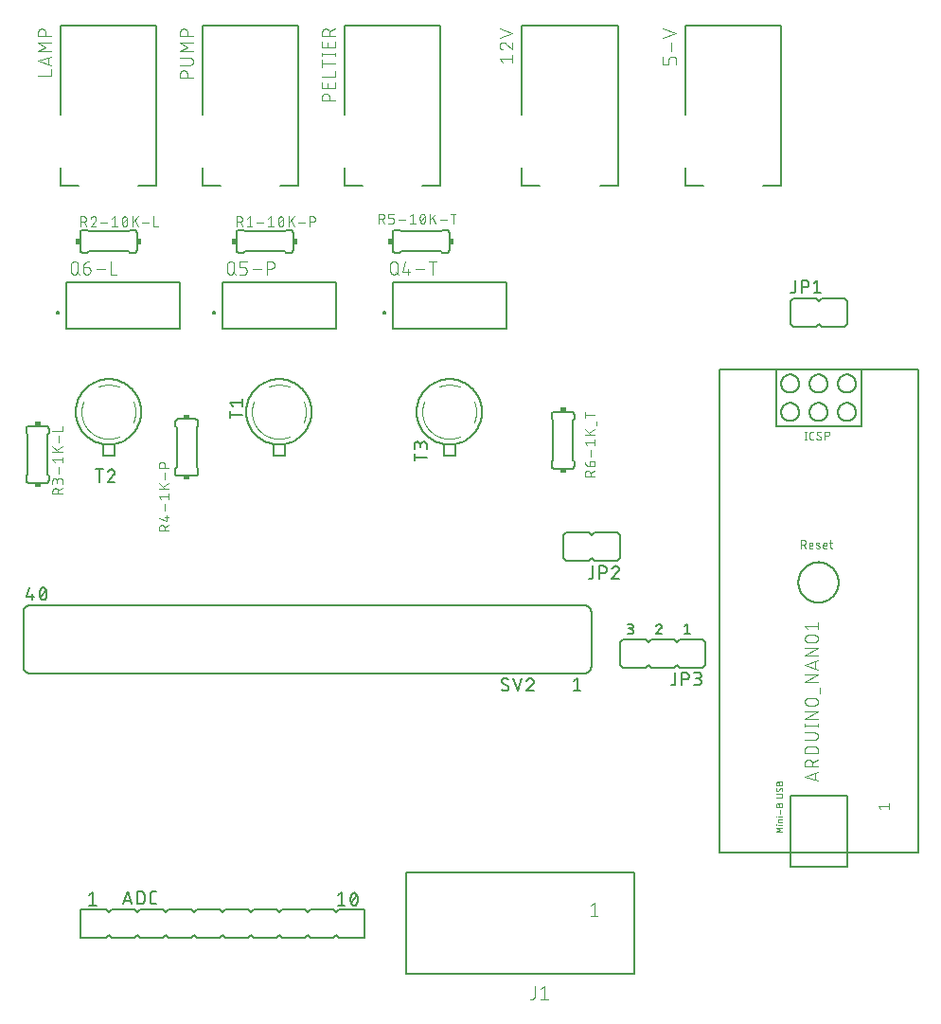
<source format=gbr>
G04 EAGLE Gerber RS-274X export*
G75*
%MOMM*%
%FSLAX34Y34*%
%LPD*%
%INSilkscreen Top*%
%IPPOS*%
%AMOC8*
5,1,8,0,0,1.08239X$1,22.5*%
G01*
%ADD10C,0.203200*%
%ADD11C,0.101600*%
%ADD12C,0.152400*%
%ADD13C,0.127000*%
%ADD14C,0.076200*%
%ADD15C,0.050800*%
%ADD16C,0.200000*%
%ADD17R,0.381000X0.508000*%
%ADD18R,0.508000X0.381000*%


D10*
X557350Y993000D02*
X471350Y993000D01*
X557350Y993000D02*
X557350Y850000D01*
X541350Y850000D01*
X487350Y850000D02*
X471350Y850000D01*
X471350Y913500D02*
X471350Y993000D01*
X471350Y866000D02*
X471350Y850000D01*
D11*
X453954Y960092D02*
X451358Y963337D01*
X463042Y963337D01*
X463042Y960092D02*
X463042Y966583D01*
X454279Y978013D02*
X454172Y978011D01*
X454066Y978005D01*
X453960Y977995D01*
X453854Y977982D01*
X453748Y977964D01*
X453644Y977943D01*
X453540Y977918D01*
X453437Y977889D01*
X453336Y977857D01*
X453236Y977820D01*
X453137Y977780D01*
X453039Y977737D01*
X452943Y977690D01*
X452849Y977639D01*
X452757Y977585D01*
X452667Y977528D01*
X452579Y977468D01*
X452494Y977404D01*
X452411Y977337D01*
X452330Y977267D01*
X452252Y977195D01*
X452176Y977119D01*
X452104Y977041D01*
X452034Y976960D01*
X451967Y976877D01*
X451903Y976792D01*
X451843Y976704D01*
X451786Y976614D01*
X451732Y976522D01*
X451681Y976428D01*
X451634Y976332D01*
X451591Y976234D01*
X451551Y976135D01*
X451514Y976035D01*
X451482Y975934D01*
X451453Y975831D01*
X451428Y975727D01*
X451407Y975623D01*
X451389Y975517D01*
X451376Y975411D01*
X451366Y975305D01*
X451360Y975199D01*
X451358Y975092D01*
X451360Y974971D01*
X451366Y974850D01*
X451376Y974730D01*
X451389Y974609D01*
X451407Y974490D01*
X451428Y974370D01*
X451453Y974252D01*
X451482Y974135D01*
X451515Y974018D01*
X451551Y973903D01*
X451592Y973789D01*
X451635Y973676D01*
X451683Y973564D01*
X451734Y973455D01*
X451789Y973347D01*
X451847Y973240D01*
X451908Y973136D01*
X451973Y973034D01*
X452041Y972934D01*
X452112Y972836D01*
X452186Y972740D01*
X452263Y972647D01*
X452344Y972557D01*
X452427Y972469D01*
X452513Y972384D01*
X452602Y972301D01*
X452693Y972222D01*
X452787Y972145D01*
X452883Y972072D01*
X452981Y972002D01*
X453082Y971935D01*
X453185Y971871D01*
X453290Y971811D01*
X453397Y971753D01*
X453505Y971700D01*
X453615Y971650D01*
X453727Y971604D01*
X453840Y971561D01*
X453955Y971522D01*
X456551Y977039D02*
X456473Y977118D01*
X456393Y977194D01*
X456310Y977267D01*
X456224Y977337D01*
X456137Y977404D01*
X456046Y977468D01*
X455954Y977528D01*
X455860Y977586D01*
X455763Y977640D01*
X455665Y977690D01*
X455565Y977737D01*
X455464Y977781D01*
X455361Y977821D01*
X455256Y977857D01*
X455151Y977889D01*
X455044Y977918D01*
X454937Y977943D01*
X454828Y977965D01*
X454719Y977982D01*
X454610Y977996D01*
X454500Y978005D01*
X454389Y978011D01*
X454279Y978013D01*
X456551Y977039D02*
X463042Y971522D01*
X463042Y978013D01*
X463042Y986197D02*
X451358Y982303D01*
X451358Y990092D02*
X463042Y986197D01*
D10*
X617400Y993000D02*
X703400Y993000D01*
X703400Y850000D01*
X687400Y850000D01*
X633400Y850000D02*
X617400Y850000D01*
X617400Y913500D02*
X617400Y993000D01*
X617400Y866000D02*
X617400Y850000D01*
D11*
X609092Y958568D02*
X609092Y962462D01*
X609090Y962561D01*
X609084Y962661D01*
X609075Y962760D01*
X609062Y962858D01*
X609045Y962956D01*
X609024Y963054D01*
X608999Y963150D01*
X608971Y963245D01*
X608939Y963339D01*
X608904Y963432D01*
X608865Y963524D01*
X608822Y963614D01*
X608777Y963702D01*
X608727Y963789D01*
X608675Y963873D01*
X608619Y963956D01*
X608561Y964036D01*
X608499Y964114D01*
X608434Y964189D01*
X608366Y964262D01*
X608296Y964332D01*
X608223Y964400D01*
X608148Y964465D01*
X608070Y964527D01*
X607990Y964585D01*
X607907Y964641D01*
X607823Y964693D01*
X607736Y964743D01*
X607648Y964788D01*
X607558Y964831D01*
X607466Y964870D01*
X607373Y964905D01*
X607279Y964937D01*
X607184Y964965D01*
X607088Y964990D01*
X606990Y965011D01*
X606892Y965028D01*
X606794Y965041D01*
X606695Y965050D01*
X606595Y965056D01*
X606496Y965058D01*
X606496Y965059D02*
X605197Y965059D01*
X605197Y965058D02*
X605098Y965056D01*
X604998Y965050D01*
X604899Y965041D01*
X604801Y965028D01*
X604703Y965011D01*
X604605Y964990D01*
X604509Y964965D01*
X604414Y964937D01*
X604320Y964905D01*
X604227Y964870D01*
X604135Y964831D01*
X604045Y964788D01*
X603957Y964743D01*
X603870Y964693D01*
X603786Y964641D01*
X603703Y964585D01*
X603623Y964527D01*
X603545Y964465D01*
X603470Y964400D01*
X603397Y964332D01*
X603327Y964262D01*
X603259Y964189D01*
X603194Y964114D01*
X603132Y964036D01*
X603074Y963956D01*
X603018Y963873D01*
X602966Y963789D01*
X602916Y963702D01*
X602871Y963614D01*
X602828Y963524D01*
X602789Y963432D01*
X602754Y963339D01*
X602722Y963245D01*
X602694Y963150D01*
X602669Y963054D01*
X602648Y962956D01*
X602631Y962858D01*
X602618Y962760D01*
X602609Y962661D01*
X602603Y962561D01*
X602601Y962462D01*
X602601Y958568D01*
X597408Y958568D01*
X597408Y965059D01*
X604548Y970111D02*
X604548Y977900D01*
X597408Y982303D02*
X609092Y986197D01*
X597408Y990092D01*
D12*
X76200Y203200D02*
X76200Y177800D01*
X99060Y177800D01*
X101600Y180340D01*
X104140Y177800D01*
X124460Y177800D01*
X127000Y180340D01*
X129540Y177800D01*
X149860Y177800D01*
X152400Y180340D01*
X154940Y177800D01*
X175260Y177800D01*
X177800Y180340D01*
X180340Y177800D01*
X177800Y200660D02*
X180340Y203200D01*
X177800Y200660D02*
X175260Y203200D01*
X154940Y203200D01*
X152400Y200660D01*
X149860Y203200D01*
X129540Y203200D01*
X127000Y200660D01*
X124460Y203200D01*
X104140Y203200D01*
X101600Y200660D01*
X99060Y203200D01*
X76200Y203200D01*
X180340Y177800D02*
X200660Y177800D01*
X203200Y180340D01*
X205740Y177800D01*
X226060Y177800D01*
X228600Y180340D01*
X231140Y177800D01*
X228600Y200660D02*
X231140Y203200D01*
X228600Y200660D02*
X226060Y203200D01*
X205740Y203200D01*
X203200Y200660D01*
X200660Y203200D01*
X180340Y203200D01*
X256540Y203200D02*
X276860Y203200D01*
X276860Y177800D02*
X256540Y177800D01*
X254000Y200660D02*
X251460Y203200D01*
X254000Y200660D02*
X256540Y203200D01*
X251460Y203200D02*
X231140Y203200D01*
X254000Y180340D02*
X256540Y177800D01*
X254000Y180340D02*
X251460Y177800D01*
X231140Y177800D01*
X279400Y200660D02*
X281940Y203200D01*
X279400Y200660D02*
X276860Y203200D01*
X281940Y203200D02*
X302260Y203200D01*
X307340Y177800D02*
X330200Y177800D01*
X330200Y203200D02*
X307340Y203200D01*
X330200Y203200D02*
X330200Y177800D01*
X307340Y203200D02*
X304800Y200660D01*
X302260Y203200D01*
X304800Y180340D02*
X307340Y177800D01*
X281940Y177800D02*
X279400Y180340D01*
X276860Y177800D01*
X302260Y177800D02*
X304800Y180340D01*
X302260Y177800D02*
X281940Y177800D01*
D13*
X87630Y217805D02*
X84455Y215265D01*
X87630Y217805D02*
X87630Y206375D01*
X84455Y206375D02*
X90805Y206375D01*
X306705Y215265D02*
X309880Y217805D01*
X309880Y206375D01*
X306705Y206375D02*
X313055Y206375D01*
X318135Y212090D02*
X318138Y212315D01*
X318146Y212540D01*
X318159Y212764D01*
X318178Y212988D01*
X318202Y213212D01*
X318231Y213435D01*
X318266Y213657D01*
X318306Y213878D01*
X318352Y214098D01*
X318402Y214317D01*
X318458Y214535D01*
X318519Y214752D01*
X318585Y214967D01*
X318656Y215180D01*
X318733Y215391D01*
X318814Y215601D01*
X318900Y215809D01*
X318991Y216014D01*
X319087Y216217D01*
X319087Y216218D02*
X319119Y216306D01*
X319155Y216393D01*
X319194Y216479D01*
X319237Y216563D01*
X319283Y216645D01*
X319332Y216725D01*
X319384Y216803D01*
X319440Y216879D01*
X319498Y216953D01*
X319560Y217024D01*
X319624Y217093D01*
X319691Y217159D01*
X319760Y217222D01*
X319832Y217283D01*
X319906Y217341D01*
X319983Y217395D01*
X320061Y217447D01*
X320142Y217495D01*
X320224Y217540D01*
X320309Y217582D01*
X320395Y217620D01*
X320482Y217655D01*
X320570Y217687D01*
X320660Y217714D01*
X320751Y217739D01*
X320843Y217759D01*
X320935Y217776D01*
X321029Y217789D01*
X321122Y217798D01*
X321216Y217804D01*
X321310Y217806D01*
X321404Y217804D01*
X321498Y217798D01*
X321591Y217789D01*
X321685Y217776D01*
X321777Y217759D01*
X321869Y217739D01*
X321960Y217714D01*
X322050Y217687D01*
X322138Y217655D01*
X322225Y217620D01*
X322311Y217582D01*
X322396Y217540D01*
X322478Y217495D01*
X322559Y217447D01*
X322637Y217395D01*
X322714Y217341D01*
X322788Y217283D01*
X322860Y217222D01*
X322929Y217159D01*
X322996Y217093D01*
X323060Y217024D01*
X323122Y216953D01*
X323180Y216879D01*
X323236Y216803D01*
X323288Y216725D01*
X323337Y216645D01*
X323383Y216563D01*
X323426Y216479D01*
X323465Y216393D01*
X323501Y216306D01*
X323533Y216218D01*
X323533Y216217D02*
X323629Y216014D01*
X323720Y215809D01*
X323806Y215601D01*
X323887Y215391D01*
X323964Y215180D01*
X324035Y214967D01*
X324101Y214752D01*
X324162Y214535D01*
X324218Y214317D01*
X324268Y214098D01*
X324314Y213878D01*
X324354Y213657D01*
X324389Y213435D01*
X324418Y213212D01*
X324442Y212988D01*
X324461Y212764D01*
X324474Y212540D01*
X324482Y212315D01*
X324485Y212090D01*
X318135Y212090D02*
X318138Y211865D01*
X318146Y211640D01*
X318159Y211416D01*
X318178Y211192D01*
X318202Y210968D01*
X318231Y210745D01*
X318266Y210523D01*
X318306Y210302D01*
X318352Y210082D01*
X318402Y209863D01*
X318458Y209645D01*
X318519Y209428D01*
X318585Y209213D01*
X318656Y209000D01*
X318733Y208789D01*
X318814Y208579D01*
X318900Y208371D01*
X318991Y208166D01*
X319087Y207963D01*
X319119Y207875D01*
X319155Y207788D01*
X319194Y207702D01*
X319237Y207618D01*
X319283Y207536D01*
X319332Y207456D01*
X319384Y207378D01*
X319440Y207302D01*
X319498Y207228D01*
X319560Y207157D01*
X319624Y207088D01*
X319691Y207022D01*
X319760Y206959D01*
X319832Y206898D01*
X319906Y206840D01*
X319983Y206786D01*
X320061Y206734D01*
X320142Y206686D01*
X320224Y206641D01*
X320309Y206599D01*
X320395Y206561D01*
X320482Y206526D01*
X320570Y206494D01*
X320660Y206467D01*
X320751Y206442D01*
X320843Y206422D01*
X320935Y206405D01*
X321029Y206392D01*
X321122Y206383D01*
X321216Y206377D01*
X321310Y206375D01*
X323533Y207963D02*
X323629Y208166D01*
X323720Y208371D01*
X323806Y208579D01*
X323887Y208789D01*
X323964Y209000D01*
X324035Y209213D01*
X324101Y209428D01*
X324162Y209645D01*
X324218Y209863D01*
X324268Y210082D01*
X324314Y210302D01*
X324354Y210523D01*
X324389Y210745D01*
X324418Y210968D01*
X324442Y211192D01*
X324461Y211416D01*
X324474Y211640D01*
X324482Y211865D01*
X324485Y212090D01*
X323533Y207963D02*
X323501Y207875D01*
X323465Y207788D01*
X323426Y207702D01*
X323383Y207618D01*
X323337Y207536D01*
X323288Y207456D01*
X323236Y207378D01*
X323180Y207302D01*
X323122Y207228D01*
X323060Y207157D01*
X322996Y207088D01*
X322929Y207022D01*
X322860Y206959D01*
X322788Y206898D01*
X322714Y206840D01*
X322637Y206786D01*
X322559Y206734D01*
X322478Y206686D01*
X322396Y206641D01*
X322311Y206599D01*
X322225Y206561D01*
X322138Y206526D01*
X322050Y206494D01*
X321960Y206467D01*
X321869Y206442D01*
X321777Y206422D01*
X321685Y206405D01*
X321591Y206392D01*
X321498Y206383D01*
X321404Y206377D01*
X321310Y206375D01*
X318770Y208915D02*
X323850Y215265D01*
X118745Y219075D02*
X114935Y207645D01*
X122555Y207645D02*
X118745Y219075D01*
X121603Y210503D02*
X115888Y210503D01*
X127381Y207645D02*
X127381Y219075D01*
X130556Y219075D01*
X130667Y219073D01*
X130777Y219067D01*
X130888Y219058D01*
X130998Y219044D01*
X131107Y219027D01*
X131216Y219006D01*
X131324Y218981D01*
X131431Y218952D01*
X131537Y218920D01*
X131642Y218884D01*
X131745Y218844D01*
X131847Y218801D01*
X131948Y218754D01*
X132047Y218703D01*
X132144Y218650D01*
X132238Y218593D01*
X132331Y218532D01*
X132422Y218469D01*
X132511Y218402D01*
X132597Y218332D01*
X132680Y218259D01*
X132762Y218184D01*
X132840Y218106D01*
X132915Y218024D01*
X132988Y217941D01*
X133058Y217855D01*
X133125Y217766D01*
X133188Y217675D01*
X133249Y217582D01*
X133306Y217488D01*
X133359Y217391D01*
X133410Y217292D01*
X133457Y217191D01*
X133500Y217089D01*
X133540Y216986D01*
X133576Y216881D01*
X133608Y216775D01*
X133637Y216668D01*
X133662Y216560D01*
X133683Y216451D01*
X133700Y216342D01*
X133714Y216232D01*
X133723Y216121D01*
X133729Y216011D01*
X133731Y215900D01*
X133731Y210820D01*
X133729Y210709D01*
X133723Y210599D01*
X133714Y210488D01*
X133700Y210378D01*
X133683Y210269D01*
X133662Y210160D01*
X133637Y210052D01*
X133608Y209945D01*
X133576Y209839D01*
X133540Y209734D01*
X133500Y209631D01*
X133457Y209529D01*
X133410Y209428D01*
X133359Y209329D01*
X133306Y209232D01*
X133249Y209138D01*
X133188Y209045D01*
X133125Y208954D01*
X133058Y208865D01*
X132988Y208779D01*
X132915Y208696D01*
X132840Y208614D01*
X132762Y208536D01*
X132680Y208461D01*
X132597Y208388D01*
X132511Y208318D01*
X132422Y208251D01*
X132331Y208188D01*
X132238Y208127D01*
X132143Y208070D01*
X132047Y208017D01*
X131948Y207966D01*
X131847Y207919D01*
X131745Y207876D01*
X131642Y207836D01*
X131537Y207800D01*
X131431Y207768D01*
X131324Y207739D01*
X131216Y207714D01*
X131107Y207693D01*
X130998Y207676D01*
X130888Y207662D01*
X130777Y207653D01*
X130667Y207647D01*
X130556Y207645D01*
X127381Y207645D01*
X141695Y207645D02*
X144235Y207645D01*
X141695Y207645D02*
X141595Y207647D01*
X141496Y207653D01*
X141396Y207663D01*
X141298Y207676D01*
X141199Y207694D01*
X141102Y207715D01*
X141006Y207740D01*
X140910Y207769D01*
X140816Y207802D01*
X140723Y207838D01*
X140632Y207878D01*
X140542Y207922D01*
X140454Y207969D01*
X140368Y208019D01*
X140284Y208073D01*
X140202Y208130D01*
X140123Y208190D01*
X140045Y208254D01*
X139971Y208320D01*
X139899Y208389D01*
X139830Y208461D01*
X139764Y208535D01*
X139700Y208613D01*
X139640Y208692D01*
X139583Y208774D01*
X139529Y208858D01*
X139479Y208944D01*
X139432Y209032D01*
X139388Y209122D01*
X139348Y209213D01*
X139312Y209306D01*
X139279Y209400D01*
X139250Y209496D01*
X139225Y209592D01*
X139204Y209689D01*
X139186Y209788D01*
X139173Y209886D01*
X139163Y209986D01*
X139157Y210085D01*
X139155Y210185D01*
X139155Y216535D01*
X139157Y216635D01*
X139163Y216734D01*
X139173Y216834D01*
X139186Y216932D01*
X139204Y217031D01*
X139225Y217128D01*
X139250Y217224D01*
X139279Y217320D01*
X139312Y217414D01*
X139348Y217507D01*
X139388Y217598D01*
X139432Y217688D01*
X139479Y217776D01*
X139529Y217862D01*
X139583Y217946D01*
X139640Y218028D01*
X139700Y218107D01*
X139764Y218185D01*
X139830Y218259D01*
X139899Y218331D01*
X139971Y218400D01*
X140045Y218466D01*
X140123Y218530D01*
X140202Y218590D01*
X140284Y218647D01*
X140368Y218701D01*
X140454Y218751D01*
X140542Y218798D01*
X140632Y218842D01*
X140723Y218882D01*
X140816Y218918D01*
X140910Y218951D01*
X141006Y218980D01*
X141102Y219005D01*
X141199Y219026D01*
X141298Y219044D01*
X141396Y219057D01*
X141496Y219067D01*
X141595Y219073D01*
X141695Y219075D01*
X144235Y219075D01*
X647700Y254000D02*
X647700Y685800D01*
X698500Y685800D01*
X774700Y685800D01*
X825500Y685800D01*
X825500Y254000D01*
X711200Y254000D01*
X647700Y254000D01*
X711200Y254000D02*
X711200Y241300D01*
X762000Y241300D01*
X762000Y304800D02*
X711200Y304800D01*
X711200Y254000D01*
X762000Y241300D02*
X762000Y304800D01*
X718639Y495300D02*
X718644Y495741D01*
X718661Y496181D01*
X718688Y496621D01*
X718725Y497060D01*
X718774Y497499D01*
X718833Y497935D01*
X718903Y498371D01*
X718984Y498804D01*
X719075Y499235D01*
X719177Y499664D01*
X719290Y500090D01*
X719412Y500514D01*
X719546Y500934D01*
X719689Y501351D01*
X719843Y501764D01*
X720006Y502173D01*
X720180Y502579D01*
X720363Y502979D01*
X720557Y503375D01*
X720760Y503767D01*
X720972Y504153D01*
X721194Y504534D01*
X721426Y504909D01*
X721666Y505279D01*
X721915Y505642D01*
X722174Y505999D01*
X722441Y506350D01*
X722716Y506694D01*
X723000Y507032D01*
X723292Y507362D01*
X723592Y507685D01*
X723900Y508000D01*
X724215Y508308D01*
X724538Y508608D01*
X724868Y508900D01*
X725206Y509184D01*
X725550Y509459D01*
X725901Y509726D01*
X726258Y509985D01*
X726621Y510234D01*
X726991Y510474D01*
X727366Y510706D01*
X727747Y510928D01*
X728133Y511140D01*
X728525Y511343D01*
X728921Y511537D01*
X729321Y511720D01*
X729727Y511894D01*
X730136Y512057D01*
X730549Y512211D01*
X730966Y512354D01*
X731386Y512488D01*
X731810Y512610D01*
X732236Y512723D01*
X732665Y512825D01*
X733096Y512916D01*
X733529Y512997D01*
X733965Y513067D01*
X734401Y513126D01*
X734840Y513175D01*
X735279Y513212D01*
X735719Y513239D01*
X736159Y513256D01*
X736600Y513261D01*
X737041Y513256D01*
X737481Y513239D01*
X737921Y513212D01*
X738360Y513175D01*
X738799Y513126D01*
X739235Y513067D01*
X739671Y512997D01*
X740104Y512916D01*
X740535Y512825D01*
X740964Y512723D01*
X741390Y512610D01*
X741814Y512488D01*
X742234Y512354D01*
X742651Y512211D01*
X743064Y512057D01*
X743473Y511894D01*
X743879Y511720D01*
X744279Y511537D01*
X744675Y511343D01*
X745067Y511140D01*
X745453Y510928D01*
X745834Y510706D01*
X746209Y510474D01*
X746579Y510234D01*
X746942Y509985D01*
X747299Y509726D01*
X747650Y509459D01*
X747994Y509184D01*
X748332Y508900D01*
X748662Y508608D01*
X748985Y508308D01*
X749300Y508000D01*
X749608Y507685D01*
X749908Y507362D01*
X750200Y507032D01*
X750484Y506694D01*
X750759Y506350D01*
X751026Y505999D01*
X751285Y505642D01*
X751534Y505279D01*
X751774Y504909D01*
X752006Y504534D01*
X752228Y504153D01*
X752440Y503767D01*
X752643Y503375D01*
X752837Y502979D01*
X753020Y502579D01*
X753194Y502173D01*
X753357Y501764D01*
X753511Y501351D01*
X753654Y500934D01*
X753788Y500514D01*
X753910Y500090D01*
X754023Y499664D01*
X754125Y499235D01*
X754216Y498804D01*
X754297Y498371D01*
X754367Y497935D01*
X754426Y497499D01*
X754475Y497060D01*
X754512Y496621D01*
X754539Y496181D01*
X754556Y495741D01*
X754561Y495300D01*
X754556Y494859D01*
X754539Y494419D01*
X754512Y493979D01*
X754475Y493540D01*
X754426Y493101D01*
X754367Y492665D01*
X754297Y492229D01*
X754216Y491796D01*
X754125Y491365D01*
X754023Y490936D01*
X753910Y490510D01*
X753788Y490086D01*
X753654Y489666D01*
X753511Y489249D01*
X753357Y488836D01*
X753194Y488427D01*
X753020Y488021D01*
X752837Y487621D01*
X752643Y487225D01*
X752440Y486833D01*
X752228Y486447D01*
X752006Y486066D01*
X751774Y485691D01*
X751534Y485321D01*
X751285Y484958D01*
X751026Y484601D01*
X750759Y484250D01*
X750484Y483906D01*
X750200Y483568D01*
X749908Y483238D01*
X749608Y482915D01*
X749300Y482600D01*
X748985Y482292D01*
X748662Y481992D01*
X748332Y481700D01*
X747994Y481416D01*
X747650Y481141D01*
X747299Y480874D01*
X746942Y480615D01*
X746579Y480366D01*
X746209Y480126D01*
X745834Y479894D01*
X745453Y479672D01*
X745067Y479460D01*
X744675Y479257D01*
X744279Y479063D01*
X743879Y478880D01*
X743473Y478706D01*
X743064Y478543D01*
X742651Y478389D01*
X742234Y478246D01*
X741814Y478112D01*
X741390Y477990D01*
X740964Y477877D01*
X740535Y477775D01*
X740104Y477684D01*
X739671Y477603D01*
X739235Y477533D01*
X738799Y477474D01*
X738360Y477425D01*
X737921Y477388D01*
X737481Y477361D01*
X737041Y477344D01*
X736600Y477339D01*
X736159Y477344D01*
X735719Y477361D01*
X735279Y477388D01*
X734840Y477425D01*
X734401Y477474D01*
X733965Y477533D01*
X733529Y477603D01*
X733096Y477684D01*
X732665Y477775D01*
X732236Y477877D01*
X731810Y477990D01*
X731386Y478112D01*
X730966Y478246D01*
X730549Y478389D01*
X730136Y478543D01*
X729727Y478706D01*
X729321Y478880D01*
X728921Y479063D01*
X728525Y479257D01*
X728133Y479460D01*
X727747Y479672D01*
X727366Y479894D01*
X726991Y480126D01*
X726621Y480366D01*
X726258Y480615D01*
X725901Y480874D01*
X725550Y481141D01*
X725206Y481416D01*
X724868Y481700D01*
X724538Y481992D01*
X724215Y482292D01*
X723900Y482600D01*
X723592Y482915D01*
X723292Y483238D01*
X723000Y483568D01*
X722716Y483906D01*
X722441Y484250D01*
X722174Y484601D01*
X721915Y484958D01*
X721666Y485321D01*
X721426Y485691D01*
X721194Y486066D01*
X720972Y486447D01*
X720760Y486833D01*
X720557Y487225D01*
X720363Y487621D01*
X720180Y488021D01*
X720006Y488427D01*
X719843Y488836D01*
X719689Y489249D01*
X719546Y489666D01*
X719412Y490086D01*
X719290Y490510D01*
X719177Y490936D01*
X719075Y491365D01*
X718984Y491796D01*
X718903Y492229D01*
X718833Y492665D01*
X718774Y493101D01*
X718725Y493540D01*
X718688Y493979D01*
X718661Y494419D01*
X718644Y494859D01*
X718639Y495300D01*
D14*
X720889Y525653D02*
X720889Y533019D01*
X722935Y533019D01*
X723024Y533017D01*
X723113Y533011D01*
X723202Y533001D01*
X723290Y532988D01*
X723378Y532971D01*
X723465Y532949D01*
X723550Y532924D01*
X723635Y532896D01*
X723718Y532863D01*
X723800Y532827D01*
X723880Y532788D01*
X723958Y532745D01*
X724034Y532699D01*
X724109Y532649D01*
X724181Y532596D01*
X724250Y532540D01*
X724317Y532481D01*
X724382Y532420D01*
X724443Y532355D01*
X724502Y532288D01*
X724558Y532219D01*
X724611Y532147D01*
X724661Y532072D01*
X724707Y531996D01*
X724750Y531918D01*
X724789Y531838D01*
X724825Y531756D01*
X724858Y531673D01*
X724886Y531588D01*
X724911Y531503D01*
X724933Y531416D01*
X724950Y531328D01*
X724963Y531240D01*
X724973Y531151D01*
X724979Y531062D01*
X724981Y530973D01*
X724979Y530884D01*
X724973Y530795D01*
X724963Y530706D01*
X724950Y530618D01*
X724933Y530530D01*
X724911Y530443D01*
X724886Y530358D01*
X724858Y530273D01*
X724825Y530190D01*
X724789Y530108D01*
X724750Y530028D01*
X724707Y529950D01*
X724661Y529874D01*
X724611Y529799D01*
X724558Y529727D01*
X724502Y529658D01*
X724443Y529591D01*
X724382Y529526D01*
X724317Y529465D01*
X724250Y529406D01*
X724181Y529350D01*
X724109Y529297D01*
X724034Y529247D01*
X723958Y529201D01*
X723880Y529158D01*
X723800Y529119D01*
X723718Y529083D01*
X723635Y529050D01*
X723550Y529022D01*
X723465Y528997D01*
X723378Y528975D01*
X723290Y528958D01*
X723202Y528945D01*
X723113Y528935D01*
X723024Y528929D01*
X722935Y528927D01*
X720889Y528927D01*
X723344Y528927D02*
X724981Y525653D01*
X729302Y525653D02*
X731348Y525653D01*
X729302Y525653D02*
X729233Y525655D01*
X729165Y525661D01*
X729096Y525670D01*
X729029Y525684D01*
X728962Y525701D01*
X728896Y525722D01*
X728832Y525746D01*
X728769Y525775D01*
X728708Y525806D01*
X728649Y525841D01*
X728591Y525879D01*
X728536Y525921D01*
X728484Y525965D01*
X728434Y526013D01*
X728386Y526063D01*
X728342Y526115D01*
X728300Y526170D01*
X728262Y526228D01*
X728227Y526287D01*
X728196Y526348D01*
X728167Y526411D01*
X728143Y526475D01*
X728122Y526541D01*
X728105Y526608D01*
X728091Y526675D01*
X728082Y526744D01*
X728076Y526812D01*
X728074Y526881D01*
X728075Y526881D02*
X728075Y528927D01*
X728074Y528927D02*
X728076Y529006D01*
X728082Y529085D01*
X728091Y529164D01*
X728104Y529242D01*
X728122Y529319D01*
X728142Y529395D01*
X728167Y529470D01*
X728195Y529544D01*
X728226Y529617D01*
X728262Y529688D01*
X728300Y529757D01*
X728342Y529824D01*
X728387Y529889D01*
X728435Y529952D01*
X728486Y530013D01*
X728540Y530070D01*
X728596Y530126D01*
X728655Y530178D01*
X728717Y530228D01*
X728781Y530274D01*
X728847Y530318D01*
X728915Y530358D01*
X728985Y530394D01*
X729057Y530428D01*
X729131Y530458D01*
X729205Y530484D01*
X729281Y530507D01*
X729358Y530525D01*
X729435Y530541D01*
X729514Y530552D01*
X729592Y530560D01*
X729671Y530564D01*
X729751Y530564D01*
X729830Y530560D01*
X729908Y530552D01*
X729987Y530541D01*
X730064Y530525D01*
X730141Y530507D01*
X730217Y530484D01*
X730291Y530458D01*
X730365Y530428D01*
X730437Y530394D01*
X730507Y530358D01*
X730575Y530318D01*
X730641Y530274D01*
X730705Y530228D01*
X730767Y530178D01*
X730826Y530126D01*
X730882Y530070D01*
X730936Y530013D01*
X730987Y529952D01*
X731035Y529889D01*
X731080Y529824D01*
X731122Y529757D01*
X731160Y529688D01*
X731196Y529617D01*
X731227Y529544D01*
X731255Y529470D01*
X731280Y529395D01*
X731300Y529319D01*
X731318Y529242D01*
X731331Y529164D01*
X731340Y529085D01*
X731346Y529006D01*
X731348Y528927D01*
X731348Y528108D01*
X728075Y528108D01*
X735028Y528518D02*
X737074Y527699D01*
X735028Y528518D02*
X734969Y528543D01*
X734912Y528572D01*
X734857Y528605D01*
X734804Y528641D01*
X734753Y528679D01*
X734705Y528721D01*
X734659Y528766D01*
X734616Y528813D01*
X734576Y528863D01*
X734539Y528915D01*
X734505Y528970D01*
X734474Y529026D01*
X734447Y529084D01*
X734424Y529144D01*
X734404Y529204D01*
X734388Y529266D01*
X734375Y529329D01*
X734367Y529393D01*
X734362Y529456D01*
X734361Y529520D01*
X734364Y529584D01*
X734371Y529648D01*
X734382Y529711D01*
X734396Y529773D01*
X734414Y529835D01*
X734436Y529895D01*
X734461Y529954D01*
X734490Y530011D01*
X734523Y530066D01*
X734558Y530119D01*
X734597Y530170D01*
X734639Y530219D01*
X734683Y530265D01*
X734731Y530308D01*
X734780Y530348D01*
X734833Y530385D01*
X734887Y530419D01*
X734943Y530450D01*
X735001Y530477D01*
X735060Y530501D01*
X735121Y530520D01*
X735183Y530537D01*
X735246Y530549D01*
X735309Y530558D01*
X735373Y530563D01*
X735437Y530564D01*
X735573Y530560D01*
X735708Y530552D01*
X735844Y530540D01*
X735978Y530524D01*
X736113Y530504D01*
X736246Y530481D01*
X736379Y530453D01*
X736511Y530422D01*
X736642Y530387D01*
X736772Y530348D01*
X736901Y530305D01*
X737028Y530258D01*
X737154Y530208D01*
X737279Y530154D01*
X737074Y527699D02*
X737133Y527674D01*
X737190Y527645D01*
X737245Y527612D01*
X737298Y527576D01*
X737349Y527538D01*
X737397Y527496D01*
X737443Y527451D01*
X737486Y527404D01*
X737526Y527354D01*
X737563Y527302D01*
X737597Y527247D01*
X737628Y527191D01*
X737655Y527133D01*
X737678Y527073D01*
X737698Y527013D01*
X737714Y526951D01*
X737727Y526888D01*
X737735Y526824D01*
X737740Y526761D01*
X737741Y526697D01*
X737738Y526633D01*
X737731Y526569D01*
X737720Y526506D01*
X737706Y526444D01*
X737688Y526382D01*
X737666Y526322D01*
X737641Y526263D01*
X737612Y526206D01*
X737579Y526151D01*
X737544Y526098D01*
X737505Y526047D01*
X737463Y525998D01*
X737419Y525952D01*
X737371Y525909D01*
X737322Y525869D01*
X737269Y525832D01*
X737215Y525798D01*
X737159Y525767D01*
X737101Y525740D01*
X737042Y525716D01*
X736981Y525697D01*
X736919Y525680D01*
X736856Y525668D01*
X736793Y525659D01*
X736729Y525654D01*
X736665Y525653D01*
X736501Y525657D01*
X736337Y525665D01*
X736173Y525677D01*
X736010Y525693D01*
X735847Y525713D01*
X735684Y525736D01*
X735523Y525764D01*
X735361Y525795D01*
X735201Y525830D01*
X735042Y525869D01*
X734883Y525912D01*
X734726Y525958D01*
X734569Y526008D01*
X734414Y526062D01*
X741982Y525653D02*
X744028Y525653D01*
X741982Y525653D02*
X741913Y525655D01*
X741845Y525661D01*
X741776Y525670D01*
X741709Y525684D01*
X741642Y525701D01*
X741576Y525722D01*
X741512Y525746D01*
X741449Y525775D01*
X741388Y525806D01*
X741329Y525841D01*
X741271Y525879D01*
X741216Y525921D01*
X741164Y525965D01*
X741114Y526013D01*
X741066Y526063D01*
X741022Y526115D01*
X740980Y526170D01*
X740942Y526228D01*
X740907Y526287D01*
X740876Y526348D01*
X740847Y526411D01*
X740823Y526475D01*
X740802Y526541D01*
X740785Y526608D01*
X740771Y526675D01*
X740762Y526744D01*
X740756Y526812D01*
X740754Y526881D01*
X740754Y528927D01*
X740756Y529006D01*
X740762Y529085D01*
X740771Y529164D01*
X740784Y529242D01*
X740802Y529319D01*
X740822Y529395D01*
X740847Y529470D01*
X740875Y529544D01*
X740906Y529617D01*
X740942Y529688D01*
X740980Y529757D01*
X741022Y529824D01*
X741067Y529889D01*
X741115Y529952D01*
X741166Y530013D01*
X741220Y530070D01*
X741276Y530126D01*
X741335Y530178D01*
X741397Y530228D01*
X741461Y530274D01*
X741527Y530318D01*
X741595Y530358D01*
X741665Y530394D01*
X741737Y530428D01*
X741811Y530458D01*
X741885Y530484D01*
X741961Y530507D01*
X742038Y530525D01*
X742115Y530541D01*
X742194Y530552D01*
X742272Y530560D01*
X742351Y530564D01*
X742431Y530564D01*
X742510Y530560D01*
X742588Y530552D01*
X742667Y530541D01*
X742744Y530525D01*
X742821Y530507D01*
X742897Y530484D01*
X742971Y530458D01*
X743045Y530428D01*
X743117Y530394D01*
X743187Y530358D01*
X743255Y530318D01*
X743321Y530274D01*
X743385Y530228D01*
X743447Y530178D01*
X743506Y530126D01*
X743562Y530070D01*
X743616Y530013D01*
X743667Y529952D01*
X743715Y529889D01*
X743760Y529824D01*
X743802Y529757D01*
X743840Y529688D01*
X743876Y529617D01*
X743907Y529544D01*
X743935Y529470D01*
X743960Y529395D01*
X743980Y529319D01*
X743998Y529242D01*
X744011Y529164D01*
X744020Y529085D01*
X744026Y529006D01*
X744028Y528927D01*
X744028Y528108D01*
X740754Y528108D01*
X746464Y530564D02*
X748919Y530564D01*
X747282Y533019D02*
X747282Y526881D01*
X747284Y526812D01*
X747290Y526744D01*
X747299Y526675D01*
X747313Y526608D01*
X747330Y526541D01*
X747351Y526475D01*
X747375Y526411D01*
X747404Y526348D01*
X747435Y526287D01*
X747470Y526228D01*
X747508Y526170D01*
X747550Y526115D01*
X747594Y526063D01*
X747642Y526013D01*
X747692Y525965D01*
X747744Y525921D01*
X747799Y525879D01*
X747857Y525841D01*
X747916Y525806D01*
X747977Y525775D01*
X748040Y525746D01*
X748104Y525722D01*
X748170Y525701D01*
X748237Y525684D01*
X748304Y525670D01*
X748373Y525661D01*
X748441Y525655D01*
X748510Y525653D01*
X748919Y525653D01*
X790321Y295092D02*
X792409Y292481D01*
X790321Y295092D02*
X799719Y295092D01*
X799719Y297702D02*
X799719Y292481D01*
D15*
X704342Y272418D02*
X698754Y272418D01*
X701858Y274280D01*
X698754Y276143D01*
X704342Y276143D01*
X704342Y278669D02*
X700617Y278669D01*
X699064Y278514D02*
X698754Y278514D01*
X698754Y278825D01*
X699064Y278825D01*
X699064Y278514D01*
X700617Y281085D02*
X704342Y281085D01*
X700617Y281085D02*
X700617Y282637D01*
X700619Y282695D01*
X700624Y282754D01*
X700633Y282811D01*
X700646Y282869D01*
X700663Y282925D01*
X700682Y282980D01*
X700706Y283033D01*
X700732Y283086D01*
X700762Y283136D01*
X700795Y283184D01*
X700831Y283230D01*
X700869Y283274D01*
X700911Y283316D01*
X700955Y283354D01*
X701001Y283390D01*
X701049Y283423D01*
X701099Y283453D01*
X701152Y283479D01*
X701205Y283503D01*
X701260Y283522D01*
X701316Y283539D01*
X701374Y283552D01*
X701431Y283561D01*
X701490Y283566D01*
X701548Y283568D01*
X701548Y283569D02*
X704342Y283569D01*
X704342Y285985D02*
X700617Y285985D01*
X699064Y285829D02*
X698754Y285829D01*
X698754Y286140D01*
X699064Y286140D01*
X699064Y285829D01*
X702169Y288328D02*
X702169Y292053D01*
X701238Y294756D02*
X701238Y296309D01*
X701240Y296386D01*
X701246Y296464D01*
X701255Y296540D01*
X701269Y296617D01*
X701286Y296692D01*
X701307Y296766D01*
X701332Y296840D01*
X701360Y296912D01*
X701392Y296982D01*
X701427Y297051D01*
X701466Y297118D01*
X701508Y297183D01*
X701553Y297246D01*
X701601Y297307D01*
X701652Y297365D01*
X701706Y297420D01*
X701763Y297473D01*
X701822Y297522D01*
X701884Y297569D01*
X701948Y297613D01*
X702014Y297653D01*
X702082Y297690D01*
X702152Y297724D01*
X702223Y297754D01*
X702296Y297780D01*
X702370Y297803D01*
X702445Y297822D01*
X702520Y297837D01*
X702597Y297849D01*
X702674Y297857D01*
X702751Y297861D01*
X702829Y297861D01*
X702906Y297857D01*
X702983Y297849D01*
X703060Y297837D01*
X703135Y297822D01*
X703210Y297803D01*
X703284Y297780D01*
X703357Y297754D01*
X703428Y297724D01*
X703498Y297690D01*
X703566Y297653D01*
X703632Y297613D01*
X703696Y297569D01*
X703758Y297522D01*
X703817Y297473D01*
X703874Y297420D01*
X703928Y297365D01*
X703979Y297307D01*
X704027Y297246D01*
X704072Y297183D01*
X704114Y297118D01*
X704153Y297051D01*
X704188Y296982D01*
X704220Y296912D01*
X704248Y296840D01*
X704273Y296766D01*
X704294Y296692D01*
X704311Y296617D01*
X704325Y296540D01*
X704334Y296464D01*
X704340Y296386D01*
X704342Y296309D01*
X704342Y294756D01*
X698754Y294756D01*
X698754Y296309D01*
X698756Y296379D01*
X698762Y296448D01*
X698772Y296517D01*
X698785Y296585D01*
X698803Y296653D01*
X698824Y296719D01*
X698849Y296784D01*
X698877Y296848D01*
X698909Y296910D01*
X698944Y296970D01*
X698983Y297028D01*
X699025Y297083D01*
X699070Y297137D01*
X699118Y297187D01*
X699168Y297235D01*
X699222Y297280D01*
X699277Y297322D01*
X699335Y297361D01*
X699395Y297396D01*
X699457Y297428D01*
X699521Y297456D01*
X699586Y297481D01*
X699652Y297502D01*
X699720Y297520D01*
X699788Y297533D01*
X699857Y297543D01*
X699926Y297549D01*
X699996Y297551D01*
X700066Y297549D01*
X700135Y297543D01*
X700204Y297533D01*
X700272Y297520D01*
X700340Y297502D01*
X700406Y297481D01*
X700471Y297456D01*
X700535Y297428D01*
X700597Y297396D01*
X700657Y297361D01*
X700715Y297322D01*
X700770Y297280D01*
X700824Y297235D01*
X700874Y297187D01*
X700922Y297137D01*
X700967Y297083D01*
X701009Y297028D01*
X701048Y296970D01*
X701083Y296910D01*
X701115Y296848D01*
X701143Y296784D01*
X701168Y296719D01*
X701189Y296653D01*
X701207Y296585D01*
X701220Y296517D01*
X701230Y296448D01*
X701236Y296379D01*
X701238Y296309D01*
X702790Y303086D02*
X698754Y303086D01*
X702790Y303086D02*
X702867Y303088D01*
X702945Y303094D01*
X703021Y303103D01*
X703098Y303117D01*
X703173Y303134D01*
X703247Y303155D01*
X703321Y303180D01*
X703393Y303208D01*
X703463Y303240D01*
X703532Y303275D01*
X703599Y303314D01*
X703664Y303356D01*
X703727Y303401D01*
X703788Y303449D01*
X703846Y303500D01*
X703901Y303554D01*
X703954Y303611D01*
X704003Y303670D01*
X704050Y303732D01*
X704094Y303796D01*
X704134Y303862D01*
X704171Y303930D01*
X704205Y304000D01*
X704235Y304071D01*
X704261Y304144D01*
X704284Y304218D01*
X704303Y304293D01*
X704318Y304368D01*
X704330Y304445D01*
X704338Y304522D01*
X704342Y304599D01*
X704342Y304677D01*
X704338Y304754D01*
X704330Y304831D01*
X704318Y304908D01*
X704303Y304983D01*
X704284Y305058D01*
X704261Y305132D01*
X704235Y305205D01*
X704205Y305276D01*
X704171Y305346D01*
X704134Y305414D01*
X704094Y305480D01*
X704050Y305544D01*
X704003Y305606D01*
X703954Y305665D01*
X703901Y305722D01*
X703846Y305776D01*
X703788Y305827D01*
X703727Y305875D01*
X703664Y305920D01*
X703599Y305962D01*
X703532Y306001D01*
X703463Y306036D01*
X703393Y306068D01*
X703321Y306096D01*
X703247Y306121D01*
X703173Y306142D01*
X703098Y306159D01*
X703021Y306173D01*
X702945Y306182D01*
X702867Y306188D01*
X702790Y306190D01*
X698754Y306190D01*
X703100Y311677D02*
X703170Y311675D01*
X703239Y311669D01*
X703308Y311659D01*
X703376Y311646D01*
X703444Y311628D01*
X703510Y311607D01*
X703575Y311582D01*
X703639Y311554D01*
X703701Y311522D01*
X703761Y311487D01*
X703819Y311448D01*
X703874Y311406D01*
X703928Y311361D01*
X703978Y311313D01*
X704026Y311263D01*
X704071Y311209D01*
X704113Y311154D01*
X704152Y311096D01*
X704187Y311036D01*
X704219Y310974D01*
X704247Y310910D01*
X704272Y310845D01*
X704293Y310779D01*
X704311Y310711D01*
X704324Y310643D01*
X704334Y310574D01*
X704340Y310505D01*
X704342Y310435D01*
X704340Y310336D01*
X704335Y310238D01*
X704325Y310140D01*
X704312Y310042D01*
X704296Y309945D01*
X704276Y309848D01*
X704252Y309753D01*
X704224Y309658D01*
X704193Y309564D01*
X704159Y309472D01*
X704121Y309381D01*
X704080Y309291D01*
X704035Y309203D01*
X703987Y309117D01*
X703936Y309033D01*
X703882Y308951D01*
X703824Y308870D01*
X703764Y308792D01*
X703701Y308717D01*
X703635Y308643D01*
X703566Y308573D01*
X699996Y308727D02*
X699926Y308729D01*
X699857Y308735D01*
X699788Y308745D01*
X699720Y308758D01*
X699652Y308776D01*
X699586Y308797D01*
X699521Y308822D01*
X699457Y308850D01*
X699395Y308882D01*
X699335Y308917D01*
X699277Y308956D01*
X699222Y308998D01*
X699168Y309043D01*
X699118Y309091D01*
X699070Y309141D01*
X699025Y309195D01*
X698983Y309250D01*
X698944Y309308D01*
X698909Y309368D01*
X698877Y309430D01*
X698849Y309494D01*
X698824Y309559D01*
X698803Y309625D01*
X698785Y309693D01*
X698772Y309761D01*
X698762Y309830D01*
X698756Y309899D01*
X698754Y309969D01*
X698756Y310063D01*
X698762Y310156D01*
X698771Y310249D01*
X698784Y310342D01*
X698801Y310434D01*
X698821Y310525D01*
X698846Y310616D01*
X698873Y310705D01*
X698905Y310793D01*
X698940Y310880D01*
X698978Y310966D01*
X699020Y311049D01*
X699065Y311132D01*
X699113Y311212D01*
X699165Y311290D01*
X699220Y311366D01*
X701082Y309349D02*
X701046Y309290D01*
X701006Y309234D01*
X700963Y309180D01*
X700918Y309128D01*
X700869Y309079D01*
X700818Y309033D01*
X700765Y308990D01*
X700709Y308949D01*
X700651Y308912D01*
X700591Y308877D01*
X700530Y308847D01*
X700467Y308819D01*
X700402Y308795D01*
X700336Y308775D01*
X700269Y308758D01*
X700202Y308745D01*
X700134Y308736D01*
X700065Y308730D01*
X699996Y308728D01*
X702014Y311055D02*
X702050Y311114D01*
X702090Y311170D01*
X702133Y311224D01*
X702178Y311276D01*
X702227Y311325D01*
X702278Y311371D01*
X702331Y311414D01*
X702387Y311455D01*
X702445Y311492D01*
X702505Y311527D01*
X702566Y311557D01*
X702629Y311585D01*
X702694Y311609D01*
X702760Y311629D01*
X702827Y311646D01*
X702894Y311659D01*
X702962Y311668D01*
X703031Y311674D01*
X703100Y311676D01*
X702014Y311056D02*
X701082Y309348D01*
X701238Y314142D02*
X701238Y315694D01*
X701240Y315771D01*
X701246Y315849D01*
X701255Y315925D01*
X701269Y316002D01*
X701286Y316077D01*
X701307Y316151D01*
X701332Y316225D01*
X701360Y316297D01*
X701392Y316367D01*
X701427Y316436D01*
X701466Y316503D01*
X701508Y316568D01*
X701553Y316631D01*
X701601Y316692D01*
X701652Y316750D01*
X701706Y316805D01*
X701763Y316858D01*
X701822Y316907D01*
X701884Y316954D01*
X701948Y316998D01*
X702014Y317038D01*
X702082Y317075D01*
X702152Y317109D01*
X702223Y317139D01*
X702296Y317165D01*
X702370Y317188D01*
X702445Y317207D01*
X702520Y317222D01*
X702597Y317234D01*
X702674Y317242D01*
X702751Y317246D01*
X702829Y317246D01*
X702906Y317242D01*
X702983Y317234D01*
X703060Y317222D01*
X703135Y317207D01*
X703210Y317188D01*
X703284Y317165D01*
X703357Y317139D01*
X703428Y317109D01*
X703498Y317075D01*
X703566Y317038D01*
X703632Y316998D01*
X703696Y316954D01*
X703758Y316907D01*
X703817Y316858D01*
X703874Y316805D01*
X703928Y316750D01*
X703979Y316692D01*
X704027Y316631D01*
X704072Y316568D01*
X704114Y316503D01*
X704153Y316436D01*
X704188Y316367D01*
X704220Y316297D01*
X704248Y316225D01*
X704273Y316151D01*
X704294Y316077D01*
X704311Y316002D01*
X704325Y315925D01*
X704334Y315849D01*
X704340Y315771D01*
X704342Y315694D01*
X704342Y314142D01*
X698754Y314142D01*
X698754Y315694D01*
X698756Y315764D01*
X698762Y315833D01*
X698772Y315902D01*
X698785Y315970D01*
X698803Y316038D01*
X698824Y316104D01*
X698849Y316169D01*
X698877Y316233D01*
X698909Y316295D01*
X698944Y316355D01*
X698983Y316413D01*
X699025Y316468D01*
X699070Y316522D01*
X699118Y316572D01*
X699168Y316620D01*
X699222Y316665D01*
X699277Y316707D01*
X699335Y316746D01*
X699395Y316781D01*
X699457Y316813D01*
X699521Y316841D01*
X699586Y316866D01*
X699652Y316887D01*
X699720Y316905D01*
X699788Y316918D01*
X699857Y316928D01*
X699926Y316934D01*
X699996Y316936D01*
X700066Y316934D01*
X700135Y316928D01*
X700204Y316918D01*
X700272Y316905D01*
X700340Y316887D01*
X700406Y316866D01*
X700471Y316841D01*
X700535Y316813D01*
X700597Y316781D01*
X700657Y316746D01*
X700715Y316707D01*
X700770Y316665D01*
X700824Y316620D01*
X700874Y316572D01*
X700922Y316522D01*
X700967Y316468D01*
X701009Y316413D01*
X701048Y316355D01*
X701083Y316295D01*
X701115Y316233D01*
X701143Y316169D01*
X701168Y316104D01*
X701189Y316038D01*
X701207Y315970D01*
X701220Y315902D01*
X701230Y315833D01*
X701236Y315764D01*
X701238Y315694D01*
D13*
X698500Y635000D02*
X698500Y685800D01*
X698500Y635000D02*
X774700Y635000D01*
X774700Y685800D01*
X754000Y673100D02*
X754002Y673296D01*
X754010Y673493D01*
X754022Y673689D01*
X754039Y673884D01*
X754060Y674079D01*
X754087Y674274D01*
X754118Y674468D01*
X754154Y674661D01*
X754194Y674853D01*
X754240Y675044D01*
X754290Y675234D01*
X754344Y675422D01*
X754404Y675609D01*
X754468Y675795D01*
X754536Y675979D01*
X754609Y676161D01*
X754686Y676342D01*
X754768Y676520D01*
X754854Y676697D01*
X754945Y676871D01*
X755039Y677043D01*
X755138Y677213D01*
X755241Y677380D01*
X755348Y677545D01*
X755459Y677706D01*
X755574Y677866D01*
X755693Y678022D01*
X755816Y678175D01*
X755942Y678325D01*
X756072Y678472D01*
X756206Y678616D01*
X756343Y678757D01*
X756484Y678894D01*
X756628Y679028D01*
X756775Y679158D01*
X756925Y679284D01*
X757078Y679407D01*
X757234Y679526D01*
X757394Y679641D01*
X757555Y679752D01*
X757720Y679859D01*
X757887Y679962D01*
X758057Y680061D01*
X758229Y680155D01*
X758403Y680246D01*
X758580Y680332D01*
X758758Y680414D01*
X758939Y680491D01*
X759121Y680564D01*
X759305Y680632D01*
X759491Y680696D01*
X759678Y680756D01*
X759866Y680810D01*
X760056Y680860D01*
X760247Y680906D01*
X760439Y680946D01*
X760632Y680982D01*
X760826Y681013D01*
X761021Y681040D01*
X761216Y681061D01*
X761411Y681078D01*
X761607Y681090D01*
X761804Y681098D01*
X762000Y681100D01*
X762196Y681098D01*
X762393Y681090D01*
X762589Y681078D01*
X762784Y681061D01*
X762979Y681040D01*
X763174Y681013D01*
X763368Y680982D01*
X763561Y680946D01*
X763753Y680906D01*
X763944Y680860D01*
X764134Y680810D01*
X764322Y680756D01*
X764509Y680696D01*
X764695Y680632D01*
X764879Y680564D01*
X765061Y680491D01*
X765242Y680414D01*
X765420Y680332D01*
X765597Y680246D01*
X765771Y680155D01*
X765943Y680061D01*
X766113Y679962D01*
X766280Y679859D01*
X766445Y679752D01*
X766606Y679641D01*
X766766Y679526D01*
X766922Y679407D01*
X767075Y679284D01*
X767225Y679158D01*
X767372Y679028D01*
X767516Y678894D01*
X767657Y678757D01*
X767794Y678616D01*
X767928Y678472D01*
X768058Y678325D01*
X768184Y678175D01*
X768307Y678022D01*
X768426Y677866D01*
X768541Y677706D01*
X768652Y677545D01*
X768759Y677380D01*
X768862Y677213D01*
X768961Y677043D01*
X769055Y676871D01*
X769146Y676697D01*
X769232Y676520D01*
X769314Y676342D01*
X769391Y676161D01*
X769464Y675979D01*
X769532Y675795D01*
X769596Y675609D01*
X769656Y675422D01*
X769710Y675234D01*
X769760Y675044D01*
X769806Y674853D01*
X769846Y674661D01*
X769882Y674468D01*
X769913Y674274D01*
X769940Y674079D01*
X769961Y673884D01*
X769978Y673689D01*
X769990Y673493D01*
X769998Y673296D01*
X770000Y673100D01*
X769998Y672904D01*
X769990Y672707D01*
X769978Y672511D01*
X769961Y672316D01*
X769940Y672121D01*
X769913Y671926D01*
X769882Y671732D01*
X769846Y671539D01*
X769806Y671347D01*
X769760Y671156D01*
X769710Y670966D01*
X769656Y670778D01*
X769596Y670591D01*
X769532Y670405D01*
X769464Y670221D01*
X769391Y670039D01*
X769314Y669858D01*
X769232Y669680D01*
X769146Y669503D01*
X769055Y669329D01*
X768961Y669157D01*
X768862Y668987D01*
X768759Y668820D01*
X768652Y668655D01*
X768541Y668494D01*
X768426Y668334D01*
X768307Y668178D01*
X768184Y668025D01*
X768058Y667875D01*
X767928Y667728D01*
X767794Y667584D01*
X767657Y667443D01*
X767516Y667306D01*
X767372Y667172D01*
X767225Y667042D01*
X767075Y666916D01*
X766922Y666793D01*
X766766Y666674D01*
X766606Y666559D01*
X766445Y666448D01*
X766280Y666341D01*
X766113Y666238D01*
X765943Y666139D01*
X765771Y666045D01*
X765597Y665954D01*
X765420Y665868D01*
X765242Y665786D01*
X765061Y665709D01*
X764879Y665636D01*
X764695Y665568D01*
X764509Y665504D01*
X764322Y665444D01*
X764134Y665390D01*
X763944Y665340D01*
X763753Y665294D01*
X763561Y665254D01*
X763368Y665218D01*
X763174Y665187D01*
X762979Y665160D01*
X762784Y665139D01*
X762589Y665122D01*
X762393Y665110D01*
X762196Y665102D01*
X762000Y665100D01*
X761804Y665102D01*
X761607Y665110D01*
X761411Y665122D01*
X761216Y665139D01*
X761021Y665160D01*
X760826Y665187D01*
X760632Y665218D01*
X760439Y665254D01*
X760247Y665294D01*
X760056Y665340D01*
X759866Y665390D01*
X759678Y665444D01*
X759491Y665504D01*
X759305Y665568D01*
X759121Y665636D01*
X758939Y665709D01*
X758758Y665786D01*
X758580Y665868D01*
X758403Y665954D01*
X758229Y666045D01*
X758057Y666139D01*
X757887Y666238D01*
X757720Y666341D01*
X757555Y666448D01*
X757394Y666559D01*
X757234Y666674D01*
X757078Y666793D01*
X756925Y666916D01*
X756775Y667042D01*
X756628Y667172D01*
X756484Y667306D01*
X756343Y667443D01*
X756206Y667584D01*
X756072Y667728D01*
X755942Y667875D01*
X755816Y668025D01*
X755693Y668178D01*
X755574Y668334D01*
X755459Y668494D01*
X755348Y668655D01*
X755241Y668820D01*
X755138Y668987D01*
X755039Y669157D01*
X754945Y669329D01*
X754854Y669503D01*
X754768Y669680D01*
X754686Y669858D01*
X754609Y670039D01*
X754536Y670221D01*
X754468Y670405D01*
X754404Y670591D01*
X754344Y670778D01*
X754290Y670966D01*
X754240Y671156D01*
X754194Y671347D01*
X754154Y671539D01*
X754118Y671732D01*
X754087Y671926D01*
X754060Y672121D01*
X754039Y672316D01*
X754022Y672511D01*
X754010Y672707D01*
X754002Y672904D01*
X754000Y673100D01*
X728600Y673100D02*
X728602Y673296D01*
X728610Y673493D01*
X728622Y673689D01*
X728639Y673884D01*
X728660Y674079D01*
X728687Y674274D01*
X728718Y674468D01*
X728754Y674661D01*
X728794Y674853D01*
X728840Y675044D01*
X728890Y675234D01*
X728944Y675422D01*
X729004Y675609D01*
X729068Y675795D01*
X729136Y675979D01*
X729209Y676161D01*
X729286Y676342D01*
X729368Y676520D01*
X729454Y676697D01*
X729545Y676871D01*
X729639Y677043D01*
X729738Y677213D01*
X729841Y677380D01*
X729948Y677545D01*
X730059Y677706D01*
X730174Y677866D01*
X730293Y678022D01*
X730416Y678175D01*
X730542Y678325D01*
X730672Y678472D01*
X730806Y678616D01*
X730943Y678757D01*
X731084Y678894D01*
X731228Y679028D01*
X731375Y679158D01*
X731525Y679284D01*
X731678Y679407D01*
X731834Y679526D01*
X731994Y679641D01*
X732155Y679752D01*
X732320Y679859D01*
X732487Y679962D01*
X732657Y680061D01*
X732829Y680155D01*
X733003Y680246D01*
X733180Y680332D01*
X733358Y680414D01*
X733539Y680491D01*
X733721Y680564D01*
X733905Y680632D01*
X734091Y680696D01*
X734278Y680756D01*
X734466Y680810D01*
X734656Y680860D01*
X734847Y680906D01*
X735039Y680946D01*
X735232Y680982D01*
X735426Y681013D01*
X735621Y681040D01*
X735816Y681061D01*
X736011Y681078D01*
X736207Y681090D01*
X736404Y681098D01*
X736600Y681100D01*
X736796Y681098D01*
X736993Y681090D01*
X737189Y681078D01*
X737384Y681061D01*
X737579Y681040D01*
X737774Y681013D01*
X737968Y680982D01*
X738161Y680946D01*
X738353Y680906D01*
X738544Y680860D01*
X738734Y680810D01*
X738922Y680756D01*
X739109Y680696D01*
X739295Y680632D01*
X739479Y680564D01*
X739661Y680491D01*
X739842Y680414D01*
X740020Y680332D01*
X740197Y680246D01*
X740371Y680155D01*
X740543Y680061D01*
X740713Y679962D01*
X740880Y679859D01*
X741045Y679752D01*
X741206Y679641D01*
X741366Y679526D01*
X741522Y679407D01*
X741675Y679284D01*
X741825Y679158D01*
X741972Y679028D01*
X742116Y678894D01*
X742257Y678757D01*
X742394Y678616D01*
X742528Y678472D01*
X742658Y678325D01*
X742784Y678175D01*
X742907Y678022D01*
X743026Y677866D01*
X743141Y677706D01*
X743252Y677545D01*
X743359Y677380D01*
X743462Y677213D01*
X743561Y677043D01*
X743655Y676871D01*
X743746Y676697D01*
X743832Y676520D01*
X743914Y676342D01*
X743991Y676161D01*
X744064Y675979D01*
X744132Y675795D01*
X744196Y675609D01*
X744256Y675422D01*
X744310Y675234D01*
X744360Y675044D01*
X744406Y674853D01*
X744446Y674661D01*
X744482Y674468D01*
X744513Y674274D01*
X744540Y674079D01*
X744561Y673884D01*
X744578Y673689D01*
X744590Y673493D01*
X744598Y673296D01*
X744600Y673100D01*
X744598Y672904D01*
X744590Y672707D01*
X744578Y672511D01*
X744561Y672316D01*
X744540Y672121D01*
X744513Y671926D01*
X744482Y671732D01*
X744446Y671539D01*
X744406Y671347D01*
X744360Y671156D01*
X744310Y670966D01*
X744256Y670778D01*
X744196Y670591D01*
X744132Y670405D01*
X744064Y670221D01*
X743991Y670039D01*
X743914Y669858D01*
X743832Y669680D01*
X743746Y669503D01*
X743655Y669329D01*
X743561Y669157D01*
X743462Y668987D01*
X743359Y668820D01*
X743252Y668655D01*
X743141Y668494D01*
X743026Y668334D01*
X742907Y668178D01*
X742784Y668025D01*
X742658Y667875D01*
X742528Y667728D01*
X742394Y667584D01*
X742257Y667443D01*
X742116Y667306D01*
X741972Y667172D01*
X741825Y667042D01*
X741675Y666916D01*
X741522Y666793D01*
X741366Y666674D01*
X741206Y666559D01*
X741045Y666448D01*
X740880Y666341D01*
X740713Y666238D01*
X740543Y666139D01*
X740371Y666045D01*
X740197Y665954D01*
X740020Y665868D01*
X739842Y665786D01*
X739661Y665709D01*
X739479Y665636D01*
X739295Y665568D01*
X739109Y665504D01*
X738922Y665444D01*
X738734Y665390D01*
X738544Y665340D01*
X738353Y665294D01*
X738161Y665254D01*
X737968Y665218D01*
X737774Y665187D01*
X737579Y665160D01*
X737384Y665139D01*
X737189Y665122D01*
X736993Y665110D01*
X736796Y665102D01*
X736600Y665100D01*
X736404Y665102D01*
X736207Y665110D01*
X736011Y665122D01*
X735816Y665139D01*
X735621Y665160D01*
X735426Y665187D01*
X735232Y665218D01*
X735039Y665254D01*
X734847Y665294D01*
X734656Y665340D01*
X734466Y665390D01*
X734278Y665444D01*
X734091Y665504D01*
X733905Y665568D01*
X733721Y665636D01*
X733539Y665709D01*
X733358Y665786D01*
X733180Y665868D01*
X733003Y665954D01*
X732829Y666045D01*
X732657Y666139D01*
X732487Y666238D01*
X732320Y666341D01*
X732155Y666448D01*
X731994Y666559D01*
X731834Y666674D01*
X731678Y666793D01*
X731525Y666916D01*
X731375Y667042D01*
X731228Y667172D01*
X731084Y667306D01*
X730943Y667443D01*
X730806Y667584D01*
X730672Y667728D01*
X730542Y667875D01*
X730416Y668025D01*
X730293Y668178D01*
X730174Y668334D01*
X730059Y668494D01*
X729948Y668655D01*
X729841Y668820D01*
X729738Y668987D01*
X729639Y669157D01*
X729545Y669329D01*
X729454Y669503D01*
X729368Y669680D01*
X729286Y669858D01*
X729209Y670039D01*
X729136Y670221D01*
X729068Y670405D01*
X729004Y670591D01*
X728944Y670778D01*
X728890Y670966D01*
X728840Y671156D01*
X728794Y671347D01*
X728754Y671539D01*
X728718Y671732D01*
X728687Y671926D01*
X728660Y672121D01*
X728639Y672316D01*
X728622Y672511D01*
X728610Y672707D01*
X728602Y672904D01*
X728600Y673100D01*
X703200Y673100D02*
X703202Y673296D01*
X703210Y673493D01*
X703222Y673689D01*
X703239Y673884D01*
X703260Y674079D01*
X703287Y674274D01*
X703318Y674468D01*
X703354Y674661D01*
X703394Y674853D01*
X703440Y675044D01*
X703490Y675234D01*
X703544Y675422D01*
X703604Y675609D01*
X703668Y675795D01*
X703736Y675979D01*
X703809Y676161D01*
X703886Y676342D01*
X703968Y676520D01*
X704054Y676697D01*
X704145Y676871D01*
X704239Y677043D01*
X704338Y677213D01*
X704441Y677380D01*
X704548Y677545D01*
X704659Y677706D01*
X704774Y677866D01*
X704893Y678022D01*
X705016Y678175D01*
X705142Y678325D01*
X705272Y678472D01*
X705406Y678616D01*
X705543Y678757D01*
X705684Y678894D01*
X705828Y679028D01*
X705975Y679158D01*
X706125Y679284D01*
X706278Y679407D01*
X706434Y679526D01*
X706594Y679641D01*
X706755Y679752D01*
X706920Y679859D01*
X707087Y679962D01*
X707257Y680061D01*
X707429Y680155D01*
X707603Y680246D01*
X707780Y680332D01*
X707958Y680414D01*
X708139Y680491D01*
X708321Y680564D01*
X708505Y680632D01*
X708691Y680696D01*
X708878Y680756D01*
X709066Y680810D01*
X709256Y680860D01*
X709447Y680906D01*
X709639Y680946D01*
X709832Y680982D01*
X710026Y681013D01*
X710221Y681040D01*
X710416Y681061D01*
X710611Y681078D01*
X710807Y681090D01*
X711004Y681098D01*
X711200Y681100D01*
X711396Y681098D01*
X711593Y681090D01*
X711789Y681078D01*
X711984Y681061D01*
X712179Y681040D01*
X712374Y681013D01*
X712568Y680982D01*
X712761Y680946D01*
X712953Y680906D01*
X713144Y680860D01*
X713334Y680810D01*
X713522Y680756D01*
X713709Y680696D01*
X713895Y680632D01*
X714079Y680564D01*
X714261Y680491D01*
X714442Y680414D01*
X714620Y680332D01*
X714797Y680246D01*
X714971Y680155D01*
X715143Y680061D01*
X715313Y679962D01*
X715480Y679859D01*
X715645Y679752D01*
X715806Y679641D01*
X715966Y679526D01*
X716122Y679407D01*
X716275Y679284D01*
X716425Y679158D01*
X716572Y679028D01*
X716716Y678894D01*
X716857Y678757D01*
X716994Y678616D01*
X717128Y678472D01*
X717258Y678325D01*
X717384Y678175D01*
X717507Y678022D01*
X717626Y677866D01*
X717741Y677706D01*
X717852Y677545D01*
X717959Y677380D01*
X718062Y677213D01*
X718161Y677043D01*
X718255Y676871D01*
X718346Y676697D01*
X718432Y676520D01*
X718514Y676342D01*
X718591Y676161D01*
X718664Y675979D01*
X718732Y675795D01*
X718796Y675609D01*
X718856Y675422D01*
X718910Y675234D01*
X718960Y675044D01*
X719006Y674853D01*
X719046Y674661D01*
X719082Y674468D01*
X719113Y674274D01*
X719140Y674079D01*
X719161Y673884D01*
X719178Y673689D01*
X719190Y673493D01*
X719198Y673296D01*
X719200Y673100D01*
X719198Y672904D01*
X719190Y672707D01*
X719178Y672511D01*
X719161Y672316D01*
X719140Y672121D01*
X719113Y671926D01*
X719082Y671732D01*
X719046Y671539D01*
X719006Y671347D01*
X718960Y671156D01*
X718910Y670966D01*
X718856Y670778D01*
X718796Y670591D01*
X718732Y670405D01*
X718664Y670221D01*
X718591Y670039D01*
X718514Y669858D01*
X718432Y669680D01*
X718346Y669503D01*
X718255Y669329D01*
X718161Y669157D01*
X718062Y668987D01*
X717959Y668820D01*
X717852Y668655D01*
X717741Y668494D01*
X717626Y668334D01*
X717507Y668178D01*
X717384Y668025D01*
X717258Y667875D01*
X717128Y667728D01*
X716994Y667584D01*
X716857Y667443D01*
X716716Y667306D01*
X716572Y667172D01*
X716425Y667042D01*
X716275Y666916D01*
X716122Y666793D01*
X715966Y666674D01*
X715806Y666559D01*
X715645Y666448D01*
X715480Y666341D01*
X715313Y666238D01*
X715143Y666139D01*
X714971Y666045D01*
X714797Y665954D01*
X714620Y665868D01*
X714442Y665786D01*
X714261Y665709D01*
X714079Y665636D01*
X713895Y665568D01*
X713709Y665504D01*
X713522Y665444D01*
X713334Y665390D01*
X713144Y665340D01*
X712953Y665294D01*
X712761Y665254D01*
X712568Y665218D01*
X712374Y665187D01*
X712179Y665160D01*
X711984Y665139D01*
X711789Y665122D01*
X711593Y665110D01*
X711396Y665102D01*
X711200Y665100D01*
X711004Y665102D01*
X710807Y665110D01*
X710611Y665122D01*
X710416Y665139D01*
X710221Y665160D01*
X710026Y665187D01*
X709832Y665218D01*
X709639Y665254D01*
X709447Y665294D01*
X709256Y665340D01*
X709066Y665390D01*
X708878Y665444D01*
X708691Y665504D01*
X708505Y665568D01*
X708321Y665636D01*
X708139Y665709D01*
X707958Y665786D01*
X707780Y665868D01*
X707603Y665954D01*
X707429Y666045D01*
X707257Y666139D01*
X707087Y666238D01*
X706920Y666341D01*
X706755Y666448D01*
X706594Y666559D01*
X706434Y666674D01*
X706278Y666793D01*
X706125Y666916D01*
X705975Y667042D01*
X705828Y667172D01*
X705684Y667306D01*
X705543Y667443D01*
X705406Y667584D01*
X705272Y667728D01*
X705142Y667875D01*
X705016Y668025D01*
X704893Y668178D01*
X704774Y668334D01*
X704659Y668494D01*
X704548Y668655D01*
X704441Y668820D01*
X704338Y668987D01*
X704239Y669157D01*
X704145Y669329D01*
X704054Y669503D01*
X703968Y669680D01*
X703886Y669858D01*
X703809Y670039D01*
X703736Y670221D01*
X703668Y670405D01*
X703604Y670591D01*
X703544Y670778D01*
X703490Y670966D01*
X703440Y671156D01*
X703394Y671347D01*
X703354Y671539D01*
X703318Y671732D01*
X703287Y671926D01*
X703260Y672121D01*
X703239Y672316D01*
X703222Y672511D01*
X703210Y672707D01*
X703202Y672904D01*
X703200Y673100D01*
X703200Y647700D02*
X703202Y647896D01*
X703210Y648093D01*
X703222Y648289D01*
X703239Y648484D01*
X703260Y648679D01*
X703287Y648874D01*
X703318Y649068D01*
X703354Y649261D01*
X703394Y649453D01*
X703440Y649644D01*
X703490Y649834D01*
X703544Y650022D01*
X703604Y650209D01*
X703668Y650395D01*
X703736Y650579D01*
X703809Y650761D01*
X703886Y650942D01*
X703968Y651120D01*
X704054Y651297D01*
X704145Y651471D01*
X704239Y651643D01*
X704338Y651813D01*
X704441Y651980D01*
X704548Y652145D01*
X704659Y652306D01*
X704774Y652466D01*
X704893Y652622D01*
X705016Y652775D01*
X705142Y652925D01*
X705272Y653072D01*
X705406Y653216D01*
X705543Y653357D01*
X705684Y653494D01*
X705828Y653628D01*
X705975Y653758D01*
X706125Y653884D01*
X706278Y654007D01*
X706434Y654126D01*
X706594Y654241D01*
X706755Y654352D01*
X706920Y654459D01*
X707087Y654562D01*
X707257Y654661D01*
X707429Y654755D01*
X707603Y654846D01*
X707780Y654932D01*
X707958Y655014D01*
X708139Y655091D01*
X708321Y655164D01*
X708505Y655232D01*
X708691Y655296D01*
X708878Y655356D01*
X709066Y655410D01*
X709256Y655460D01*
X709447Y655506D01*
X709639Y655546D01*
X709832Y655582D01*
X710026Y655613D01*
X710221Y655640D01*
X710416Y655661D01*
X710611Y655678D01*
X710807Y655690D01*
X711004Y655698D01*
X711200Y655700D01*
X711396Y655698D01*
X711593Y655690D01*
X711789Y655678D01*
X711984Y655661D01*
X712179Y655640D01*
X712374Y655613D01*
X712568Y655582D01*
X712761Y655546D01*
X712953Y655506D01*
X713144Y655460D01*
X713334Y655410D01*
X713522Y655356D01*
X713709Y655296D01*
X713895Y655232D01*
X714079Y655164D01*
X714261Y655091D01*
X714442Y655014D01*
X714620Y654932D01*
X714797Y654846D01*
X714971Y654755D01*
X715143Y654661D01*
X715313Y654562D01*
X715480Y654459D01*
X715645Y654352D01*
X715806Y654241D01*
X715966Y654126D01*
X716122Y654007D01*
X716275Y653884D01*
X716425Y653758D01*
X716572Y653628D01*
X716716Y653494D01*
X716857Y653357D01*
X716994Y653216D01*
X717128Y653072D01*
X717258Y652925D01*
X717384Y652775D01*
X717507Y652622D01*
X717626Y652466D01*
X717741Y652306D01*
X717852Y652145D01*
X717959Y651980D01*
X718062Y651813D01*
X718161Y651643D01*
X718255Y651471D01*
X718346Y651297D01*
X718432Y651120D01*
X718514Y650942D01*
X718591Y650761D01*
X718664Y650579D01*
X718732Y650395D01*
X718796Y650209D01*
X718856Y650022D01*
X718910Y649834D01*
X718960Y649644D01*
X719006Y649453D01*
X719046Y649261D01*
X719082Y649068D01*
X719113Y648874D01*
X719140Y648679D01*
X719161Y648484D01*
X719178Y648289D01*
X719190Y648093D01*
X719198Y647896D01*
X719200Y647700D01*
X719198Y647504D01*
X719190Y647307D01*
X719178Y647111D01*
X719161Y646916D01*
X719140Y646721D01*
X719113Y646526D01*
X719082Y646332D01*
X719046Y646139D01*
X719006Y645947D01*
X718960Y645756D01*
X718910Y645566D01*
X718856Y645378D01*
X718796Y645191D01*
X718732Y645005D01*
X718664Y644821D01*
X718591Y644639D01*
X718514Y644458D01*
X718432Y644280D01*
X718346Y644103D01*
X718255Y643929D01*
X718161Y643757D01*
X718062Y643587D01*
X717959Y643420D01*
X717852Y643255D01*
X717741Y643094D01*
X717626Y642934D01*
X717507Y642778D01*
X717384Y642625D01*
X717258Y642475D01*
X717128Y642328D01*
X716994Y642184D01*
X716857Y642043D01*
X716716Y641906D01*
X716572Y641772D01*
X716425Y641642D01*
X716275Y641516D01*
X716122Y641393D01*
X715966Y641274D01*
X715806Y641159D01*
X715645Y641048D01*
X715480Y640941D01*
X715313Y640838D01*
X715143Y640739D01*
X714971Y640645D01*
X714797Y640554D01*
X714620Y640468D01*
X714442Y640386D01*
X714261Y640309D01*
X714079Y640236D01*
X713895Y640168D01*
X713709Y640104D01*
X713522Y640044D01*
X713334Y639990D01*
X713144Y639940D01*
X712953Y639894D01*
X712761Y639854D01*
X712568Y639818D01*
X712374Y639787D01*
X712179Y639760D01*
X711984Y639739D01*
X711789Y639722D01*
X711593Y639710D01*
X711396Y639702D01*
X711200Y639700D01*
X711004Y639702D01*
X710807Y639710D01*
X710611Y639722D01*
X710416Y639739D01*
X710221Y639760D01*
X710026Y639787D01*
X709832Y639818D01*
X709639Y639854D01*
X709447Y639894D01*
X709256Y639940D01*
X709066Y639990D01*
X708878Y640044D01*
X708691Y640104D01*
X708505Y640168D01*
X708321Y640236D01*
X708139Y640309D01*
X707958Y640386D01*
X707780Y640468D01*
X707603Y640554D01*
X707429Y640645D01*
X707257Y640739D01*
X707087Y640838D01*
X706920Y640941D01*
X706755Y641048D01*
X706594Y641159D01*
X706434Y641274D01*
X706278Y641393D01*
X706125Y641516D01*
X705975Y641642D01*
X705828Y641772D01*
X705684Y641906D01*
X705543Y642043D01*
X705406Y642184D01*
X705272Y642328D01*
X705142Y642475D01*
X705016Y642625D01*
X704893Y642778D01*
X704774Y642934D01*
X704659Y643094D01*
X704548Y643255D01*
X704441Y643420D01*
X704338Y643587D01*
X704239Y643757D01*
X704145Y643929D01*
X704054Y644103D01*
X703968Y644280D01*
X703886Y644458D01*
X703809Y644639D01*
X703736Y644821D01*
X703668Y645005D01*
X703604Y645191D01*
X703544Y645378D01*
X703490Y645566D01*
X703440Y645756D01*
X703394Y645947D01*
X703354Y646139D01*
X703318Y646332D01*
X703287Y646526D01*
X703260Y646721D01*
X703239Y646916D01*
X703222Y647111D01*
X703210Y647307D01*
X703202Y647504D01*
X703200Y647700D01*
X728600Y673100D02*
X728602Y673296D01*
X728610Y673493D01*
X728622Y673689D01*
X728639Y673884D01*
X728660Y674079D01*
X728687Y674274D01*
X728718Y674468D01*
X728754Y674661D01*
X728794Y674853D01*
X728840Y675044D01*
X728890Y675234D01*
X728944Y675422D01*
X729004Y675609D01*
X729068Y675795D01*
X729136Y675979D01*
X729209Y676161D01*
X729286Y676342D01*
X729368Y676520D01*
X729454Y676697D01*
X729545Y676871D01*
X729639Y677043D01*
X729738Y677213D01*
X729841Y677380D01*
X729948Y677545D01*
X730059Y677706D01*
X730174Y677866D01*
X730293Y678022D01*
X730416Y678175D01*
X730542Y678325D01*
X730672Y678472D01*
X730806Y678616D01*
X730943Y678757D01*
X731084Y678894D01*
X731228Y679028D01*
X731375Y679158D01*
X731525Y679284D01*
X731678Y679407D01*
X731834Y679526D01*
X731994Y679641D01*
X732155Y679752D01*
X732320Y679859D01*
X732487Y679962D01*
X732657Y680061D01*
X732829Y680155D01*
X733003Y680246D01*
X733180Y680332D01*
X733358Y680414D01*
X733539Y680491D01*
X733721Y680564D01*
X733905Y680632D01*
X734091Y680696D01*
X734278Y680756D01*
X734466Y680810D01*
X734656Y680860D01*
X734847Y680906D01*
X735039Y680946D01*
X735232Y680982D01*
X735426Y681013D01*
X735621Y681040D01*
X735816Y681061D01*
X736011Y681078D01*
X736207Y681090D01*
X736404Y681098D01*
X736600Y681100D01*
X736796Y681098D01*
X736993Y681090D01*
X737189Y681078D01*
X737384Y681061D01*
X737579Y681040D01*
X737774Y681013D01*
X737968Y680982D01*
X738161Y680946D01*
X738353Y680906D01*
X738544Y680860D01*
X738734Y680810D01*
X738922Y680756D01*
X739109Y680696D01*
X739295Y680632D01*
X739479Y680564D01*
X739661Y680491D01*
X739842Y680414D01*
X740020Y680332D01*
X740197Y680246D01*
X740371Y680155D01*
X740543Y680061D01*
X740713Y679962D01*
X740880Y679859D01*
X741045Y679752D01*
X741206Y679641D01*
X741366Y679526D01*
X741522Y679407D01*
X741675Y679284D01*
X741825Y679158D01*
X741972Y679028D01*
X742116Y678894D01*
X742257Y678757D01*
X742394Y678616D01*
X742528Y678472D01*
X742658Y678325D01*
X742784Y678175D01*
X742907Y678022D01*
X743026Y677866D01*
X743141Y677706D01*
X743252Y677545D01*
X743359Y677380D01*
X743462Y677213D01*
X743561Y677043D01*
X743655Y676871D01*
X743746Y676697D01*
X743832Y676520D01*
X743914Y676342D01*
X743991Y676161D01*
X744064Y675979D01*
X744132Y675795D01*
X744196Y675609D01*
X744256Y675422D01*
X744310Y675234D01*
X744360Y675044D01*
X744406Y674853D01*
X744446Y674661D01*
X744482Y674468D01*
X744513Y674274D01*
X744540Y674079D01*
X744561Y673884D01*
X744578Y673689D01*
X744590Y673493D01*
X744598Y673296D01*
X744600Y673100D01*
X744598Y672904D01*
X744590Y672707D01*
X744578Y672511D01*
X744561Y672316D01*
X744540Y672121D01*
X744513Y671926D01*
X744482Y671732D01*
X744446Y671539D01*
X744406Y671347D01*
X744360Y671156D01*
X744310Y670966D01*
X744256Y670778D01*
X744196Y670591D01*
X744132Y670405D01*
X744064Y670221D01*
X743991Y670039D01*
X743914Y669858D01*
X743832Y669680D01*
X743746Y669503D01*
X743655Y669329D01*
X743561Y669157D01*
X743462Y668987D01*
X743359Y668820D01*
X743252Y668655D01*
X743141Y668494D01*
X743026Y668334D01*
X742907Y668178D01*
X742784Y668025D01*
X742658Y667875D01*
X742528Y667728D01*
X742394Y667584D01*
X742257Y667443D01*
X742116Y667306D01*
X741972Y667172D01*
X741825Y667042D01*
X741675Y666916D01*
X741522Y666793D01*
X741366Y666674D01*
X741206Y666559D01*
X741045Y666448D01*
X740880Y666341D01*
X740713Y666238D01*
X740543Y666139D01*
X740371Y666045D01*
X740197Y665954D01*
X740020Y665868D01*
X739842Y665786D01*
X739661Y665709D01*
X739479Y665636D01*
X739295Y665568D01*
X739109Y665504D01*
X738922Y665444D01*
X738734Y665390D01*
X738544Y665340D01*
X738353Y665294D01*
X738161Y665254D01*
X737968Y665218D01*
X737774Y665187D01*
X737579Y665160D01*
X737384Y665139D01*
X737189Y665122D01*
X736993Y665110D01*
X736796Y665102D01*
X736600Y665100D01*
X736404Y665102D01*
X736207Y665110D01*
X736011Y665122D01*
X735816Y665139D01*
X735621Y665160D01*
X735426Y665187D01*
X735232Y665218D01*
X735039Y665254D01*
X734847Y665294D01*
X734656Y665340D01*
X734466Y665390D01*
X734278Y665444D01*
X734091Y665504D01*
X733905Y665568D01*
X733721Y665636D01*
X733539Y665709D01*
X733358Y665786D01*
X733180Y665868D01*
X733003Y665954D01*
X732829Y666045D01*
X732657Y666139D01*
X732487Y666238D01*
X732320Y666341D01*
X732155Y666448D01*
X731994Y666559D01*
X731834Y666674D01*
X731678Y666793D01*
X731525Y666916D01*
X731375Y667042D01*
X731228Y667172D01*
X731084Y667306D01*
X730943Y667443D01*
X730806Y667584D01*
X730672Y667728D01*
X730542Y667875D01*
X730416Y668025D01*
X730293Y668178D01*
X730174Y668334D01*
X730059Y668494D01*
X729948Y668655D01*
X729841Y668820D01*
X729738Y668987D01*
X729639Y669157D01*
X729545Y669329D01*
X729454Y669503D01*
X729368Y669680D01*
X729286Y669858D01*
X729209Y670039D01*
X729136Y670221D01*
X729068Y670405D01*
X729004Y670591D01*
X728944Y670778D01*
X728890Y670966D01*
X728840Y671156D01*
X728794Y671347D01*
X728754Y671539D01*
X728718Y671732D01*
X728687Y671926D01*
X728660Y672121D01*
X728639Y672316D01*
X728622Y672511D01*
X728610Y672707D01*
X728602Y672904D01*
X728600Y673100D01*
X728600Y647700D02*
X728602Y647896D01*
X728610Y648093D01*
X728622Y648289D01*
X728639Y648484D01*
X728660Y648679D01*
X728687Y648874D01*
X728718Y649068D01*
X728754Y649261D01*
X728794Y649453D01*
X728840Y649644D01*
X728890Y649834D01*
X728944Y650022D01*
X729004Y650209D01*
X729068Y650395D01*
X729136Y650579D01*
X729209Y650761D01*
X729286Y650942D01*
X729368Y651120D01*
X729454Y651297D01*
X729545Y651471D01*
X729639Y651643D01*
X729738Y651813D01*
X729841Y651980D01*
X729948Y652145D01*
X730059Y652306D01*
X730174Y652466D01*
X730293Y652622D01*
X730416Y652775D01*
X730542Y652925D01*
X730672Y653072D01*
X730806Y653216D01*
X730943Y653357D01*
X731084Y653494D01*
X731228Y653628D01*
X731375Y653758D01*
X731525Y653884D01*
X731678Y654007D01*
X731834Y654126D01*
X731994Y654241D01*
X732155Y654352D01*
X732320Y654459D01*
X732487Y654562D01*
X732657Y654661D01*
X732829Y654755D01*
X733003Y654846D01*
X733180Y654932D01*
X733358Y655014D01*
X733539Y655091D01*
X733721Y655164D01*
X733905Y655232D01*
X734091Y655296D01*
X734278Y655356D01*
X734466Y655410D01*
X734656Y655460D01*
X734847Y655506D01*
X735039Y655546D01*
X735232Y655582D01*
X735426Y655613D01*
X735621Y655640D01*
X735816Y655661D01*
X736011Y655678D01*
X736207Y655690D01*
X736404Y655698D01*
X736600Y655700D01*
X736796Y655698D01*
X736993Y655690D01*
X737189Y655678D01*
X737384Y655661D01*
X737579Y655640D01*
X737774Y655613D01*
X737968Y655582D01*
X738161Y655546D01*
X738353Y655506D01*
X738544Y655460D01*
X738734Y655410D01*
X738922Y655356D01*
X739109Y655296D01*
X739295Y655232D01*
X739479Y655164D01*
X739661Y655091D01*
X739842Y655014D01*
X740020Y654932D01*
X740197Y654846D01*
X740371Y654755D01*
X740543Y654661D01*
X740713Y654562D01*
X740880Y654459D01*
X741045Y654352D01*
X741206Y654241D01*
X741366Y654126D01*
X741522Y654007D01*
X741675Y653884D01*
X741825Y653758D01*
X741972Y653628D01*
X742116Y653494D01*
X742257Y653357D01*
X742394Y653216D01*
X742528Y653072D01*
X742658Y652925D01*
X742784Y652775D01*
X742907Y652622D01*
X743026Y652466D01*
X743141Y652306D01*
X743252Y652145D01*
X743359Y651980D01*
X743462Y651813D01*
X743561Y651643D01*
X743655Y651471D01*
X743746Y651297D01*
X743832Y651120D01*
X743914Y650942D01*
X743991Y650761D01*
X744064Y650579D01*
X744132Y650395D01*
X744196Y650209D01*
X744256Y650022D01*
X744310Y649834D01*
X744360Y649644D01*
X744406Y649453D01*
X744446Y649261D01*
X744482Y649068D01*
X744513Y648874D01*
X744540Y648679D01*
X744561Y648484D01*
X744578Y648289D01*
X744590Y648093D01*
X744598Y647896D01*
X744600Y647700D01*
X744598Y647504D01*
X744590Y647307D01*
X744578Y647111D01*
X744561Y646916D01*
X744540Y646721D01*
X744513Y646526D01*
X744482Y646332D01*
X744446Y646139D01*
X744406Y645947D01*
X744360Y645756D01*
X744310Y645566D01*
X744256Y645378D01*
X744196Y645191D01*
X744132Y645005D01*
X744064Y644821D01*
X743991Y644639D01*
X743914Y644458D01*
X743832Y644280D01*
X743746Y644103D01*
X743655Y643929D01*
X743561Y643757D01*
X743462Y643587D01*
X743359Y643420D01*
X743252Y643255D01*
X743141Y643094D01*
X743026Y642934D01*
X742907Y642778D01*
X742784Y642625D01*
X742658Y642475D01*
X742528Y642328D01*
X742394Y642184D01*
X742257Y642043D01*
X742116Y641906D01*
X741972Y641772D01*
X741825Y641642D01*
X741675Y641516D01*
X741522Y641393D01*
X741366Y641274D01*
X741206Y641159D01*
X741045Y641048D01*
X740880Y640941D01*
X740713Y640838D01*
X740543Y640739D01*
X740371Y640645D01*
X740197Y640554D01*
X740020Y640468D01*
X739842Y640386D01*
X739661Y640309D01*
X739479Y640236D01*
X739295Y640168D01*
X739109Y640104D01*
X738922Y640044D01*
X738734Y639990D01*
X738544Y639940D01*
X738353Y639894D01*
X738161Y639854D01*
X737968Y639818D01*
X737774Y639787D01*
X737579Y639760D01*
X737384Y639739D01*
X737189Y639722D01*
X736993Y639710D01*
X736796Y639702D01*
X736600Y639700D01*
X736404Y639702D01*
X736207Y639710D01*
X736011Y639722D01*
X735816Y639739D01*
X735621Y639760D01*
X735426Y639787D01*
X735232Y639818D01*
X735039Y639854D01*
X734847Y639894D01*
X734656Y639940D01*
X734466Y639990D01*
X734278Y640044D01*
X734091Y640104D01*
X733905Y640168D01*
X733721Y640236D01*
X733539Y640309D01*
X733358Y640386D01*
X733180Y640468D01*
X733003Y640554D01*
X732829Y640645D01*
X732657Y640739D01*
X732487Y640838D01*
X732320Y640941D01*
X732155Y641048D01*
X731994Y641159D01*
X731834Y641274D01*
X731678Y641393D01*
X731525Y641516D01*
X731375Y641642D01*
X731228Y641772D01*
X731084Y641906D01*
X730943Y642043D01*
X730806Y642184D01*
X730672Y642328D01*
X730542Y642475D01*
X730416Y642625D01*
X730293Y642778D01*
X730174Y642934D01*
X730059Y643094D01*
X729948Y643255D01*
X729841Y643420D01*
X729738Y643587D01*
X729639Y643757D01*
X729545Y643929D01*
X729454Y644103D01*
X729368Y644280D01*
X729286Y644458D01*
X729209Y644639D01*
X729136Y644821D01*
X729068Y645005D01*
X729004Y645191D01*
X728944Y645378D01*
X728890Y645566D01*
X728840Y645756D01*
X728794Y645947D01*
X728754Y646139D01*
X728718Y646332D01*
X728687Y646526D01*
X728660Y646721D01*
X728639Y646916D01*
X728622Y647111D01*
X728610Y647307D01*
X728602Y647504D01*
X728600Y647700D01*
X754000Y647700D02*
X754002Y647896D01*
X754010Y648093D01*
X754022Y648289D01*
X754039Y648484D01*
X754060Y648679D01*
X754087Y648874D01*
X754118Y649068D01*
X754154Y649261D01*
X754194Y649453D01*
X754240Y649644D01*
X754290Y649834D01*
X754344Y650022D01*
X754404Y650209D01*
X754468Y650395D01*
X754536Y650579D01*
X754609Y650761D01*
X754686Y650942D01*
X754768Y651120D01*
X754854Y651297D01*
X754945Y651471D01*
X755039Y651643D01*
X755138Y651813D01*
X755241Y651980D01*
X755348Y652145D01*
X755459Y652306D01*
X755574Y652466D01*
X755693Y652622D01*
X755816Y652775D01*
X755942Y652925D01*
X756072Y653072D01*
X756206Y653216D01*
X756343Y653357D01*
X756484Y653494D01*
X756628Y653628D01*
X756775Y653758D01*
X756925Y653884D01*
X757078Y654007D01*
X757234Y654126D01*
X757394Y654241D01*
X757555Y654352D01*
X757720Y654459D01*
X757887Y654562D01*
X758057Y654661D01*
X758229Y654755D01*
X758403Y654846D01*
X758580Y654932D01*
X758758Y655014D01*
X758939Y655091D01*
X759121Y655164D01*
X759305Y655232D01*
X759491Y655296D01*
X759678Y655356D01*
X759866Y655410D01*
X760056Y655460D01*
X760247Y655506D01*
X760439Y655546D01*
X760632Y655582D01*
X760826Y655613D01*
X761021Y655640D01*
X761216Y655661D01*
X761411Y655678D01*
X761607Y655690D01*
X761804Y655698D01*
X762000Y655700D01*
X762196Y655698D01*
X762393Y655690D01*
X762589Y655678D01*
X762784Y655661D01*
X762979Y655640D01*
X763174Y655613D01*
X763368Y655582D01*
X763561Y655546D01*
X763753Y655506D01*
X763944Y655460D01*
X764134Y655410D01*
X764322Y655356D01*
X764509Y655296D01*
X764695Y655232D01*
X764879Y655164D01*
X765061Y655091D01*
X765242Y655014D01*
X765420Y654932D01*
X765597Y654846D01*
X765771Y654755D01*
X765943Y654661D01*
X766113Y654562D01*
X766280Y654459D01*
X766445Y654352D01*
X766606Y654241D01*
X766766Y654126D01*
X766922Y654007D01*
X767075Y653884D01*
X767225Y653758D01*
X767372Y653628D01*
X767516Y653494D01*
X767657Y653357D01*
X767794Y653216D01*
X767928Y653072D01*
X768058Y652925D01*
X768184Y652775D01*
X768307Y652622D01*
X768426Y652466D01*
X768541Y652306D01*
X768652Y652145D01*
X768759Y651980D01*
X768862Y651813D01*
X768961Y651643D01*
X769055Y651471D01*
X769146Y651297D01*
X769232Y651120D01*
X769314Y650942D01*
X769391Y650761D01*
X769464Y650579D01*
X769532Y650395D01*
X769596Y650209D01*
X769656Y650022D01*
X769710Y649834D01*
X769760Y649644D01*
X769806Y649453D01*
X769846Y649261D01*
X769882Y649068D01*
X769913Y648874D01*
X769940Y648679D01*
X769961Y648484D01*
X769978Y648289D01*
X769990Y648093D01*
X769998Y647896D01*
X770000Y647700D01*
X769998Y647504D01*
X769990Y647307D01*
X769978Y647111D01*
X769961Y646916D01*
X769940Y646721D01*
X769913Y646526D01*
X769882Y646332D01*
X769846Y646139D01*
X769806Y645947D01*
X769760Y645756D01*
X769710Y645566D01*
X769656Y645378D01*
X769596Y645191D01*
X769532Y645005D01*
X769464Y644821D01*
X769391Y644639D01*
X769314Y644458D01*
X769232Y644280D01*
X769146Y644103D01*
X769055Y643929D01*
X768961Y643757D01*
X768862Y643587D01*
X768759Y643420D01*
X768652Y643255D01*
X768541Y643094D01*
X768426Y642934D01*
X768307Y642778D01*
X768184Y642625D01*
X768058Y642475D01*
X767928Y642328D01*
X767794Y642184D01*
X767657Y642043D01*
X767516Y641906D01*
X767372Y641772D01*
X767225Y641642D01*
X767075Y641516D01*
X766922Y641393D01*
X766766Y641274D01*
X766606Y641159D01*
X766445Y641048D01*
X766280Y640941D01*
X766113Y640838D01*
X765943Y640739D01*
X765771Y640645D01*
X765597Y640554D01*
X765420Y640468D01*
X765242Y640386D01*
X765061Y640309D01*
X764879Y640236D01*
X764695Y640168D01*
X764509Y640104D01*
X764322Y640044D01*
X764134Y639990D01*
X763944Y639940D01*
X763753Y639894D01*
X763561Y639854D01*
X763368Y639818D01*
X763174Y639787D01*
X762979Y639760D01*
X762784Y639739D01*
X762589Y639722D01*
X762393Y639710D01*
X762196Y639702D01*
X762000Y639700D01*
X761804Y639702D01*
X761607Y639710D01*
X761411Y639722D01*
X761216Y639739D01*
X761021Y639760D01*
X760826Y639787D01*
X760632Y639818D01*
X760439Y639854D01*
X760247Y639894D01*
X760056Y639940D01*
X759866Y639990D01*
X759678Y640044D01*
X759491Y640104D01*
X759305Y640168D01*
X759121Y640236D01*
X758939Y640309D01*
X758758Y640386D01*
X758580Y640468D01*
X758403Y640554D01*
X758229Y640645D01*
X758057Y640739D01*
X757887Y640838D01*
X757720Y640941D01*
X757555Y641048D01*
X757394Y641159D01*
X757234Y641274D01*
X757078Y641393D01*
X756925Y641516D01*
X756775Y641642D01*
X756628Y641772D01*
X756484Y641906D01*
X756343Y642043D01*
X756206Y642184D01*
X756072Y642328D01*
X755942Y642475D01*
X755816Y642625D01*
X755693Y642778D01*
X755574Y642934D01*
X755459Y643094D01*
X755348Y643255D01*
X755241Y643420D01*
X755138Y643587D01*
X755039Y643757D01*
X754945Y643929D01*
X754854Y644103D01*
X754768Y644280D01*
X754686Y644458D01*
X754609Y644639D01*
X754536Y644821D01*
X754468Y645005D01*
X754404Y645191D01*
X754344Y645378D01*
X754290Y645566D01*
X754240Y645756D01*
X754194Y645947D01*
X754154Y646139D01*
X754118Y646332D01*
X754087Y646526D01*
X754060Y646721D01*
X754039Y646916D01*
X754022Y647111D01*
X754010Y647307D01*
X754002Y647504D01*
X754000Y647700D01*
D14*
X725099Y630047D02*
X725099Y622681D01*
X724281Y622681D02*
X725918Y622681D01*
X725918Y630047D02*
X724281Y630047D01*
X730519Y622681D02*
X732156Y622681D01*
X730519Y622681D02*
X730441Y622683D01*
X730363Y622688D01*
X730286Y622698D01*
X730209Y622711D01*
X730133Y622727D01*
X730058Y622747D01*
X729984Y622771D01*
X729911Y622798D01*
X729839Y622829D01*
X729769Y622863D01*
X729701Y622900D01*
X729634Y622941D01*
X729569Y622985D01*
X729507Y623031D01*
X729447Y623081D01*
X729389Y623133D01*
X729334Y623188D01*
X729282Y623246D01*
X729232Y623306D01*
X729186Y623368D01*
X729142Y623433D01*
X729101Y623500D01*
X729064Y623568D01*
X729030Y623638D01*
X728999Y623710D01*
X728972Y623783D01*
X728948Y623857D01*
X728928Y623932D01*
X728912Y624008D01*
X728899Y624085D01*
X728889Y624162D01*
X728884Y624240D01*
X728882Y624318D01*
X728882Y628410D01*
X728884Y628490D01*
X728890Y628570D01*
X728900Y628650D01*
X728913Y628729D01*
X728931Y628808D01*
X728952Y628885D01*
X728978Y628961D01*
X729007Y629036D01*
X729039Y629110D01*
X729075Y629182D01*
X729115Y629252D01*
X729158Y629319D01*
X729204Y629385D01*
X729254Y629448D01*
X729306Y629509D01*
X729361Y629568D01*
X729420Y629623D01*
X729480Y629675D01*
X729544Y629725D01*
X729610Y629771D01*
X729677Y629814D01*
X729747Y629854D01*
X729819Y629890D01*
X729893Y629922D01*
X729967Y629951D01*
X730044Y629977D01*
X730121Y629998D01*
X730200Y630016D01*
X730279Y630029D01*
X730359Y630039D01*
X730439Y630045D01*
X730519Y630047D01*
X732156Y630047D01*
X738850Y624318D02*
X738848Y624240D01*
X738843Y624162D01*
X738833Y624085D01*
X738820Y624008D01*
X738804Y623932D01*
X738784Y623857D01*
X738760Y623783D01*
X738733Y623710D01*
X738702Y623638D01*
X738668Y623568D01*
X738631Y623500D01*
X738590Y623433D01*
X738546Y623368D01*
X738500Y623306D01*
X738450Y623246D01*
X738398Y623188D01*
X738343Y623133D01*
X738285Y623081D01*
X738225Y623031D01*
X738163Y622985D01*
X738098Y622941D01*
X738032Y622900D01*
X737963Y622863D01*
X737893Y622829D01*
X737821Y622798D01*
X737748Y622771D01*
X737674Y622747D01*
X737599Y622727D01*
X737523Y622711D01*
X737446Y622698D01*
X737369Y622688D01*
X737291Y622683D01*
X737213Y622681D01*
X737099Y622683D01*
X736986Y622688D01*
X736872Y622698D01*
X736759Y622711D01*
X736647Y622728D01*
X736535Y622748D01*
X736424Y622772D01*
X736313Y622800D01*
X736204Y622831D01*
X736096Y622866D01*
X735989Y622905D01*
X735883Y622947D01*
X735779Y622992D01*
X735676Y623041D01*
X735575Y623094D01*
X735476Y623149D01*
X735378Y623208D01*
X735283Y623270D01*
X735190Y623335D01*
X735098Y623403D01*
X735010Y623474D01*
X734923Y623548D01*
X734839Y623625D01*
X734758Y623704D01*
X734962Y628410D02*
X734964Y628488D01*
X734969Y628566D01*
X734979Y628643D01*
X734992Y628720D01*
X735008Y628796D01*
X735028Y628871D01*
X735052Y628945D01*
X735079Y629018D01*
X735110Y629090D01*
X735144Y629160D01*
X735181Y629229D01*
X735222Y629295D01*
X735266Y629360D01*
X735312Y629422D01*
X735362Y629482D01*
X735414Y629540D01*
X735469Y629595D01*
X735527Y629647D01*
X735587Y629697D01*
X735649Y629743D01*
X735714Y629787D01*
X735781Y629828D01*
X735849Y629865D01*
X735919Y629899D01*
X735991Y629930D01*
X736064Y629957D01*
X736138Y629981D01*
X736213Y630001D01*
X736289Y630017D01*
X736366Y630030D01*
X736443Y630040D01*
X736521Y630045D01*
X736599Y630047D01*
X736709Y630045D01*
X736818Y630039D01*
X736928Y630029D01*
X737036Y630016D01*
X737145Y629998D01*
X737252Y629977D01*
X737359Y629951D01*
X737465Y629922D01*
X737570Y629890D01*
X737673Y629853D01*
X737775Y629813D01*
X737876Y629769D01*
X737975Y629721D01*
X738072Y629671D01*
X738167Y629616D01*
X738260Y629558D01*
X738351Y629497D01*
X738440Y629433D01*
X735781Y626977D02*
X735714Y627019D01*
X735649Y627063D01*
X735587Y627111D01*
X735527Y627161D01*
X735469Y627214D01*
X735414Y627270D01*
X735362Y627329D01*
X735312Y627389D01*
X735265Y627453D01*
X735222Y627518D01*
X735181Y627585D01*
X735144Y627654D01*
X735110Y627725D01*
X735079Y627797D01*
X735052Y627871D01*
X735028Y627945D01*
X735008Y628021D01*
X734992Y628098D01*
X734979Y628175D01*
X734969Y628253D01*
X734964Y628332D01*
X734962Y628410D01*
X738031Y625750D02*
X738097Y625708D01*
X738162Y625664D01*
X738224Y625617D01*
X738284Y625566D01*
X738342Y625513D01*
X738397Y625457D01*
X738450Y625399D01*
X738499Y625338D01*
X738546Y625275D01*
X738589Y625210D01*
X738630Y625143D01*
X738667Y625074D01*
X738701Y625003D01*
X738732Y624931D01*
X738759Y624857D01*
X738783Y624782D01*
X738803Y624707D01*
X738819Y624630D01*
X738832Y624553D01*
X738842Y624475D01*
X738847Y624396D01*
X738849Y624318D01*
X738031Y625750D02*
X735781Y626978D01*
X742191Y630047D02*
X742191Y622681D01*
X742191Y630047D02*
X744237Y630047D01*
X744326Y630045D01*
X744415Y630039D01*
X744504Y630029D01*
X744592Y630016D01*
X744680Y629999D01*
X744767Y629977D01*
X744852Y629952D01*
X744937Y629924D01*
X745020Y629891D01*
X745102Y629855D01*
X745182Y629816D01*
X745260Y629773D01*
X745336Y629727D01*
X745411Y629677D01*
X745483Y629624D01*
X745552Y629568D01*
X745619Y629509D01*
X745684Y629448D01*
X745745Y629383D01*
X745804Y629316D01*
X745860Y629247D01*
X745913Y629175D01*
X745963Y629100D01*
X746009Y629024D01*
X746052Y628946D01*
X746091Y628866D01*
X746127Y628784D01*
X746160Y628701D01*
X746188Y628616D01*
X746213Y628531D01*
X746235Y628444D01*
X746252Y628356D01*
X746265Y628268D01*
X746275Y628179D01*
X746281Y628090D01*
X746283Y628001D01*
X746281Y627912D01*
X746275Y627823D01*
X746265Y627734D01*
X746252Y627646D01*
X746235Y627558D01*
X746213Y627471D01*
X746188Y627386D01*
X746160Y627301D01*
X746127Y627218D01*
X746091Y627136D01*
X746052Y627056D01*
X746009Y626978D01*
X745963Y626902D01*
X745913Y626827D01*
X745860Y626755D01*
X745804Y626686D01*
X745745Y626619D01*
X745684Y626554D01*
X745619Y626493D01*
X745552Y626434D01*
X745483Y626378D01*
X745411Y626325D01*
X745336Y626275D01*
X745260Y626229D01*
X745182Y626186D01*
X745102Y626147D01*
X745020Y626111D01*
X744937Y626078D01*
X744852Y626050D01*
X744767Y626025D01*
X744680Y626003D01*
X744592Y625986D01*
X744504Y625973D01*
X744415Y625963D01*
X744326Y625957D01*
X744237Y625955D01*
X742191Y625955D01*
D11*
X724408Y321903D02*
X736092Y318008D01*
X736092Y325797D02*
X724408Y321903D01*
X733171Y324824D02*
X733171Y318982D01*
X736092Y330542D02*
X724408Y330542D01*
X724408Y333787D01*
X724410Y333900D01*
X724416Y334013D01*
X724426Y334126D01*
X724440Y334239D01*
X724457Y334351D01*
X724479Y334462D01*
X724504Y334572D01*
X724534Y334682D01*
X724567Y334790D01*
X724604Y334897D01*
X724644Y335003D01*
X724689Y335107D01*
X724737Y335210D01*
X724788Y335311D01*
X724843Y335410D01*
X724901Y335507D01*
X724963Y335602D01*
X725028Y335695D01*
X725096Y335785D01*
X725167Y335873D01*
X725242Y335959D01*
X725319Y336042D01*
X725399Y336122D01*
X725482Y336199D01*
X725568Y336274D01*
X725656Y336345D01*
X725746Y336413D01*
X725839Y336478D01*
X725934Y336540D01*
X726031Y336598D01*
X726130Y336653D01*
X726231Y336704D01*
X726334Y336752D01*
X726438Y336797D01*
X726544Y336837D01*
X726651Y336874D01*
X726759Y336907D01*
X726869Y336937D01*
X726979Y336962D01*
X727090Y336984D01*
X727202Y337001D01*
X727315Y337015D01*
X727428Y337025D01*
X727541Y337031D01*
X727654Y337033D01*
X727767Y337031D01*
X727880Y337025D01*
X727993Y337015D01*
X728106Y337001D01*
X728218Y336984D01*
X728329Y336962D01*
X728439Y336937D01*
X728549Y336907D01*
X728657Y336874D01*
X728764Y336837D01*
X728870Y336797D01*
X728974Y336752D01*
X729077Y336704D01*
X729178Y336653D01*
X729277Y336598D01*
X729374Y336540D01*
X729469Y336478D01*
X729562Y336413D01*
X729652Y336345D01*
X729740Y336274D01*
X729826Y336199D01*
X729909Y336122D01*
X729989Y336042D01*
X730066Y335959D01*
X730141Y335873D01*
X730212Y335785D01*
X730280Y335695D01*
X730345Y335602D01*
X730407Y335507D01*
X730465Y335410D01*
X730520Y335311D01*
X730571Y335210D01*
X730619Y335107D01*
X730664Y335003D01*
X730704Y334897D01*
X730741Y334790D01*
X730774Y334682D01*
X730804Y334572D01*
X730829Y334462D01*
X730851Y334351D01*
X730868Y334239D01*
X730882Y334126D01*
X730892Y334013D01*
X730898Y333900D01*
X730900Y333787D01*
X730899Y333787D02*
X730899Y330542D01*
X730899Y334436D02*
X736092Y337033D01*
X736092Y342279D02*
X724408Y342279D01*
X724408Y345525D01*
X724410Y345638D01*
X724416Y345751D01*
X724426Y345864D01*
X724440Y345977D01*
X724457Y346089D01*
X724479Y346200D01*
X724504Y346310D01*
X724534Y346420D01*
X724567Y346528D01*
X724604Y346635D01*
X724644Y346741D01*
X724689Y346845D01*
X724737Y346948D01*
X724788Y347049D01*
X724843Y347148D01*
X724901Y347245D01*
X724963Y347340D01*
X725028Y347433D01*
X725096Y347523D01*
X725167Y347611D01*
X725242Y347697D01*
X725319Y347780D01*
X725399Y347860D01*
X725482Y347937D01*
X725568Y348012D01*
X725656Y348083D01*
X725746Y348151D01*
X725839Y348216D01*
X725934Y348278D01*
X726031Y348336D01*
X726130Y348391D01*
X726231Y348442D01*
X726334Y348490D01*
X726438Y348535D01*
X726544Y348575D01*
X726651Y348612D01*
X726759Y348645D01*
X726869Y348675D01*
X726979Y348700D01*
X727090Y348722D01*
X727202Y348739D01*
X727315Y348753D01*
X727428Y348763D01*
X727541Y348769D01*
X727654Y348771D01*
X727654Y348770D02*
X732846Y348770D01*
X732846Y348771D02*
X732959Y348769D01*
X733072Y348763D01*
X733185Y348753D01*
X733298Y348739D01*
X733410Y348722D01*
X733521Y348700D01*
X733631Y348675D01*
X733741Y348645D01*
X733849Y348612D01*
X733956Y348575D01*
X734062Y348535D01*
X734166Y348490D01*
X734269Y348442D01*
X734370Y348391D01*
X734469Y348336D01*
X734566Y348278D01*
X734661Y348216D01*
X734754Y348151D01*
X734844Y348083D01*
X734932Y348012D01*
X735018Y347937D01*
X735101Y347860D01*
X735181Y347780D01*
X735258Y347697D01*
X735333Y347611D01*
X735404Y347523D01*
X735472Y347433D01*
X735537Y347340D01*
X735599Y347245D01*
X735657Y347148D01*
X735712Y347049D01*
X735763Y346948D01*
X735811Y346845D01*
X735856Y346741D01*
X735896Y346635D01*
X735933Y346528D01*
X735966Y346420D01*
X735996Y346310D01*
X736021Y346200D01*
X736043Y346089D01*
X736060Y345977D01*
X736074Y345864D01*
X736084Y345751D01*
X736090Y345638D01*
X736092Y345525D01*
X736092Y342279D01*
X732846Y354471D02*
X724408Y354471D01*
X732846Y354471D02*
X732959Y354473D01*
X733072Y354479D01*
X733185Y354489D01*
X733298Y354503D01*
X733410Y354520D01*
X733521Y354542D01*
X733631Y354567D01*
X733741Y354597D01*
X733849Y354630D01*
X733956Y354667D01*
X734062Y354707D01*
X734166Y354752D01*
X734269Y354800D01*
X734370Y354851D01*
X734469Y354906D01*
X734566Y354964D01*
X734661Y355026D01*
X734754Y355091D01*
X734844Y355159D01*
X734932Y355230D01*
X735018Y355305D01*
X735101Y355382D01*
X735181Y355462D01*
X735258Y355545D01*
X735333Y355631D01*
X735404Y355719D01*
X735472Y355809D01*
X735537Y355902D01*
X735599Y355997D01*
X735657Y356094D01*
X735712Y356193D01*
X735763Y356294D01*
X735811Y356397D01*
X735856Y356501D01*
X735896Y356607D01*
X735933Y356714D01*
X735966Y356822D01*
X735996Y356932D01*
X736021Y357042D01*
X736043Y357153D01*
X736060Y357265D01*
X736074Y357378D01*
X736084Y357491D01*
X736090Y357604D01*
X736092Y357717D01*
X736090Y357830D01*
X736084Y357943D01*
X736074Y358056D01*
X736060Y358169D01*
X736043Y358281D01*
X736021Y358392D01*
X735996Y358502D01*
X735966Y358612D01*
X735933Y358720D01*
X735896Y358827D01*
X735856Y358933D01*
X735811Y359037D01*
X735763Y359140D01*
X735712Y359241D01*
X735657Y359340D01*
X735599Y359437D01*
X735537Y359532D01*
X735472Y359625D01*
X735404Y359715D01*
X735333Y359803D01*
X735258Y359889D01*
X735181Y359972D01*
X735101Y360052D01*
X735018Y360129D01*
X734932Y360204D01*
X734844Y360275D01*
X734754Y360343D01*
X734661Y360408D01*
X734566Y360470D01*
X734469Y360528D01*
X734370Y360583D01*
X734269Y360634D01*
X734166Y360682D01*
X734062Y360727D01*
X733956Y360767D01*
X733849Y360804D01*
X733741Y360837D01*
X733631Y360867D01*
X733521Y360892D01*
X733410Y360914D01*
X733298Y360931D01*
X733185Y360945D01*
X733072Y360955D01*
X732959Y360961D01*
X732846Y360963D01*
X732846Y360962D02*
X724408Y360962D01*
X724408Y367242D02*
X736092Y367242D01*
X736092Y368540D02*
X736092Y365943D01*
X724408Y365943D02*
X724408Y368540D01*
X724408Y373521D02*
X736092Y373521D01*
X736092Y380012D02*
X724408Y373521D01*
X724408Y380012D02*
X736092Y380012D01*
X732846Y385332D02*
X727654Y385332D01*
X727541Y385334D01*
X727428Y385340D01*
X727315Y385350D01*
X727202Y385364D01*
X727090Y385381D01*
X726979Y385403D01*
X726869Y385428D01*
X726759Y385458D01*
X726651Y385491D01*
X726544Y385528D01*
X726438Y385568D01*
X726334Y385613D01*
X726231Y385661D01*
X726130Y385712D01*
X726031Y385767D01*
X725934Y385825D01*
X725839Y385887D01*
X725746Y385952D01*
X725656Y386020D01*
X725568Y386091D01*
X725482Y386166D01*
X725399Y386243D01*
X725319Y386323D01*
X725242Y386406D01*
X725167Y386492D01*
X725096Y386580D01*
X725028Y386670D01*
X724963Y386763D01*
X724901Y386858D01*
X724843Y386955D01*
X724788Y387054D01*
X724737Y387155D01*
X724689Y387258D01*
X724644Y387362D01*
X724604Y387468D01*
X724567Y387575D01*
X724534Y387683D01*
X724504Y387793D01*
X724479Y387903D01*
X724457Y388014D01*
X724440Y388126D01*
X724426Y388239D01*
X724416Y388352D01*
X724410Y388465D01*
X724408Y388578D01*
X724410Y388691D01*
X724416Y388804D01*
X724426Y388917D01*
X724440Y389030D01*
X724457Y389142D01*
X724479Y389253D01*
X724504Y389363D01*
X724534Y389473D01*
X724567Y389581D01*
X724604Y389688D01*
X724644Y389794D01*
X724689Y389898D01*
X724737Y390001D01*
X724788Y390102D01*
X724843Y390201D01*
X724901Y390298D01*
X724963Y390393D01*
X725028Y390486D01*
X725096Y390576D01*
X725167Y390664D01*
X725242Y390750D01*
X725319Y390833D01*
X725399Y390913D01*
X725482Y390990D01*
X725568Y391065D01*
X725656Y391136D01*
X725746Y391204D01*
X725839Y391269D01*
X725934Y391331D01*
X726031Y391389D01*
X726130Y391444D01*
X726231Y391495D01*
X726334Y391543D01*
X726438Y391588D01*
X726544Y391628D01*
X726651Y391665D01*
X726759Y391698D01*
X726869Y391728D01*
X726979Y391753D01*
X727090Y391775D01*
X727202Y391792D01*
X727315Y391806D01*
X727428Y391816D01*
X727541Y391822D01*
X727654Y391824D01*
X727654Y391823D02*
X732846Y391823D01*
X732846Y391824D02*
X732959Y391822D01*
X733072Y391816D01*
X733185Y391806D01*
X733298Y391792D01*
X733410Y391775D01*
X733521Y391753D01*
X733631Y391728D01*
X733741Y391698D01*
X733849Y391665D01*
X733956Y391628D01*
X734062Y391588D01*
X734166Y391543D01*
X734269Y391495D01*
X734370Y391444D01*
X734469Y391389D01*
X734566Y391331D01*
X734661Y391269D01*
X734754Y391204D01*
X734844Y391136D01*
X734932Y391065D01*
X735018Y390990D01*
X735101Y390913D01*
X735181Y390833D01*
X735258Y390750D01*
X735333Y390664D01*
X735404Y390576D01*
X735472Y390486D01*
X735537Y390393D01*
X735599Y390298D01*
X735657Y390201D01*
X735712Y390102D01*
X735763Y390001D01*
X735811Y389898D01*
X735856Y389794D01*
X735896Y389688D01*
X735933Y389581D01*
X735966Y389473D01*
X735996Y389363D01*
X736021Y389253D01*
X736043Y389142D01*
X736060Y389030D01*
X736074Y388917D01*
X736084Y388804D01*
X736090Y388691D01*
X736092Y388578D01*
X736090Y388465D01*
X736084Y388352D01*
X736074Y388239D01*
X736060Y388126D01*
X736043Y388014D01*
X736021Y387903D01*
X735996Y387793D01*
X735966Y387683D01*
X735933Y387575D01*
X735896Y387468D01*
X735856Y387362D01*
X735811Y387258D01*
X735763Y387155D01*
X735712Y387054D01*
X735657Y386955D01*
X735599Y386858D01*
X735537Y386763D01*
X735472Y386670D01*
X735404Y386580D01*
X735333Y386492D01*
X735258Y386406D01*
X735181Y386323D01*
X735101Y386243D01*
X735018Y386166D01*
X734932Y386091D01*
X734844Y386020D01*
X734754Y385952D01*
X734661Y385887D01*
X734566Y385825D01*
X734469Y385767D01*
X734370Y385712D01*
X734269Y385661D01*
X734166Y385613D01*
X734062Y385568D01*
X733956Y385528D01*
X733849Y385491D01*
X733741Y385458D01*
X733631Y385428D01*
X733521Y385403D01*
X733410Y385381D01*
X733298Y385364D01*
X733185Y385350D01*
X733072Y385340D01*
X732959Y385334D01*
X732846Y385332D01*
X737390Y396268D02*
X737390Y401461D01*
X736092Y406287D02*
X724408Y406287D01*
X736092Y412778D01*
X724408Y412778D01*
X724408Y421343D02*
X736092Y417449D01*
X736092Y425238D02*
X724408Y421343D01*
X733171Y424264D02*
X733171Y418422D01*
X736092Y429909D02*
X724408Y429909D01*
X736092Y436400D01*
X724408Y436400D01*
X727654Y441720D02*
X732846Y441720D01*
X727654Y441719D02*
X727541Y441721D01*
X727428Y441727D01*
X727315Y441737D01*
X727202Y441751D01*
X727090Y441768D01*
X726979Y441790D01*
X726869Y441815D01*
X726759Y441845D01*
X726651Y441878D01*
X726544Y441915D01*
X726438Y441955D01*
X726334Y442000D01*
X726231Y442048D01*
X726130Y442099D01*
X726031Y442154D01*
X725934Y442212D01*
X725839Y442274D01*
X725746Y442339D01*
X725656Y442407D01*
X725568Y442478D01*
X725482Y442553D01*
X725399Y442630D01*
X725319Y442710D01*
X725242Y442793D01*
X725167Y442879D01*
X725096Y442967D01*
X725028Y443057D01*
X724963Y443150D01*
X724901Y443245D01*
X724843Y443342D01*
X724788Y443441D01*
X724737Y443542D01*
X724689Y443645D01*
X724644Y443749D01*
X724604Y443855D01*
X724567Y443962D01*
X724534Y444070D01*
X724504Y444180D01*
X724479Y444290D01*
X724457Y444401D01*
X724440Y444513D01*
X724426Y444626D01*
X724416Y444739D01*
X724410Y444852D01*
X724408Y444965D01*
X724410Y445078D01*
X724416Y445191D01*
X724426Y445304D01*
X724440Y445417D01*
X724457Y445529D01*
X724479Y445640D01*
X724504Y445750D01*
X724534Y445860D01*
X724567Y445968D01*
X724604Y446075D01*
X724644Y446181D01*
X724689Y446285D01*
X724737Y446388D01*
X724788Y446489D01*
X724843Y446588D01*
X724901Y446685D01*
X724963Y446780D01*
X725028Y446873D01*
X725096Y446963D01*
X725167Y447051D01*
X725242Y447137D01*
X725319Y447220D01*
X725399Y447300D01*
X725482Y447377D01*
X725568Y447452D01*
X725656Y447523D01*
X725746Y447591D01*
X725839Y447656D01*
X725934Y447718D01*
X726031Y447776D01*
X726130Y447831D01*
X726231Y447882D01*
X726334Y447930D01*
X726438Y447975D01*
X726544Y448015D01*
X726651Y448052D01*
X726759Y448085D01*
X726869Y448115D01*
X726979Y448140D01*
X727090Y448162D01*
X727202Y448179D01*
X727315Y448193D01*
X727428Y448203D01*
X727541Y448209D01*
X727654Y448211D01*
X732846Y448211D01*
X732959Y448209D01*
X733072Y448203D01*
X733185Y448193D01*
X733298Y448179D01*
X733410Y448162D01*
X733521Y448140D01*
X733631Y448115D01*
X733741Y448085D01*
X733849Y448052D01*
X733956Y448015D01*
X734062Y447975D01*
X734166Y447930D01*
X734269Y447882D01*
X734370Y447831D01*
X734469Y447776D01*
X734566Y447718D01*
X734661Y447656D01*
X734754Y447591D01*
X734844Y447523D01*
X734932Y447452D01*
X735018Y447377D01*
X735101Y447300D01*
X735181Y447220D01*
X735258Y447137D01*
X735333Y447051D01*
X735404Y446963D01*
X735472Y446873D01*
X735537Y446780D01*
X735599Y446685D01*
X735657Y446588D01*
X735712Y446489D01*
X735763Y446388D01*
X735811Y446285D01*
X735856Y446181D01*
X735896Y446075D01*
X735933Y445968D01*
X735966Y445860D01*
X735996Y445750D01*
X736021Y445640D01*
X736043Y445529D01*
X736060Y445417D01*
X736074Y445304D01*
X736084Y445191D01*
X736090Y445078D01*
X736092Y444965D01*
X736090Y444852D01*
X736084Y444739D01*
X736074Y444626D01*
X736060Y444513D01*
X736043Y444401D01*
X736021Y444290D01*
X735996Y444180D01*
X735966Y444070D01*
X735933Y443962D01*
X735896Y443855D01*
X735856Y443749D01*
X735811Y443645D01*
X735763Y443542D01*
X735712Y443441D01*
X735657Y443342D01*
X735599Y443245D01*
X735537Y443150D01*
X735472Y443057D01*
X735404Y442967D01*
X735333Y442879D01*
X735258Y442793D01*
X735181Y442710D01*
X735101Y442630D01*
X735018Y442553D01*
X734932Y442478D01*
X734844Y442407D01*
X734754Y442339D01*
X734661Y442274D01*
X734566Y442212D01*
X734469Y442154D01*
X734370Y442099D01*
X734269Y442048D01*
X734166Y442000D01*
X734062Y441955D01*
X733956Y441915D01*
X733849Y441878D01*
X733741Y441845D01*
X733631Y441815D01*
X733521Y441790D01*
X733410Y441768D01*
X733298Y441751D01*
X733185Y441737D01*
X733072Y441727D01*
X732959Y441721D01*
X732846Y441719D01*
X727004Y453150D02*
X724408Y456395D01*
X736092Y456395D01*
X736092Y453150D02*
X736092Y459641D01*
D13*
X571700Y145000D02*
X368100Y145000D01*
X368100Y236000D01*
X571700Y236000D01*
X571700Y145000D01*
D11*
X532751Y206446D02*
X535996Y209042D01*
X535996Y197358D01*
X532751Y197358D02*
X539242Y197358D01*
X483028Y134492D02*
X483028Y125404D01*
X483027Y125404D02*
X483025Y125305D01*
X483019Y125205D01*
X483010Y125106D01*
X482997Y125008D01*
X482980Y124910D01*
X482959Y124812D01*
X482934Y124716D01*
X482906Y124621D01*
X482874Y124527D01*
X482839Y124434D01*
X482800Y124342D01*
X482757Y124252D01*
X482712Y124164D01*
X482662Y124077D01*
X482610Y123993D01*
X482554Y123910D01*
X482496Y123830D01*
X482434Y123752D01*
X482369Y123677D01*
X482301Y123604D01*
X482231Y123534D01*
X482158Y123466D01*
X482083Y123401D01*
X482005Y123339D01*
X481925Y123281D01*
X481842Y123225D01*
X481758Y123173D01*
X481671Y123123D01*
X481583Y123078D01*
X481493Y123035D01*
X481401Y122996D01*
X481308Y122961D01*
X481214Y122929D01*
X481119Y122901D01*
X481023Y122876D01*
X480925Y122855D01*
X480827Y122838D01*
X480729Y122825D01*
X480630Y122816D01*
X480530Y122810D01*
X480431Y122808D01*
X479133Y122808D01*
X488301Y131896D02*
X491546Y134492D01*
X491546Y122808D01*
X488301Y122808D02*
X494792Y122808D01*
D12*
X736600Y746760D02*
X739140Y749300D01*
X736600Y746760D02*
X734060Y749300D01*
X736600Y726440D02*
X739140Y723900D01*
X736600Y726440D02*
X734060Y723900D01*
X713740Y723900D01*
X711200Y726440D01*
X759460Y723900D02*
X762000Y726440D01*
X759460Y723900D02*
X739140Y723900D01*
X762000Y726440D02*
X762000Y746760D01*
X759460Y749300D01*
X739140Y749300D01*
X734060Y749300D02*
X713740Y749300D01*
X711200Y746760D01*
X711200Y726440D01*
D13*
X715645Y756285D02*
X715645Y765175D01*
X715645Y756285D02*
X715643Y756185D01*
X715637Y756086D01*
X715627Y755986D01*
X715614Y755888D01*
X715596Y755789D01*
X715575Y755692D01*
X715550Y755596D01*
X715521Y755500D01*
X715488Y755406D01*
X715452Y755313D01*
X715412Y755222D01*
X715368Y755132D01*
X715321Y755044D01*
X715271Y754958D01*
X715217Y754874D01*
X715160Y754792D01*
X715100Y754713D01*
X715036Y754635D01*
X714970Y754561D01*
X714901Y754489D01*
X714829Y754420D01*
X714755Y754354D01*
X714677Y754290D01*
X714598Y754230D01*
X714516Y754173D01*
X714432Y754119D01*
X714346Y754069D01*
X714258Y754022D01*
X714168Y753978D01*
X714077Y753938D01*
X713984Y753902D01*
X713890Y753869D01*
X713794Y753840D01*
X713698Y753815D01*
X713601Y753794D01*
X713502Y753776D01*
X713404Y753763D01*
X713304Y753753D01*
X713205Y753747D01*
X713105Y753745D01*
X711835Y753745D01*
X721625Y753745D02*
X721625Y765175D01*
X724800Y765175D01*
X724911Y765173D01*
X725021Y765167D01*
X725132Y765158D01*
X725242Y765144D01*
X725351Y765127D01*
X725460Y765106D01*
X725568Y765081D01*
X725675Y765052D01*
X725781Y765020D01*
X725886Y764984D01*
X725989Y764944D01*
X726091Y764901D01*
X726192Y764854D01*
X726291Y764803D01*
X726388Y764750D01*
X726482Y764693D01*
X726575Y764632D01*
X726666Y764569D01*
X726755Y764502D01*
X726841Y764432D01*
X726924Y764359D01*
X727006Y764284D01*
X727084Y764206D01*
X727159Y764124D01*
X727232Y764041D01*
X727302Y763955D01*
X727369Y763866D01*
X727432Y763775D01*
X727493Y763682D01*
X727550Y763587D01*
X727603Y763491D01*
X727654Y763392D01*
X727701Y763291D01*
X727744Y763189D01*
X727784Y763086D01*
X727820Y762981D01*
X727852Y762875D01*
X727881Y762768D01*
X727906Y762660D01*
X727927Y762551D01*
X727944Y762442D01*
X727958Y762332D01*
X727967Y762221D01*
X727973Y762111D01*
X727975Y762000D01*
X727973Y761889D01*
X727967Y761779D01*
X727958Y761668D01*
X727944Y761558D01*
X727927Y761449D01*
X727906Y761340D01*
X727881Y761232D01*
X727852Y761125D01*
X727820Y761019D01*
X727784Y760914D01*
X727744Y760811D01*
X727701Y760709D01*
X727654Y760608D01*
X727603Y760509D01*
X727550Y760413D01*
X727493Y760318D01*
X727432Y760225D01*
X727369Y760134D01*
X727302Y760045D01*
X727232Y759959D01*
X727159Y759876D01*
X727084Y759794D01*
X727006Y759716D01*
X726924Y759641D01*
X726841Y759568D01*
X726755Y759498D01*
X726666Y759431D01*
X726575Y759368D01*
X726482Y759307D01*
X726388Y759250D01*
X726291Y759197D01*
X726192Y759146D01*
X726091Y759099D01*
X725989Y759056D01*
X725886Y759016D01*
X725781Y758980D01*
X725675Y758948D01*
X725568Y758919D01*
X725460Y758894D01*
X725351Y758873D01*
X725242Y758856D01*
X725132Y758842D01*
X725021Y758833D01*
X724911Y758827D01*
X724800Y758825D01*
X721625Y758825D01*
X732484Y762635D02*
X735659Y765175D01*
X735659Y753745D01*
X732484Y753745D02*
X738834Y753745D01*
D12*
X533400Y516890D02*
X530860Y514350D01*
X533400Y516890D02*
X535940Y514350D01*
X533400Y537210D02*
X530860Y539750D01*
X533400Y537210D02*
X535940Y539750D01*
X556260Y539750D01*
X558800Y537210D01*
X510540Y539750D02*
X508000Y537210D01*
X510540Y539750D02*
X530860Y539750D01*
X508000Y537210D02*
X508000Y516890D01*
X510540Y514350D01*
X530860Y514350D01*
X535940Y514350D02*
X556260Y514350D01*
X558800Y516890D01*
X558800Y537210D01*
D13*
X534976Y509905D02*
X534976Y501015D01*
X534974Y500915D01*
X534968Y500816D01*
X534958Y500716D01*
X534945Y500618D01*
X534927Y500519D01*
X534906Y500422D01*
X534881Y500326D01*
X534852Y500230D01*
X534819Y500136D01*
X534783Y500043D01*
X534743Y499952D01*
X534699Y499862D01*
X534652Y499774D01*
X534602Y499688D01*
X534548Y499604D01*
X534491Y499522D01*
X534431Y499443D01*
X534367Y499365D01*
X534301Y499291D01*
X534232Y499219D01*
X534160Y499150D01*
X534086Y499084D01*
X534008Y499020D01*
X533929Y498960D01*
X533847Y498903D01*
X533763Y498849D01*
X533677Y498799D01*
X533589Y498752D01*
X533499Y498708D01*
X533408Y498668D01*
X533315Y498632D01*
X533221Y498599D01*
X533125Y498570D01*
X533029Y498545D01*
X532932Y498524D01*
X532833Y498506D01*
X532735Y498493D01*
X532635Y498483D01*
X532536Y498477D01*
X532436Y498475D01*
X531166Y498475D01*
X540957Y498475D02*
X540957Y509905D01*
X544132Y509905D01*
X544243Y509903D01*
X544353Y509897D01*
X544464Y509888D01*
X544574Y509874D01*
X544683Y509857D01*
X544792Y509836D01*
X544900Y509811D01*
X545007Y509782D01*
X545113Y509750D01*
X545218Y509714D01*
X545321Y509674D01*
X545423Y509631D01*
X545524Y509584D01*
X545623Y509533D01*
X545720Y509480D01*
X545814Y509423D01*
X545907Y509362D01*
X545998Y509299D01*
X546087Y509232D01*
X546173Y509162D01*
X546256Y509089D01*
X546338Y509014D01*
X546416Y508936D01*
X546491Y508854D01*
X546564Y508771D01*
X546634Y508685D01*
X546701Y508596D01*
X546764Y508505D01*
X546825Y508412D01*
X546882Y508317D01*
X546935Y508221D01*
X546986Y508122D01*
X547033Y508021D01*
X547076Y507919D01*
X547116Y507816D01*
X547152Y507711D01*
X547184Y507605D01*
X547213Y507498D01*
X547238Y507390D01*
X547259Y507281D01*
X547276Y507172D01*
X547290Y507062D01*
X547299Y506951D01*
X547305Y506841D01*
X547307Y506730D01*
X547305Y506619D01*
X547299Y506509D01*
X547290Y506398D01*
X547276Y506288D01*
X547259Y506179D01*
X547238Y506070D01*
X547213Y505962D01*
X547184Y505855D01*
X547152Y505749D01*
X547116Y505644D01*
X547076Y505541D01*
X547033Y505439D01*
X546986Y505338D01*
X546935Y505239D01*
X546882Y505142D01*
X546825Y505048D01*
X546764Y504955D01*
X546701Y504864D01*
X546634Y504775D01*
X546564Y504689D01*
X546491Y504606D01*
X546416Y504524D01*
X546338Y504446D01*
X546256Y504371D01*
X546173Y504298D01*
X546087Y504228D01*
X545998Y504161D01*
X545907Y504098D01*
X545814Y504037D01*
X545720Y503980D01*
X545623Y503927D01*
X545524Y503876D01*
X545423Y503829D01*
X545321Y503786D01*
X545218Y503746D01*
X545113Y503710D01*
X545007Y503678D01*
X544900Y503649D01*
X544792Y503624D01*
X544683Y503603D01*
X544574Y503586D01*
X544464Y503572D01*
X544353Y503563D01*
X544243Y503557D01*
X544132Y503555D01*
X540957Y503555D01*
X555308Y509906D02*
X555412Y509904D01*
X555517Y509898D01*
X555621Y509889D01*
X555724Y509876D01*
X555827Y509858D01*
X555929Y509838D01*
X556031Y509813D01*
X556131Y509785D01*
X556231Y509753D01*
X556329Y509717D01*
X556426Y509678D01*
X556521Y509636D01*
X556615Y509590D01*
X556707Y509540D01*
X556797Y509488D01*
X556885Y509432D01*
X556971Y509372D01*
X557055Y509310D01*
X557136Y509245D01*
X557215Y509177D01*
X557292Y509105D01*
X557365Y509032D01*
X557437Y508955D01*
X557505Y508876D01*
X557570Y508795D01*
X557632Y508711D01*
X557692Y508625D01*
X557748Y508537D01*
X557800Y508447D01*
X557850Y508355D01*
X557896Y508261D01*
X557938Y508166D01*
X557977Y508069D01*
X558013Y507971D01*
X558045Y507871D01*
X558073Y507771D01*
X558098Y507669D01*
X558118Y507567D01*
X558136Y507464D01*
X558149Y507361D01*
X558158Y507257D01*
X558164Y507152D01*
X558166Y507048D01*
X555308Y509905D02*
X555190Y509903D01*
X555071Y509897D01*
X554953Y509888D01*
X554836Y509875D01*
X554719Y509857D01*
X554602Y509837D01*
X554486Y509812D01*
X554371Y509784D01*
X554258Y509751D01*
X554145Y509716D01*
X554033Y509676D01*
X553923Y509634D01*
X553814Y509587D01*
X553706Y509537D01*
X553601Y509484D01*
X553497Y509427D01*
X553395Y509367D01*
X553295Y509304D01*
X553197Y509237D01*
X553101Y509168D01*
X553008Y509095D01*
X552917Y509019D01*
X552828Y508941D01*
X552742Y508859D01*
X552659Y508775D01*
X552578Y508689D01*
X552501Y508599D01*
X552426Y508508D01*
X552354Y508414D01*
X552285Y508317D01*
X552220Y508219D01*
X552157Y508118D01*
X552098Y508015D01*
X552042Y507911D01*
X551990Y507805D01*
X551941Y507697D01*
X551896Y507588D01*
X551854Y507477D01*
X551816Y507365D01*
X557213Y504826D02*
X557289Y504901D01*
X557364Y504980D01*
X557435Y505061D01*
X557504Y505145D01*
X557569Y505231D01*
X557631Y505319D01*
X557691Y505409D01*
X557747Y505501D01*
X557800Y505596D01*
X557849Y505692D01*
X557895Y505790D01*
X557938Y505889D01*
X557977Y505990D01*
X558012Y506092D01*
X558044Y506195D01*
X558072Y506299D01*
X558097Y506404D01*
X558118Y506511D01*
X558135Y506617D01*
X558148Y506724D01*
X558157Y506832D01*
X558163Y506940D01*
X558165Y507048D01*
X557213Y504825D02*
X551815Y498475D01*
X558165Y498475D01*
D12*
X635000Y441960D02*
X635000Y421640D01*
X581660Y419100D02*
X561340Y419100D01*
X581660Y419100D02*
X584200Y421640D01*
X581660Y444500D02*
X561340Y444500D01*
X581660Y444500D02*
X584200Y441960D01*
X561340Y444500D02*
X558800Y441960D01*
X558800Y421640D02*
X561340Y419100D01*
X558800Y421640D02*
X558800Y441960D01*
X584200Y421640D02*
X586740Y419100D01*
X607060Y419100D01*
X609600Y421640D01*
X612140Y419100D01*
X632460Y419100D02*
X635000Y421640D01*
X632460Y419100D02*
X612140Y419100D01*
X586740Y444500D02*
X584200Y441960D01*
X607060Y444500D02*
X609600Y441960D01*
X612140Y444500D01*
X632460Y444500D02*
X635000Y441960D01*
X607060Y444500D02*
X586740Y444500D01*
X612140Y444500D02*
X632460Y444500D01*
D13*
X619266Y457835D02*
X616867Y455916D01*
X619266Y457835D02*
X619266Y449199D01*
X616867Y449199D02*
X621665Y449199D01*
X596265Y455676D02*
X596263Y455768D01*
X596257Y455859D01*
X596248Y455950D01*
X596234Y456041D01*
X596217Y456131D01*
X596195Y456220D01*
X596170Y456308D01*
X596142Y456395D01*
X596109Y456481D01*
X596073Y456565D01*
X596034Y456648D01*
X595991Y456729D01*
X595944Y456808D01*
X595895Y456885D01*
X595842Y456960D01*
X595786Y457032D01*
X595727Y457102D01*
X595665Y457170D01*
X595600Y457235D01*
X595532Y457297D01*
X595462Y457356D01*
X595390Y457412D01*
X595315Y457465D01*
X595238Y457514D01*
X595159Y457561D01*
X595078Y457604D01*
X594995Y457643D01*
X594911Y457679D01*
X594825Y457712D01*
X594738Y457740D01*
X594650Y457765D01*
X594561Y457787D01*
X594471Y457804D01*
X594380Y457818D01*
X594289Y457827D01*
X594198Y457833D01*
X594106Y457835D01*
X594003Y457833D01*
X593901Y457827D01*
X593799Y457818D01*
X593697Y457805D01*
X593596Y457788D01*
X593495Y457767D01*
X593396Y457743D01*
X593297Y457714D01*
X593200Y457683D01*
X593103Y457647D01*
X593008Y457609D01*
X592915Y457566D01*
X592823Y457520D01*
X592733Y457471D01*
X592645Y457419D01*
X592558Y457363D01*
X592474Y457304D01*
X592393Y457243D01*
X592313Y457178D01*
X592236Y457110D01*
X592161Y457039D01*
X592090Y456966D01*
X592021Y456890D01*
X591954Y456812D01*
X591891Y456731D01*
X591831Y456648D01*
X591774Y456563D01*
X591720Y456476D01*
X591669Y456386D01*
X591622Y456295D01*
X591578Y456203D01*
X591537Y456108D01*
X591500Y456013D01*
X591467Y455916D01*
X595545Y453997D02*
X595612Y454063D01*
X595676Y454132D01*
X595737Y454203D01*
X595795Y454277D01*
X595850Y454353D01*
X595902Y454431D01*
X595951Y454511D01*
X595997Y454593D01*
X596039Y454677D01*
X596078Y454763D01*
X596113Y454850D01*
X596144Y454938D01*
X596172Y455028D01*
X596197Y455118D01*
X596218Y455210D01*
X596235Y455302D01*
X596248Y455395D01*
X596257Y455488D01*
X596263Y455582D01*
X596265Y455676D01*
X595545Y453997D02*
X591467Y449199D01*
X596265Y449199D01*
X568466Y449199D02*
X566067Y449199D01*
X568466Y449199D02*
X568563Y449201D01*
X568659Y449207D01*
X568755Y449216D01*
X568851Y449230D01*
X568946Y449247D01*
X569040Y449269D01*
X569133Y449294D01*
X569226Y449322D01*
X569317Y449355D01*
X569406Y449391D01*
X569494Y449431D01*
X569581Y449474D01*
X569666Y449520D01*
X569748Y449570D01*
X569829Y449624D01*
X569907Y449680D01*
X569983Y449740D01*
X570057Y449802D01*
X570128Y449868D01*
X570196Y449936D01*
X570262Y450007D01*
X570324Y450081D01*
X570384Y450157D01*
X570440Y450235D01*
X570494Y450316D01*
X570544Y450399D01*
X570590Y450483D01*
X570633Y450570D01*
X570673Y450658D01*
X570709Y450747D01*
X570742Y450838D01*
X570770Y450931D01*
X570795Y451024D01*
X570817Y451118D01*
X570834Y451213D01*
X570848Y451309D01*
X570857Y451405D01*
X570863Y451501D01*
X570865Y451598D01*
X570863Y451695D01*
X570857Y451791D01*
X570848Y451887D01*
X570834Y451983D01*
X570817Y452078D01*
X570795Y452172D01*
X570770Y452265D01*
X570742Y452358D01*
X570709Y452449D01*
X570673Y452538D01*
X570633Y452626D01*
X570590Y452713D01*
X570544Y452798D01*
X570494Y452880D01*
X570440Y452961D01*
X570384Y453039D01*
X570324Y453115D01*
X570262Y453189D01*
X570196Y453260D01*
X570128Y453328D01*
X570057Y453394D01*
X569983Y453456D01*
X569907Y453516D01*
X569829Y453572D01*
X569748Y453626D01*
X569666Y453676D01*
X569581Y453722D01*
X569494Y453765D01*
X569406Y453805D01*
X569317Y453841D01*
X569226Y453874D01*
X569133Y453902D01*
X569040Y453927D01*
X568946Y453949D01*
X568851Y453966D01*
X568755Y453980D01*
X568659Y453989D01*
X568563Y453995D01*
X568466Y453997D01*
X568946Y457835D02*
X566067Y457835D01*
X568946Y457835D02*
X569032Y457833D01*
X569118Y457827D01*
X569204Y457818D01*
X569289Y457804D01*
X569373Y457787D01*
X569457Y457766D01*
X569539Y457741D01*
X569620Y457713D01*
X569700Y457681D01*
X569779Y457645D01*
X569855Y457606D01*
X569930Y457563D01*
X570003Y457518D01*
X570074Y457469D01*
X570142Y457416D01*
X570209Y457361D01*
X570272Y457303D01*
X570333Y457242D01*
X570391Y457179D01*
X570446Y457112D01*
X570499Y457044D01*
X570548Y456973D01*
X570593Y456900D01*
X570636Y456825D01*
X570675Y456749D01*
X570711Y456670D01*
X570743Y456590D01*
X570771Y456509D01*
X570796Y456427D01*
X570817Y456343D01*
X570834Y456259D01*
X570848Y456174D01*
X570857Y456088D01*
X570863Y456002D01*
X570865Y455916D01*
X570863Y455830D01*
X570857Y455744D01*
X570848Y455658D01*
X570834Y455573D01*
X570817Y455489D01*
X570796Y455405D01*
X570771Y455323D01*
X570743Y455242D01*
X570711Y455162D01*
X570675Y455083D01*
X570636Y455007D01*
X570593Y454932D01*
X570548Y454859D01*
X570499Y454788D01*
X570446Y454720D01*
X570391Y454653D01*
X570333Y454590D01*
X570272Y454529D01*
X570209Y454471D01*
X570142Y454416D01*
X570074Y454363D01*
X570003Y454314D01*
X569930Y454269D01*
X569855Y454226D01*
X569779Y454187D01*
X569700Y454151D01*
X569620Y454119D01*
X569539Y454091D01*
X569457Y454066D01*
X569373Y454045D01*
X569289Y454028D01*
X569204Y454014D01*
X569118Y454005D01*
X569032Y453999D01*
X568946Y453997D01*
X567027Y453997D01*
X608636Y414655D02*
X608636Y405765D01*
X608634Y405665D01*
X608628Y405566D01*
X608618Y405466D01*
X608605Y405368D01*
X608587Y405269D01*
X608566Y405172D01*
X608541Y405076D01*
X608512Y404980D01*
X608479Y404886D01*
X608443Y404793D01*
X608403Y404702D01*
X608359Y404612D01*
X608312Y404524D01*
X608262Y404438D01*
X608208Y404354D01*
X608151Y404272D01*
X608091Y404193D01*
X608027Y404115D01*
X607961Y404041D01*
X607892Y403969D01*
X607820Y403900D01*
X607746Y403834D01*
X607668Y403770D01*
X607589Y403710D01*
X607507Y403653D01*
X607423Y403599D01*
X607337Y403549D01*
X607249Y403502D01*
X607159Y403458D01*
X607068Y403418D01*
X606975Y403382D01*
X606881Y403349D01*
X606785Y403320D01*
X606689Y403295D01*
X606592Y403274D01*
X606493Y403256D01*
X606395Y403243D01*
X606295Y403233D01*
X606196Y403227D01*
X606096Y403225D01*
X604826Y403225D01*
X614617Y403225D02*
X614617Y414655D01*
X617792Y414655D01*
X617903Y414653D01*
X618013Y414647D01*
X618124Y414638D01*
X618234Y414624D01*
X618343Y414607D01*
X618452Y414586D01*
X618560Y414561D01*
X618667Y414532D01*
X618773Y414500D01*
X618878Y414464D01*
X618981Y414424D01*
X619083Y414381D01*
X619184Y414334D01*
X619283Y414283D01*
X619380Y414230D01*
X619474Y414173D01*
X619567Y414112D01*
X619658Y414049D01*
X619747Y413982D01*
X619833Y413912D01*
X619916Y413839D01*
X619998Y413764D01*
X620076Y413686D01*
X620151Y413604D01*
X620224Y413521D01*
X620294Y413435D01*
X620361Y413346D01*
X620424Y413255D01*
X620485Y413162D01*
X620542Y413067D01*
X620595Y412971D01*
X620646Y412872D01*
X620693Y412771D01*
X620736Y412669D01*
X620776Y412566D01*
X620812Y412461D01*
X620844Y412355D01*
X620873Y412248D01*
X620898Y412140D01*
X620919Y412031D01*
X620936Y411922D01*
X620950Y411812D01*
X620959Y411701D01*
X620965Y411591D01*
X620967Y411480D01*
X620965Y411369D01*
X620959Y411259D01*
X620950Y411148D01*
X620936Y411038D01*
X620919Y410929D01*
X620898Y410820D01*
X620873Y410712D01*
X620844Y410605D01*
X620812Y410499D01*
X620776Y410394D01*
X620736Y410291D01*
X620693Y410189D01*
X620646Y410088D01*
X620595Y409989D01*
X620542Y409892D01*
X620485Y409798D01*
X620424Y409705D01*
X620361Y409614D01*
X620294Y409525D01*
X620224Y409439D01*
X620151Y409356D01*
X620076Y409274D01*
X619998Y409196D01*
X619916Y409121D01*
X619833Y409048D01*
X619747Y408978D01*
X619658Y408911D01*
X619567Y408848D01*
X619474Y408787D01*
X619380Y408730D01*
X619283Y408677D01*
X619184Y408626D01*
X619083Y408579D01*
X618981Y408536D01*
X618878Y408496D01*
X618773Y408460D01*
X618667Y408428D01*
X618560Y408399D01*
X618452Y408374D01*
X618343Y408353D01*
X618234Y408336D01*
X618124Y408322D01*
X618013Y408313D01*
X617903Y408307D01*
X617792Y408305D01*
X614617Y408305D01*
X625475Y403225D02*
X628650Y403225D01*
X628761Y403227D01*
X628871Y403233D01*
X628982Y403242D01*
X629092Y403256D01*
X629201Y403273D01*
X629310Y403294D01*
X629418Y403319D01*
X629525Y403348D01*
X629631Y403380D01*
X629736Y403416D01*
X629839Y403456D01*
X629941Y403499D01*
X630042Y403546D01*
X630141Y403597D01*
X630238Y403650D01*
X630332Y403707D01*
X630425Y403768D01*
X630516Y403831D01*
X630605Y403898D01*
X630691Y403968D01*
X630774Y404041D01*
X630856Y404116D01*
X630934Y404194D01*
X631009Y404276D01*
X631082Y404359D01*
X631152Y404445D01*
X631219Y404534D01*
X631282Y404625D01*
X631343Y404718D01*
X631400Y404812D01*
X631453Y404909D01*
X631504Y405008D01*
X631551Y405109D01*
X631594Y405211D01*
X631634Y405314D01*
X631670Y405419D01*
X631702Y405525D01*
X631731Y405632D01*
X631756Y405740D01*
X631777Y405849D01*
X631794Y405958D01*
X631808Y406068D01*
X631817Y406179D01*
X631823Y406289D01*
X631825Y406400D01*
X631823Y406511D01*
X631817Y406621D01*
X631808Y406732D01*
X631794Y406842D01*
X631777Y406951D01*
X631756Y407060D01*
X631731Y407168D01*
X631702Y407275D01*
X631670Y407381D01*
X631634Y407486D01*
X631594Y407589D01*
X631551Y407691D01*
X631504Y407792D01*
X631453Y407891D01*
X631400Y407987D01*
X631343Y408082D01*
X631282Y408175D01*
X631219Y408266D01*
X631152Y408355D01*
X631082Y408441D01*
X631009Y408524D01*
X630934Y408606D01*
X630856Y408684D01*
X630774Y408759D01*
X630691Y408832D01*
X630605Y408902D01*
X630516Y408969D01*
X630425Y409032D01*
X630332Y409093D01*
X630238Y409150D01*
X630141Y409203D01*
X630042Y409254D01*
X629941Y409301D01*
X629839Y409344D01*
X629736Y409384D01*
X629631Y409420D01*
X629525Y409452D01*
X629418Y409481D01*
X629310Y409506D01*
X629201Y409527D01*
X629092Y409544D01*
X628982Y409558D01*
X628871Y409567D01*
X628761Y409573D01*
X628650Y409575D01*
X629285Y414655D02*
X625475Y414655D01*
X629285Y414655D02*
X629385Y414653D01*
X629484Y414647D01*
X629584Y414637D01*
X629682Y414624D01*
X629781Y414606D01*
X629878Y414585D01*
X629974Y414560D01*
X630070Y414531D01*
X630164Y414498D01*
X630257Y414462D01*
X630348Y414422D01*
X630438Y414378D01*
X630526Y414331D01*
X630612Y414281D01*
X630696Y414227D01*
X630778Y414170D01*
X630857Y414110D01*
X630935Y414046D01*
X631009Y413980D01*
X631081Y413911D01*
X631150Y413839D01*
X631216Y413765D01*
X631280Y413687D01*
X631340Y413608D01*
X631397Y413526D01*
X631451Y413442D01*
X631501Y413356D01*
X631548Y413268D01*
X631592Y413178D01*
X631632Y413087D01*
X631668Y412994D01*
X631701Y412900D01*
X631730Y412804D01*
X631755Y412708D01*
X631776Y412611D01*
X631794Y412512D01*
X631807Y412414D01*
X631817Y412314D01*
X631823Y412215D01*
X631825Y412115D01*
X631823Y412015D01*
X631817Y411916D01*
X631807Y411816D01*
X631794Y411718D01*
X631776Y411619D01*
X631755Y411522D01*
X631730Y411426D01*
X631701Y411330D01*
X631668Y411236D01*
X631632Y411143D01*
X631592Y411052D01*
X631548Y410962D01*
X631501Y410874D01*
X631451Y410788D01*
X631397Y410704D01*
X631340Y410622D01*
X631280Y410543D01*
X631216Y410465D01*
X631150Y410391D01*
X631081Y410319D01*
X631009Y410250D01*
X630935Y410184D01*
X630857Y410120D01*
X630778Y410060D01*
X630696Y410003D01*
X630612Y409949D01*
X630526Y409899D01*
X630438Y409852D01*
X630348Y409808D01*
X630257Y409768D01*
X630164Y409732D01*
X630070Y409699D01*
X629974Y409670D01*
X629878Y409645D01*
X629781Y409624D01*
X629682Y409606D01*
X629584Y409593D01*
X629484Y409583D01*
X629385Y409577D01*
X629285Y409575D01*
X626745Y409575D01*
D10*
X144600Y993000D02*
X58600Y993000D01*
X144600Y993000D02*
X144600Y850000D01*
X128600Y850000D01*
X74600Y850000D02*
X58600Y850000D01*
X58600Y913500D02*
X58600Y993000D01*
X58600Y866000D02*
X58600Y850000D01*
D11*
X50292Y948402D02*
X38608Y948402D01*
X50292Y948402D02*
X50292Y953595D01*
X50292Y957255D02*
X38608Y961150D01*
X50292Y965045D01*
X47371Y964071D02*
X47371Y958229D01*
X50292Y969828D02*
X38608Y969828D01*
X45099Y973723D01*
X38608Y977618D01*
X50292Y977618D01*
X50292Y983601D02*
X38608Y983601D01*
X38608Y986846D01*
X38610Y986959D01*
X38616Y987072D01*
X38626Y987185D01*
X38640Y987298D01*
X38657Y987410D01*
X38679Y987521D01*
X38704Y987631D01*
X38734Y987741D01*
X38767Y987849D01*
X38804Y987956D01*
X38844Y988062D01*
X38889Y988166D01*
X38937Y988269D01*
X38988Y988370D01*
X39043Y988469D01*
X39101Y988566D01*
X39163Y988661D01*
X39228Y988754D01*
X39296Y988844D01*
X39367Y988932D01*
X39442Y989018D01*
X39519Y989101D01*
X39599Y989181D01*
X39682Y989258D01*
X39768Y989333D01*
X39856Y989404D01*
X39946Y989472D01*
X40039Y989537D01*
X40134Y989599D01*
X40231Y989657D01*
X40330Y989712D01*
X40431Y989763D01*
X40534Y989811D01*
X40638Y989856D01*
X40744Y989896D01*
X40851Y989933D01*
X40959Y989966D01*
X41069Y989996D01*
X41179Y990021D01*
X41290Y990043D01*
X41402Y990060D01*
X41515Y990074D01*
X41628Y990084D01*
X41741Y990090D01*
X41854Y990092D01*
X41967Y990090D01*
X42080Y990084D01*
X42193Y990074D01*
X42306Y990060D01*
X42418Y990043D01*
X42529Y990021D01*
X42639Y989996D01*
X42749Y989966D01*
X42857Y989933D01*
X42964Y989896D01*
X43070Y989856D01*
X43174Y989811D01*
X43277Y989763D01*
X43378Y989712D01*
X43477Y989657D01*
X43574Y989599D01*
X43669Y989537D01*
X43762Y989472D01*
X43852Y989404D01*
X43940Y989333D01*
X44026Y989258D01*
X44109Y989181D01*
X44189Y989101D01*
X44266Y989018D01*
X44341Y988932D01*
X44412Y988844D01*
X44480Y988754D01*
X44545Y988661D01*
X44607Y988566D01*
X44665Y988469D01*
X44720Y988370D01*
X44771Y988269D01*
X44819Y988166D01*
X44864Y988062D01*
X44904Y987956D01*
X44941Y987849D01*
X44974Y987741D01*
X45004Y987631D01*
X45029Y987521D01*
X45051Y987410D01*
X45068Y987298D01*
X45082Y987185D01*
X45092Y987072D01*
X45098Y986959D01*
X45100Y986846D01*
X45099Y986846D02*
X45099Y983601D01*
D10*
X185600Y993000D02*
X271600Y993000D01*
X271600Y850000D01*
X255600Y850000D01*
X201600Y850000D02*
X185600Y850000D01*
X185600Y913500D02*
X185600Y993000D01*
X185600Y866000D02*
X185600Y850000D01*
D11*
X177292Y946263D02*
X165608Y946263D01*
X165608Y949509D01*
X165610Y949622D01*
X165616Y949735D01*
X165626Y949848D01*
X165640Y949961D01*
X165657Y950073D01*
X165679Y950184D01*
X165704Y950294D01*
X165734Y950404D01*
X165767Y950512D01*
X165804Y950619D01*
X165844Y950725D01*
X165889Y950829D01*
X165937Y950932D01*
X165988Y951033D01*
X166043Y951132D01*
X166101Y951229D01*
X166163Y951324D01*
X166228Y951417D01*
X166296Y951507D01*
X166367Y951595D01*
X166442Y951681D01*
X166519Y951764D01*
X166599Y951844D01*
X166682Y951921D01*
X166768Y951996D01*
X166856Y952067D01*
X166946Y952135D01*
X167039Y952200D01*
X167134Y952262D01*
X167231Y952320D01*
X167330Y952375D01*
X167431Y952426D01*
X167534Y952474D01*
X167638Y952519D01*
X167744Y952559D01*
X167851Y952596D01*
X167959Y952629D01*
X168069Y952659D01*
X168179Y952684D01*
X168290Y952706D01*
X168402Y952723D01*
X168515Y952737D01*
X168628Y952747D01*
X168741Y952753D01*
X168854Y952755D01*
X168967Y952753D01*
X169080Y952747D01*
X169193Y952737D01*
X169306Y952723D01*
X169418Y952706D01*
X169529Y952684D01*
X169639Y952659D01*
X169749Y952629D01*
X169857Y952596D01*
X169964Y952559D01*
X170070Y952519D01*
X170174Y952474D01*
X170277Y952426D01*
X170378Y952375D01*
X170477Y952320D01*
X170574Y952262D01*
X170669Y952200D01*
X170762Y952135D01*
X170852Y952067D01*
X170940Y951996D01*
X171026Y951921D01*
X171109Y951844D01*
X171189Y951764D01*
X171266Y951681D01*
X171341Y951595D01*
X171412Y951507D01*
X171480Y951417D01*
X171545Y951324D01*
X171607Y951229D01*
X171665Y951132D01*
X171720Y951033D01*
X171771Y950932D01*
X171819Y950829D01*
X171864Y950725D01*
X171904Y950619D01*
X171941Y950512D01*
X171974Y950404D01*
X172004Y950294D01*
X172029Y950184D01*
X172051Y950073D01*
X172068Y949961D01*
X172082Y949848D01*
X172092Y949735D01*
X172098Y949622D01*
X172100Y949509D01*
X172099Y949509D02*
X172099Y946263D01*
X174046Y957524D02*
X165608Y957524D01*
X174046Y957523D02*
X174159Y957525D01*
X174272Y957531D01*
X174385Y957541D01*
X174498Y957555D01*
X174610Y957572D01*
X174721Y957594D01*
X174831Y957619D01*
X174941Y957649D01*
X175049Y957682D01*
X175156Y957719D01*
X175262Y957759D01*
X175366Y957804D01*
X175469Y957852D01*
X175570Y957903D01*
X175669Y957958D01*
X175766Y958016D01*
X175861Y958078D01*
X175954Y958143D01*
X176044Y958211D01*
X176132Y958282D01*
X176218Y958357D01*
X176301Y958434D01*
X176381Y958514D01*
X176458Y958597D01*
X176533Y958683D01*
X176604Y958771D01*
X176672Y958861D01*
X176737Y958954D01*
X176799Y959049D01*
X176857Y959146D01*
X176912Y959245D01*
X176963Y959346D01*
X177011Y959449D01*
X177056Y959553D01*
X177096Y959659D01*
X177133Y959766D01*
X177166Y959874D01*
X177196Y959984D01*
X177221Y960094D01*
X177243Y960205D01*
X177260Y960317D01*
X177274Y960430D01*
X177284Y960543D01*
X177290Y960656D01*
X177292Y960769D01*
X177290Y960882D01*
X177284Y960995D01*
X177274Y961108D01*
X177260Y961221D01*
X177243Y961333D01*
X177221Y961444D01*
X177196Y961554D01*
X177166Y961664D01*
X177133Y961772D01*
X177096Y961879D01*
X177056Y961985D01*
X177011Y962089D01*
X176963Y962192D01*
X176912Y962293D01*
X176857Y962392D01*
X176799Y962489D01*
X176737Y962584D01*
X176672Y962677D01*
X176604Y962767D01*
X176533Y962855D01*
X176458Y962941D01*
X176381Y963024D01*
X176301Y963104D01*
X176218Y963181D01*
X176132Y963256D01*
X176044Y963327D01*
X175954Y963395D01*
X175861Y963460D01*
X175766Y963522D01*
X175669Y963580D01*
X175570Y963635D01*
X175469Y963686D01*
X175366Y963734D01*
X175262Y963779D01*
X175156Y963819D01*
X175049Y963856D01*
X174941Y963889D01*
X174831Y963919D01*
X174721Y963944D01*
X174610Y963966D01*
X174498Y963983D01*
X174385Y963997D01*
X174272Y964007D01*
X174159Y964013D01*
X174046Y964015D01*
X165608Y964015D01*
X165608Y969828D02*
X177292Y969828D01*
X172099Y973723D02*
X165608Y969828D01*
X172099Y973723D02*
X165608Y977618D01*
X177292Y977618D01*
X177292Y983601D02*
X165608Y983601D01*
X165608Y986846D01*
X165610Y986959D01*
X165616Y987072D01*
X165626Y987185D01*
X165640Y987298D01*
X165657Y987410D01*
X165679Y987521D01*
X165704Y987631D01*
X165734Y987741D01*
X165767Y987849D01*
X165804Y987956D01*
X165844Y988062D01*
X165889Y988166D01*
X165937Y988269D01*
X165988Y988370D01*
X166043Y988469D01*
X166101Y988566D01*
X166163Y988661D01*
X166228Y988754D01*
X166296Y988844D01*
X166367Y988932D01*
X166442Y989018D01*
X166519Y989101D01*
X166599Y989181D01*
X166682Y989258D01*
X166768Y989333D01*
X166856Y989404D01*
X166946Y989472D01*
X167039Y989537D01*
X167134Y989599D01*
X167231Y989657D01*
X167330Y989712D01*
X167431Y989763D01*
X167534Y989811D01*
X167638Y989856D01*
X167744Y989896D01*
X167851Y989933D01*
X167959Y989966D01*
X168069Y989996D01*
X168179Y990021D01*
X168290Y990043D01*
X168402Y990060D01*
X168515Y990074D01*
X168628Y990084D01*
X168741Y990090D01*
X168854Y990092D01*
X168967Y990090D01*
X169080Y990084D01*
X169193Y990074D01*
X169306Y990060D01*
X169418Y990043D01*
X169529Y990021D01*
X169639Y989996D01*
X169749Y989966D01*
X169857Y989933D01*
X169964Y989896D01*
X170070Y989856D01*
X170174Y989811D01*
X170277Y989763D01*
X170378Y989712D01*
X170477Y989657D01*
X170574Y989599D01*
X170669Y989537D01*
X170762Y989472D01*
X170852Y989404D01*
X170940Y989333D01*
X171026Y989258D01*
X171109Y989181D01*
X171189Y989101D01*
X171266Y989018D01*
X171341Y988932D01*
X171412Y988844D01*
X171480Y988754D01*
X171545Y988661D01*
X171607Y988566D01*
X171665Y988469D01*
X171720Y988370D01*
X171771Y988269D01*
X171819Y988166D01*
X171864Y988062D01*
X171904Y987956D01*
X171941Y987849D01*
X171974Y987741D01*
X172004Y987631D01*
X172029Y987521D01*
X172051Y987410D01*
X172068Y987298D01*
X172082Y987185D01*
X172092Y987072D01*
X172098Y986959D01*
X172100Y986846D01*
X172099Y986846D02*
X172099Y983601D01*
D10*
X312600Y993000D02*
X398600Y993000D01*
X398600Y850000D01*
X382600Y850000D01*
X328600Y850000D02*
X312600Y850000D01*
X312600Y913500D02*
X312600Y993000D01*
X312600Y866000D02*
X312600Y850000D01*
D11*
X304292Y925785D02*
X292608Y925785D01*
X292608Y929030D01*
X292610Y929143D01*
X292616Y929256D01*
X292626Y929369D01*
X292640Y929482D01*
X292657Y929594D01*
X292679Y929705D01*
X292704Y929815D01*
X292734Y929925D01*
X292767Y930033D01*
X292804Y930140D01*
X292844Y930246D01*
X292889Y930350D01*
X292937Y930453D01*
X292988Y930554D01*
X293043Y930653D01*
X293101Y930750D01*
X293163Y930845D01*
X293228Y930938D01*
X293296Y931028D01*
X293367Y931116D01*
X293442Y931202D01*
X293519Y931285D01*
X293599Y931365D01*
X293682Y931442D01*
X293768Y931517D01*
X293856Y931588D01*
X293946Y931656D01*
X294039Y931721D01*
X294134Y931783D01*
X294231Y931841D01*
X294330Y931896D01*
X294431Y931947D01*
X294534Y931995D01*
X294638Y932040D01*
X294744Y932080D01*
X294851Y932117D01*
X294959Y932150D01*
X295069Y932180D01*
X295179Y932205D01*
X295290Y932227D01*
X295402Y932244D01*
X295515Y932258D01*
X295628Y932268D01*
X295741Y932274D01*
X295854Y932276D01*
X295967Y932274D01*
X296080Y932268D01*
X296193Y932258D01*
X296306Y932244D01*
X296418Y932227D01*
X296529Y932205D01*
X296639Y932180D01*
X296749Y932150D01*
X296857Y932117D01*
X296964Y932080D01*
X297070Y932040D01*
X297174Y931995D01*
X297277Y931947D01*
X297378Y931896D01*
X297477Y931841D01*
X297574Y931783D01*
X297669Y931721D01*
X297762Y931656D01*
X297852Y931588D01*
X297940Y931517D01*
X298026Y931442D01*
X298109Y931365D01*
X298189Y931285D01*
X298266Y931202D01*
X298341Y931116D01*
X298412Y931028D01*
X298480Y930938D01*
X298545Y930845D01*
X298607Y930750D01*
X298665Y930653D01*
X298720Y930554D01*
X298771Y930453D01*
X298819Y930350D01*
X298864Y930246D01*
X298904Y930140D01*
X298941Y930033D01*
X298974Y929925D01*
X299004Y929815D01*
X299029Y929705D01*
X299051Y929594D01*
X299068Y929482D01*
X299082Y929369D01*
X299092Y929256D01*
X299098Y929143D01*
X299100Y929030D01*
X299099Y929030D02*
X299099Y925785D01*
X304292Y937068D02*
X304292Y942261D01*
X304292Y937068D02*
X292608Y937068D01*
X292608Y942261D01*
X297801Y940963D02*
X297801Y937068D01*
X292608Y946974D02*
X304292Y946974D01*
X304292Y952167D01*
X304292Y958960D02*
X292608Y958960D01*
X292608Y962205D02*
X292608Y955714D01*
X292608Y967342D02*
X304292Y967342D01*
X304292Y966044D02*
X304292Y968640D01*
X292608Y968640D02*
X292608Y966044D01*
X304292Y973644D02*
X304292Y978837D01*
X304292Y973644D02*
X292608Y973644D01*
X292608Y978837D01*
X297801Y977539D02*
X297801Y973644D01*
X292608Y983601D02*
X304292Y983601D01*
X292608Y983601D02*
X292608Y986846D01*
X292610Y986959D01*
X292616Y987072D01*
X292626Y987185D01*
X292640Y987298D01*
X292657Y987410D01*
X292679Y987521D01*
X292704Y987631D01*
X292734Y987741D01*
X292767Y987849D01*
X292804Y987956D01*
X292844Y988062D01*
X292889Y988166D01*
X292937Y988269D01*
X292988Y988370D01*
X293043Y988469D01*
X293101Y988566D01*
X293163Y988661D01*
X293228Y988754D01*
X293296Y988844D01*
X293367Y988932D01*
X293442Y989018D01*
X293519Y989101D01*
X293599Y989181D01*
X293682Y989258D01*
X293768Y989333D01*
X293856Y989404D01*
X293946Y989472D01*
X294039Y989537D01*
X294134Y989599D01*
X294231Y989657D01*
X294330Y989712D01*
X294431Y989763D01*
X294534Y989811D01*
X294638Y989856D01*
X294744Y989896D01*
X294851Y989933D01*
X294959Y989966D01*
X295069Y989996D01*
X295179Y990021D01*
X295290Y990043D01*
X295402Y990060D01*
X295515Y990074D01*
X295628Y990084D01*
X295741Y990090D01*
X295854Y990092D01*
X295967Y990090D01*
X296080Y990084D01*
X296193Y990074D01*
X296306Y990060D01*
X296418Y990043D01*
X296529Y990021D01*
X296639Y989996D01*
X296749Y989966D01*
X296857Y989933D01*
X296964Y989896D01*
X297070Y989856D01*
X297174Y989811D01*
X297277Y989763D01*
X297378Y989712D01*
X297477Y989657D01*
X297574Y989599D01*
X297669Y989537D01*
X297762Y989472D01*
X297852Y989404D01*
X297940Y989333D01*
X298026Y989258D01*
X298109Y989181D01*
X298189Y989101D01*
X298266Y989018D01*
X298341Y988932D01*
X298412Y988844D01*
X298480Y988754D01*
X298545Y988661D01*
X298607Y988566D01*
X298665Y988469D01*
X298720Y988370D01*
X298771Y988269D01*
X298819Y988166D01*
X298864Y988062D01*
X298904Y987956D01*
X298941Y987849D01*
X298974Y987741D01*
X299004Y987631D01*
X299029Y987521D01*
X299051Y987410D01*
X299068Y987298D01*
X299082Y987185D01*
X299092Y987072D01*
X299098Y986959D01*
X299100Y986846D01*
X299099Y986846D02*
X299099Y983601D01*
X299099Y987496D02*
X304292Y990092D01*
D13*
X355600Y763775D02*
X457200Y763775D01*
X457200Y721825D01*
X355600Y721825D01*
X355600Y763775D01*
D16*
X347100Y736600D02*
X347102Y736663D01*
X347108Y736725D01*
X347118Y736787D01*
X347131Y736849D01*
X347149Y736909D01*
X347170Y736968D01*
X347195Y737026D01*
X347224Y737082D01*
X347256Y737136D01*
X347291Y737188D01*
X347329Y737237D01*
X347371Y737285D01*
X347415Y737329D01*
X347463Y737371D01*
X347512Y737409D01*
X347564Y737444D01*
X347618Y737476D01*
X347674Y737505D01*
X347732Y737530D01*
X347791Y737551D01*
X347851Y737569D01*
X347913Y737582D01*
X347975Y737592D01*
X348037Y737598D01*
X348100Y737600D01*
X348163Y737598D01*
X348225Y737592D01*
X348287Y737582D01*
X348349Y737569D01*
X348409Y737551D01*
X348468Y737530D01*
X348526Y737505D01*
X348582Y737476D01*
X348636Y737444D01*
X348688Y737409D01*
X348737Y737371D01*
X348785Y737329D01*
X348829Y737285D01*
X348871Y737237D01*
X348909Y737188D01*
X348944Y737136D01*
X348976Y737082D01*
X349005Y737026D01*
X349030Y736968D01*
X349051Y736909D01*
X349069Y736849D01*
X349082Y736787D01*
X349092Y736725D01*
X349098Y736663D01*
X349100Y736600D01*
X349098Y736537D01*
X349092Y736475D01*
X349082Y736413D01*
X349069Y736351D01*
X349051Y736291D01*
X349030Y736232D01*
X349005Y736174D01*
X348976Y736118D01*
X348944Y736064D01*
X348909Y736012D01*
X348871Y735963D01*
X348829Y735915D01*
X348785Y735871D01*
X348737Y735829D01*
X348688Y735791D01*
X348636Y735756D01*
X348582Y735724D01*
X348526Y735695D01*
X348468Y735670D01*
X348409Y735649D01*
X348349Y735631D01*
X348287Y735618D01*
X348225Y735608D01*
X348163Y735602D01*
X348100Y735600D01*
X348037Y735602D01*
X347975Y735608D01*
X347913Y735618D01*
X347851Y735631D01*
X347791Y735649D01*
X347732Y735670D01*
X347674Y735695D01*
X347618Y735724D01*
X347564Y735756D01*
X347512Y735791D01*
X347463Y735829D01*
X347415Y735871D01*
X347371Y735915D01*
X347329Y735963D01*
X347291Y736012D01*
X347256Y736064D01*
X347224Y736118D01*
X347195Y736174D01*
X347170Y736232D01*
X347149Y736291D01*
X347131Y736351D01*
X347118Y736413D01*
X347108Y736475D01*
X347102Y736537D01*
X347100Y736600D01*
D11*
X353608Y773679D02*
X353608Y778871D01*
X353610Y778984D01*
X353616Y779097D01*
X353626Y779210D01*
X353640Y779323D01*
X353657Y779435D01*
X353679Y779546D01*
X353704Y779656D01*
X353734Y779766D01*
X353767Y779874D01*
X353804Y779981D01*
X353844Y780087D01*
X353889Y780191D01*
X353937Y780294D01*
X353988Y780395D01*
X354043Y780494D01*
X354101Y780591D01*
X354163Y780686D01*
X354228Y780779D01*
X354296Y780869D01*
X354367Y780957D01*
X354442Y781043D01*
X354519Y781126D01*
X354599Y781206D01*
X354682Y781283D01*
X354768Y781358D01*
X354856Y781429D01*
X354946Y781497D01*
X355039Y781562D01*
X355134Y781624D01*
X355231Y781682D01*
X355330Y781737D01*
X355431Y781788D01*
X355534Y781836D01*
X355638Y781881D01*
X355744Y781921D01*
X355851Y781958D01*
X355959Y781991D01*
X356069Y782021D01*
X356179Y782046D01*
X356290Y782068D01*
X356402Y782085D01*
X356515Y782099D01*
X356628Y782109D01*
X356741Y782115D01*
X356854Y782117D01*
X356967Y782115D01*
X357080Y782109D01*
X357193Y782099D01*
X357306Y782085D01*
X357418Y782068D01*
X357529Y782046D01*
X357639Y782021D01*
X357749Y781991D01*
X357857Y781958D01*
X357964Y781921D01*
X358070Y781881D01*
X358174Y781836D01*
X358277Y781788D01*
X358378Y781737D01*
X358477Y781682D01*
X358574Y781624D01*
X358669Y781562D01*
X358762Y781497D01*
X358852Y781429D01*
X358940Y781358D01*
X359026Y781283D01*
X359109Y781206D01*
X359189Y781126D01*
X359266Y781043D01*
X359341Y780957D01*
X359412Y780869D01*
X359480Y780779D01*
X359545Y780686D01*
X359607Y780591D01*
X359665Y780494D01*
X359720Y780395D01*
X359771Y780294D01*
X359819Y780191D01*
X359864Y780087D01*
X359904Y779981D01*
X359941Y779874D01*
X359974Y779766D01*
X360004Y779656D01*
X360029Y779546D01*
X360051Y779435D01*
X360068Y779323D01*
X360082Y779210D01*
X360092Y779097D01*
X360098Y778984D01*
X360100Y778871D01*
X360099Y778871D02*
X360099Y773679D01*
X360100Y773679D02*
X360098Y773566D01*
X360092Y773453D01*
X360082Y773340D01*
X360068Y773227D01*
X360051Y773115D01*
X360029Y773004D01*
X360004Y772894D01*
X359974Y772784D01*
X359941Y772676D01*
X359904Y772569D01*
X359864Y772463D01*
X359819Y772359D01*
X359771Y772256D01*
X359720Y772155D01*
X359665Y772056D01*
X359607Y771959D01*
X359545Y771864D01*
X359480Y771771D01*
X359412Y771681D01*
X359341Y771593D01*
X359266Y771507D01*
X359189Y771424D01*
X359109Y771344D01*
X359026Y771267D01*
X358940Y771192D01*
X358852Y771121D01*
X358762Y771053D01*
X358669Y770988D01*
X358574Y770926D01*
X358477Y770868D01*
X358378Y770813D01*
X358277Y770762D01*
X358174Y770714D01*
X358070Y770669D01*
X357964Y770629D01*
X357857Y770592D01*
X357749Y770559D01*
X357639Y770529D01*
X357529Y770504D01*
X357418Y770482D01*
X357306Y770465D01*
X357193Y770451D01*
X357080Y770441D01*
X356967Y770435D01*
X356854Y770433D01*
X356741Y770435D01*
X356628Y770441D01*
X356515Y770451D01*
X356402Y770465D01*
X356290Y770482D01*
X356179Y770504D01*
X356069Y770529D01*
X355959Y770559D01*
X355851Y770592D01*
X355744Y770629D01*
X355638Y770669D01*
X355534Y770714D01*
X355431Y770762D01*
X355330Y770813D01*
X355231Y770868D01*
X355134Y770926D01*
X355039Y770988D01*
X354946Y771053D01*
X354856Y771121D01*
X354768Y771192D01*
X354682Y771267D01*
X354599Y771344D01*
X354519Y771424D01*
X354442Y771507D01*
X354367Y771593D01*
X354296Y771681D01*
X354228Y771771D01*
X354163Y771864D01*
X354101Y771959D01*
X354043Y772056D01*
X353988Y772155D01*
X353937Y772256D01*
X353889Y772359D01*
X353844Y772463D01*
X353804Y772569D01*
X353767Y772676D01*
X353734Y772784D01*
X353704Y772894D01*
X353679Y773004D01*
X353657Y773115D01*
X353640Y773227D01*
X353626Y773340D01*
X353616Y773453D01*
X353610Y773566D01*
X353608Y773679D01*
X358801Y773029D02*
X361397Y770433D01*
X364752Y773029D02*
X367348Y782117D01*
X364752Y773029D02*
X371243Y773029D01*
X369296Y775626D02*
X369296Y770433D01*
X376295Y774977D02*
X384084Y774977D01*
X391619Y770433D02*
X391619Y782117D01*
X388374Y782117D02*
X394865Y782117D01*
D13*
X304800Y763775D02*
X203200Y763775D01*
X304800Y763775D02*
X304800Y721825D01*
X203200Y721825D01*
X203200Y763775D01*
D16*
X194700Y736600D02*
X194702Y736663D01*
X194708Y736725D01*
X194718Y736787D01*
X194731Y736849D01*
X194749Y736909D01*
X194770Y736968D01*
X194795Y737026D01*
X194824Y737082D01*
X194856Y737136D01*
X194891Y737188D01*
X194929Y737237D01*
X194971Y737285D01*
X195015Y737329D01*
X195063Y737371D01*
X195112Y737409D01*
X195164Y737444D01*
X195218Y737476D01*
X195274Y737505D01*
X195332Y737530D01*
X195391Y737551D01*
X195451Y737569D01*
X195513Y737582D01*
X195575Y737592D01*
X195637Y737598D01*
X195700Y737600D01*
X195763Y737598D01*
X195825Y737592D01*
X195887Y737582D01*
X195949Y737569D01*
X196009Y737551D01*
X196068Y737530D01*
X196126Y737505D01*
X196182Y737476D01*
X196236Y737444D01*
X196288Y737409D01*
X196337Y737371D01*
X196385Y737329D01*
X196429Y737285D01*
X196471Y737237D01*
X196509Y737188D01*
X196544Y737136D01*
X196576Y737082D01*
X196605Y737026D01*
X196630Y736968D01*
X196651Y736909D01*
X196669Y736849D01*
X196682Y736787D01*
X196692Y736725D01*
X196698Y736663D01*
X196700Y736600D01*
X196698Y736537D01*
X196692Y736475D01*
X196682Y736413D01*
X196669Y736351D01*
X196651Y736291D01*
X196630Y736232D01*
X196605Y736174D01*
X196576Y736118D01*
X196544Y736064D01*
X196509Y736012D01*
X196471Y735963D01*
X196429Y735915D01*
X196385Y735871D01*
X196337Y735829D01*
X196288Y735791D01*
X196236Y735756D01*
X196182Y735724D01*
X196126Y735695D01*
X196068Y735670D01*
X196009Y735649D01*
X195949Y735631D01*
X195887Y735618D01*
X195825Y735608D01*
X195763Y735602D01*
X195700Y735600D01*
X195637Y735602D01*
X195575Y735608D01*
X195513Y735618D01*
X195451Y735631D01*
X195391Y735649D01*
X195332Y735670D01*
X195274Y735695D01*
X195218Y735724D01*
X195164Y735756D01*
X195112Y735791D01*
X195063Y735829D01*
X195015Y735871D01*
X194971Y735915D01*
X194929Y735963D01*
X194891Y736012D01*
X194856Y736064D01*
X194824Y736118D01*
X194795Y736174D01*
X194770Y736232D01*
X194749Y736291D01*
X194731Y736351D01*
X194718Y736413D01*
X194708Y736475D01*
X194702Y736537D01*
X194700Y736600D01*
D11*
X207558Y773679D02*
X207558Y778871D01*
X207560Y778984D01*
X207566Y779097D01*
X207576Y779210D01*
X207590Y779323D01*
X207607Y779435D01*
X207629Y779546D01*
X207654Y779656D01*
X207684Y779766D01*
X207717Y779874D01*
X207754Y779981D01*
X207794Y780087D01*
X207839Y780191D01*
X207887Y780294D01*
X207938Y780395D01*
X207993Y780494D01*
X208051Y780591D01*
X208113Y780686D01*
X208178Y780779D01*
X208246Y780869D01*
X208317Y780957D01*
X208392Y781043D01*
X208469Y781126D01*
X208549Y781206D01*
X208632Y781283D01*
X208718Y781358D01*
X208806Y781429D01*
X208896Y781497D01*
X208989Y781562D01*
X209084Y781624D01*
X209181Y781682D01*
X209280Y781737D01*
X209381Y781788D01*
X209484Y781836D01*
X209588Y781881D01*
X209694Y781921D01*
X209801Y781958D01*
X209909Y781991D01*
X210019Y782021D01*
X210129Y782046D01*
X210240Y782068D01*
X210352Y782085D01*
X210465Y782099D01*
X210578Y782109D01*
X210691Y782115D01*
X210804Y782117D01*
X210917Y782115D01*
X211030Y782109D01*
X211143Y782099D01*
X211256Y782085D01*
X211368Y782068D01*
X211479Y782046D01*
X211589Y782021D01*
X211699Y781991D01*
X211807Y781958D01*
X211914Y781921D01*
X212020Y781881D01*
X212124Y781836D01*
X212227Y781788D01*
X212328Y781737D01*
X212427Y781682D01*
X212524Y781624D01*
X212619Y781562D01*
X212712Y781497D01*
X212802Y781429D01*
X212890Y781358D01*
X212976Y781283D01*
X213059Y781206D01*
X213139Y781126D01*
X213216Y781043D01*
X213291Y780957D01*
X213362Y780869D01*
X213430Y780779D01*
X213495Y780686D01*
X213557Y780591D01*
X213615Y780494D01*
X213670Y780395D01*
X213721Y780294D01*
X213769Y780191D01*
X213814Y780087D01*
X213854Y779981D01*
X213891Y779874D01*
X213924Y779766D01*
X213954Y779656D01*
X213979Y779546D01*
X214001Y779435D01*
X214018Y779323D01*
X214032Y779210D01*
X214042Y779097D01*
X214048Y778984D01*
X214050Y778871D01*
X214049Y778871D02*
X214049Y773679D01*
X214050Y773679D02*
X214048Y773566D01*
X214042Y773453D01*
X214032Y773340D01*
X214018Y773227D01*
X214001Y773115D01*
X213979Y773004D01*
X213954Y772894D01*
X213924Y772784D01*
X213891Y772676D01*
X213854Y772569D01*
X213814Y772463D01*
X213769Y772359D01*
X213721Y772256D01*
X213670Y772155D01*
X213615Y772056D01*
X213557Y771959D01*
X213495Y771864D01*
X213430Y771771D01*
X213362Y771681D01*
X213291Y771593D01*
X213216Y771507D01*
X213139Y771424D01*
X213059Y771344D01*
X212976Y771267D01*
X212890Y771192D01*
X212802Y771121D01*
X212712Y771053D01*
X212619Y770988D01*
X212524Y770926D01*
X212427Y770868D01*
X212328Y770813D01*
X212227Y770762D01*
X212124Y770714D01*
X212020Y770669D01*
X211914Y770629D01*
X211807Y770592D01*
X211699Y770559D01*
X211589Y770529D01*
X211479Y770504D01*
X211368Y770482D01*
X211256Y770465D01*
X211143Y770451D01*
X211030Y770441D01*
X210917Y770435D01*
X210804Y770433D01*
X210691Y770435D01*
X210578Y770441D01*
X210465Y770451D01*
X210352Y770465D01*
X210240Y770482D01*
X210129Y770504D01*
X210019Y770529D01*
X209909Y770559D01*
X209801Y770592D01*
X209694Y770629D01*
X209588Y770669D01*
X209484Y770714D01*
X209381Y770762D01*
X209280Y770813D01*
X209181Y770868D01*
X209084Y770926D01*
X208989Y770988D01*
X208896Y771053D01*
X208806Y771121D01*
X208718Y771192D01*
X208632Y771267D01*
X208549Y771344D01*
X208469Y771424D01*
X208392Y771507D01*
X208317Y771593D01*
X208246Y771681D01*
X208178Y771771D01*
X208113Y771864D01*
X208051Y771959D01*
X207993Y772056D01*
X207938Y772155D01*
X207887Y772256D01*
X207839Y772359D01*
X207794Y772463D01*
X207754Y772569D01*
X207717Y772676D01*
X207684Y772784D01*
X207654Y772894D01*
X207629Y773004D01*
X207607Y773115D01*
X207590Y773227D01*
X207576Y773340D01*
X207566Y773453D01*
X207560Y773566D01*
X207558Y773679D01*
X212751Y773029D02*
X215347Y770433D01*
X218702Y770433D02*
X222597Y770433D01*
X222696Y770435D01*
X222796Y770441D01*
X222895Y770450D01*
X222993Y770463D01*
X223091Y770480D01*
X223189Y770501D01*
X223285Y770526D01*
X223380Y770554D01*
X223474Y770586D01*
X223567Y770621D01*
X223659Y770660D01*
X223749Y770703D01*
X223837Y770748D01*
X223924Y770798D01*
X224008Y770850D01*
X224091Y770906D01*
X224171Y770964D01*
X224249Y771026D01*
X224324Y771091D01*
X224397Y771159D01*
X224467Y771229D01*
X224535Y771302D01*
X224600Y771377D01*
X224662Y771455D01*
X224720Y771535D01*
X224776Y771618D01*
X224828Y771702D01*
X224878Y771789D01*
X224923Y771877D01*
X224966Y771967D01*
X225005Y772059D01*
X225040Y772152D01*
X225072Y772246D01*
X225100Y772341D01*
X225125Y772437D01*
X225146Y772535D01*
X225163Y772633D01*
X225176Y772731D01*
X225185Y772830D01*
X225191Y772930D01*
X225193Y773029D01*
X225193Y774328D01*
X225191Y774427D01*
X225185Y774527D01*
X225176Y774626D01*
X225163Y774724D01*
X225146Y774822D01*
X225125Y774920D01*
X225100Y775016D01*
X225072Y775111D01*
X225040Y775205D01*
X225005Y775298D01*
X224966Y775390D01*
X224923Y775480D01*
X224878Y775568D01*
X224828Y775655D01*
X224776Y775739D01*
X224720Y775822D01*
X224662Y775902D01*
X224600Y775980D01*
X224535Y776055D01*
X224467Y776128D01*
X224397Y776198D01*
X224324Y776266D01*
X224249Y776331D01*
X224171Y776393D01*
X224091Y776451D01*
X224008Y776507D01*
X223924Y776559D01*
X223837Y776609D01*
X223749Y776654D01*
X223659Y776697D01*
X223567Y776736D01*
X223474Y776771D01*
X223380Y776803D01*
X223285Y776831D01*
X223189Y776856D01*
X223091Y776877D01*
X222993Y776894D01*
X222895Y776907D01*
X222796Y776916D01*
X222696Y776922D01*
X222597Y776924D01*
X218702Y776924D01*
X218702Y782117D01*
X225193Y782117D01*
X230245Y774977D02*
X238034Y774977D01*
X243636Y770433D02*
X243636Y782117D01*
X246882Y782117D01*
X246995Y782115D01*
X247108Y782109D01*
X247221Y782099D01*
X247334Y782085D01*
X247446Y782068D01*
X247557Y782046D01*
X247667Y782021D01*
X247777Y781991D01*
X247885Y781958D01*
X247992Y781921D01*
X248098Y781881D01*
X248202Y781836D01*
X248305Y781788D01*
X248406Y781737D01*
X248505Y781682D01*
X248602Y781624D01*
X248697Y781562D01*
X248790Y781497D01*
X248880Y781429D01*
X248968Y781358D01*
X249054Y781283D01*
X249137Y781206D01*
X249217Y781126D01*
X249294Y781043D01*
X249369Y780957D01*
X249440Y780869D01*
X249508Y780779D01*
X249573Y780686D01*
X249635Y780591D01*
X249693Y780494D01*
X249748Y780395D01*
X249799Y780294D01*
X249847Y780191D01*
X249892Y780087D01*
X249932Y779981D01*
X249969Y779874D01*
X250002Y779766D01*
X250032Y779656D01*
X250057Y779546D01*
X250079Y779435D01*
X250096Y779323D01*
X250110Y779210D01*
X250120Y779097D01*
X250126Y778984D01*
X250128Y778871D01*
X250126Y778758D01*
X250120Y778645D01*
X250110Y778532D01*
X250096Y778419D01*
X250079Y778307D01*
X250057Y778196D01*
X250032Y778086D01*
X250002Y777976D01*
X249969Y777868D01*
X249932Y777761D01*
X249892Y777655D01*
X249847Y777551D01*
X249799Y777448D01*
X249748Y777347D01*
X249693Y777248D01*
X249635Y777151D01*
X249573Y777056D01*
X249508Y776963D01*
X249440Y776873D01*
X249369Y776785D01*
X249294Y776699D01*
X249217Y776616D01*
X249137Y776536D01*
X249054Y776459D01*
X248968Y776384D01*
X248880Y776313D01*
X248790Y776245D01*
X248697Y776180D01*
X248602Y776118D01*
X248505Y776060D01*
X248406Y776005D01*
X248305Y775954D01*
X248202Y775906D01*
X248098Y775861D01*
X247992Y775821D01*
X247885Y775784D01*
X247777Y775751D01*
X247667Y775721D01*
X247557Y775696D01*
X247446Y775674D01*
X247334Y775657D01*
X247221Y775643D01*
X247108Y775633D01*
X246995Y775627D01*
X246882Y775625D01*
X246882Y775626D02*
X243636Y775626D01*
D13*
X165100Y763775D02*
X63500Y763775D01*
X165100Y763775D02*
X165100Y721825D01*
X63500Y721825D01*
X63500Y763775D01*
D16*
X55000Y736600D02*
X55002Y736663D01*
X55008Y736725D01*
X55018Y736787D01*
X55031Y736849D01*
X55049Y736909D01*
X55070Y736968D01*
X55095Y737026D01*
X55124Y737082D01*
X55156Y737136D01*
X55191Y737188D01*
X55229Y737237D01*
X55271Y737285D01*
X55315Y737329D01*
X55363Y737371D01*
X55412Y737409D01*
X55464Y737444D01*
X55518Y737476D01*
X55574Y737505D01*
X55632Y737530D01*
X55691Y737551D01*
X55751Y737569D01*
X55813Y737582D01*
X55875Y737592D01*
X55937Y737598D01*
X56000Y737600D01*
X56063Y737598D01*
X56125Y737592D01*
X56187Y737582D01*
X56249Y737569D01*
X56309Y737551D01*
X56368Y737530D01*
X56426Y737505D01*
X56482Y737476D01*
X56536Y737444D01*
X56588Y737409D01*
X56637Y737371D01*
X56685Y737329D01*
X56729Y737285D01*
X56771Y737237D01*
X56809Y737188D01*
X56844Y737136D01*
X56876Y737082D01*
X56905Y737026D01*
X56930Y736968D01*
X56951Y736909D01*
X56969Y736849D01*
X56982Y736787D01*
X56992Y736725D01*
X56998Y736663D01*
X57000Y736600D01*
X56998Y736537D01*
X56992Y736475D01*
X56982Y736413D01*
X56969Y736351D01*
X56951Y736291D01*
X56930Y736232D01*
X56905Y736174D01*
X56876Y736118D01*
X56844Y736064D01*
X56809Y736012D01*
X56771Y735963D01*
X56729Y735915D01*
X56685Y735871D01*
X56637Y735829D01*
X56588Y735791D01*
X56536Y735756D01*
X56482Y735724D01*
X56426Y735695D01*
X56368Y735670D01*
X56309Y735649D01*
X56249Y735631D01*
X56187Y735618D01*
X56125Y735608D01*
X56063Y735602D01*
X56000Y735600D01*
X55937Y735602D01*
X55875Y735608D01*
X55813Y735618D01*
X55751Y735631D01*
X55691Y735649D01*
X55632Y735670D01*
X55574Y735695D01*
X55518Y735724D01*
X55464Y735756D01*
X55412Y735791D01*
X55363Y735829D01*
X55315Y735871D01*
X55271Y735915D01*
X55229Y735963D01*
X55191Y736012D01*
X55156Y736064D01*
X55124Y736118D01*
X55095Y736174D01*
X55070Y736232D01*
X55049Y736291D01*
X55031Y736351D01*
X55018Y736413D01*
X55008Y736475D01*
X55002Y736537D01*
X55000Y736600D01*
D11*
X67858Y773679D02*
X67858Y778871D01*
X67860Y778984D01*
X67866Y779097D01*
X67876Y779210D01*
X67890Y779323D01*
X67907Y779435D01*
X67929Y779546D01*
X67954Y779656D01*
X67984Y779766D01*
X68017Y779874D01*
X68054Y779981D01*
X68094Y780087D01*
X68139Y780191D01*
X68187Y780294D01*
X68238Y780395D01*
X68293Y780494D01*
X68351Y780591D01*
X68413Y780686D01*
X68478Y780779D01*
X68546Y780869D01*
X68617Y780957D01*
X68692Y781043D01*
X68769Y781126D01*
X68849Y781206D01*
X68932Y781283D01*
X69018Y781358D01*
X69106Y781429D01*
X69196Y781497D01*
X69289Y781562D01*
X69384Y781624D01*
X69481Y781682D01*
X69580Y781737D01*
X69681Y781788D01*
X69784Y781836D01*
X69888Y781881D01*
X69994Y781921D01*
X70101Y781958D01*
X70209Y781991D01*
X70319Y782021D01*
X70429Y782046D01*
X70540Y782068D01*
X70652Y782085D01*
X70765Y782099D01*
X70878Y782109D01*
X70991Y782115D01*
X71104Y782117D01*
X71217Y782115D01*
X71330Y782109D01*
X71443Y782099D01*
X71556Y782085D01*
X71668Y782068D01*
X71779Y782046D01*
X71889Y782021D01*
X71999Y781991D01*
X72107Y781958D01*
X72214Y781921D01*
X72320Y781881D01*
X72424Y781836D01*
X72527Y781788D01*
X72628Y781737D01*
X72727Y781682D01*
X72824Y781624D01*
X72919Y781562D01*
X73012Y781497D01*
X73102Y781429D01*
X73190Y781358D01*
X73276Y781283D01*
X73359Y781206D01*
X73439Y781126D01*
X73516Y781043D01*
X73591Y780957D01*
X73662Y780869D01*
X73730Y780779D01*
X73795Y780686D01*
X73857Y780591D01*
X73915Y780494D01*
X73970Y780395D01*
X74021Y780294D01*
X74069Y780191D01*
X74114Y780087D01*
X74154Y779981D01*
X74191Y779874D01*
X74224Y779766D01*
X74254Y779656D01*
X74279Y779546D01*
X74301Y779435D01*
X74318Y779323D01*
X74332Y779210D01*
X74342Y779097D01*
X74348Y778984D01*
X74350Y778871D01*
X74349Y778871D02*
X74349Y773679D01*
X74350Y773679D02*
X74348Y773566D01*
X74342Y773453D01*
X74332Y773340D01*
X74318Y773227D01*
X74301Y773115D01*
X74279Y773004D01*
X74254Y772894D01*
X74224Y772784D01*
X74191Y772676D01*
X74154Y772569D01*
X74114Y772463D01*
X74069Y772359D01*
X74021Y772256D01*
X73970Y772155D01*
X73915Y772056D01*
X73857Y771959D01*
X73795Y771864D01*
X73730Y771771D01*
X73662Y771681D01*
X73591Y771593D01*
X73516Y771507D01*
X73439Y771424D01*
X73359Y771344D01*
X73276Y771267D01*
X73190Y771192D01*
X73102Y771121D01*
X73012Y771053D01*
X72919Y770988D01*
X72824Y770926D01*
X72727Y770868D01*
X72628Y770813D01*
X72527Y770762D01*
X72424Y770714D01*
X72320Y770669D01*
X72214Y770629D01*
X72107Y770592D01*
X71999Y770559D01*
X71889Y770529D01*
X71779Y770504D01*
X71668Y770482D01*
X71556Y770465D01*
X71443Y770451D01*
X71330Y770441D01*
X71217Y770435D01*
X71104Y770433D01*
X70991Y770435D01*
X70878Y770441D01*
X70765Y770451D01*
X70652Y770465D01*
X70540Y770482D01*
X70429Y770504D01*
X70319Y770529D01*
X70209Y770559D01*
X70101Y770592D01*
X69994Y770629D01*
X69888Y770669D01*
X69784Y770714D01*
X69681Y770762D01*
X69580Y770813D01*
X69481Y770868D01*
X69384Y770926D01*
X69289Y770988D01*
X69196Y771053D01*
X69106Y771121D01*
X69018Y771192D01*
X68932Y771267D01*
X68849Y771344D01*
X68769Y771424D01*
X68692Y771507D01*
X68617Y771593D01*
X68546Y771681D01*
X68478Y771771D01*
X68413Y771864D01*
X68351Y771959D01*
X68293Y772056D01*
X68238Y772155D01*
X68187Y772256D01*
X68139Y772359D01*
X68094Y772463D01*
X68054Y772569D01*
X68017Y772676D01*
X67984Y772784D01*
X67954Y772894D01*
X67929Y773004D01*
X67907Y773115D01*
X67890Y773227D01*
X67876Y773340D01*
X67866Y773453D01*
X67860Y773566D01*
X67858Y773679D01*
X73051Y773029D02*
X75647Y770433D01*
X79002Y776924D02*
X82897Y776924D01*
X82996Y776922D01*
X83096Y776916D01*
X83195Y776907D01*
X83293Y776894D01*
X83391Y776877D01*
X83489Y776856D01*
X83585Y776831D01*
X83680Y776803D01*
X83774Y776771D01*
X83867Y776736D01*
X83959Y776697D01*
X84049Y776654D01*
X84137Y776609D01*
X84224Y776559D01*
X84308Y776507D01*
X84391Y776451D01*
X84471Y776393D01*
X84549Y776331D01*
X84624Y776266D01*
X84697Y776198D01*
X84767Y776128D01*
X84835Y776055D01*
X84900Y775980D01*
X84962Y775902D01*
X85020Y775822D01*
X85076Y775739D01*
X85128Y775655D01*
X85178Y775568D01*
X85223Y775480D01*
X85266Y775390D01*
X85305Y775298D01*
X85340Y775205D01*
X85372Y775111D01*
X85400Y775016D01*
X85425Y774920D01*
X85446Y774822D01*
X85463Y774724D01*
X85476Y774626D01*
X85485Y774527D01*
X85491Y774427D01*
X85493Y774328D01*
X85493Y773679D01*
X85491Y773566D01*
X85485Y773453D01*
X85475Y773340D01*
X85461Y773227D01*
X85444Y773115D01*
X85422Y773004D01*
X85397Y772894D01*
X85367Y772784D01*
X85334Y772676D01*
X85297Y772569D01*
X85257Y772463D01*
X85212Y772359D01*
X85164Y772256D01*
X85113Y772155D01*
X85058Y772056D01*
X85000Y771959D01*
X84938Y771864D01*
X84873Y771771D01*
X84805Y771681D01*
X84734Y771593D01*
X84659Y771507D01*
X84582Y771424D01*
X84502Y771344D01*
X84419Y771267D01*
X84333Y771192D01*
X84245Y771121D01*
X84155Y771053D01*
X84062Y770988D01*
X83967Y770926D01*
X83870Y770868D01*
X83771Y770813D01*
X83670Y770762D01*
X83567Y770714D01*
X83463Y770669D01*
X83357Y770629D01*
X83250Y770592D01*
X83142Y770559D01*
X83032Y770529D01*
X82922Y770504D01*
X82811Y770482D01*
X82699Y770465D01*
X82586Y770451D01*
X82473Y770441D01*
X82360Y770435D01*
X82247Y770433D01*
X82134Y770435D01*
X82021Y770441D01*
X81908Y770451D01*
X81795Y770465D01*
X81683Y770482D01*
X81572Y770504D01*
X81462Y770529D01*
X81352Y770559D01*
X81244Y770592D01*
X81137Y770629D01*
X81031Y770669D01*
X80927Y770714D01*
X80824Y770762D01*
X80723Y770813D01*
X80624Y770868D01*
X80527Y770926D01*
X80432Y770988D01*
X80339Y771053D01*
X80249Y771121D01*
X80161Y771192D01*
X80075Y771267D01*
X79992Y771344D01*
X79912Y771424D01*
X79835Y771507D01*
X79760Y771593D01*
X79689Y771681D01*
X79621Y771771D01*
X79556Y771864D01*
X79494Y771959D01*
X79436Y772056D01*
X79381Y772155D01*
X79330Y772256D01*
X79282Y772359D01*
X79237Y772463D01*
X79197Y772569D01*
X79160Y772676D01*
X79127Y772784D01*
X79097Y772894D01*
X79072Y773004D01*
X79050Y773115D01*
X79033Y773227D01*
X79019Y773340D01*
X79009Y773453D01*
X79003Y773566D01*
X79001Y773679D01*
X79002Y773679D02*
X79002Y776924D01*
X79004Y777067D01*
X79010Y777210D01*
X79020Y777353D01*
X79034Y777495D01*
X79051Y777637D01*
X79073Y777779D01*
X79098Y777920D01*
X79128Y778060D01*
X79161Y778199D01*
X79198Y778337D01*
X79239Y778474D01*
X79283Y778610D01*
X79332Y778745D01*
X79384Y778878D01*
X79439Y779010D01*
X79499Y779140D01*
X79562Y779269D01*
X79628Y779396D01*
X79698Y779520D01*
X79771Y779643D01*
X79848Y779764D01*
X79928Y779883D01*
X80011Y779999D01*
X80097Y780114D01*
X80186Y780225D01*
X80279Y780335D01*
X80374Y780441D01*
X80473Y780545D01*
X80574Y780646D01*
X80678Y780745D01*
X80784Y780840D01*
X80894Y780933D01*
X81005Y781022D01*
X81120Y781108D01*
X81236Y781191D01*
X81355Y781271D01*
X81476Y781348D01*
X81598Y781421D01*
X81723Y781491D01*
X81850Y781557D01*
X81979Y781620D01*
X82109Y781680D01*
X82241Y781735D01*
X82374Y781787D01*
X82509Y781836D01*
X82645Y781880D01*
X82782Y781921D01*
X82920Y781958D01*
X83059Y781991D01*
X83199Y782021D01*
X83340Y782046D01*
X83482Y782068D01*
X83624Y782085D01*
X83766Y782099D01*
X83909Y782109D01*
X84052Y782115D01*
X84195Y782117D01*
X90545Y774977D02*
X98334Y774977D01*
X103789Y770433D02*
X103789Y782117D01*
X103789Y770433D02*
X108982Y770433D01*
D12*
X215900Y807720D02*
X215902Y807820D01*
X215908Y807919D01*
X215918Y808019D01*
X215931Y808117D01*
X215949Y808216D01*
X215970Y808313D01*
X215995Y808409D01*
X216024Y808505D01*
X216057Y808599D01*
X216093Y808692D01*
X216133Y808783D01*
X216177Y808873D01*
X216224Y808961D01*
X216274Y809047D01*
X216328Y809131D01*
X216385Y809213D01*
X216445Y809292D01*
X216509Y809370D01*
X216575Y809444D01*
X216644Y809516D01*
X216716Y809585D01*
X216790Y809651D01*
X216868Y809715D01*
X216947Y809775D01*
X217029Y809832D01*
X217113Y809886D01*
X217199Y809936D01*
X217287Y809983D01*
X217377Y810027D01*
X217468Y810067D01*
X217561Y810103D01*
X217655Y810136D01*
X217751Y810165D01*
X217847Y810190D01*
X217944Y810211D01*
X218043Y810229D01*
X218141Y810242D01*
X218241Y810252D01*
X218340Y810258D01*
X218440Y810260D01*
X215900Y792480D02*
X215902Y792380D01*
X215908Y792281D01*
X215918Y792181D01*
X215931Y792083D01*
X215949Y791984D01*
X215970Y791887D01*
X215995Y791791D01*
X216024Y791695D01*
X216057Y791601D01*
X216093Y791508D01*
X216133Y791417D01*
X216177Y791327D01*
X216224Y791239D01*
X216274Y791153D01*
X216328Y791069D01*
X216385Y790987D01*
X216445Y790908D01*
X216509Y790830D01*
X216575Y790756D01*
X216644Y790684D01*
X216716Y790615D01*
X216790Y790549D01*
X216868Y790485D01*
X216947Y790425D01*
X217029Y790368D01*
X217113Y790314D01*
X217199Y790264D01*
X217287Y790217D01*
X217377Y790173D01*
X217468Y790133D01*
X217561Y790097D01*
X217655Y790064D01*
X217751Y790035D01*
X217847Y790010D01*
X217944Y789989D01*
X218043Y789971D01*
X218141Y789958D01*
X218241Y789948D01*
X218340Y789942D01*
X218440Y789940D01*
X264160Y789940D02*
X264260Y789942D01*
X264359Y789948D01*
X264459Y789958D01*
X264557Y789971D01*
X264656Y789989D01*
X264753Y790010D01*
X264849Y790035D01*
X264945Y790064D01*
X265039Y790097D01*
X265132Y790133D01*
X265223Y790173D01*
X265313Y790217D01*
X265401Y790264D01*
X265487Y790314D01*
X265571Y790368D01*
X265653Y790425D01*
X265732Y790485D01*
X265810Y790549D01*
X265884Y790615D01*
X265956Y790684D01*
X266025Y790756D01*
X266091Y790830D01*
X266155Y790908D01*
X266215Y790987D01*
X266272Y791069D01*
X266326Y791153D01*
X266376Y791239D01*
X266423Y791327D01*
X266467Y791417D01*
X266507Y791508D01*
X266543Y791601D01*
X266576Y791695D01*
X266605Y791791D01*
X266630Y791887D01*
X266651Y791984D01*
X266669Y792083D01*
X266682Y792181D01*
X266692Y792281D01*
X266698Y792380D01*
X266700Y792480D01*
X266700Y807720D02*
X266698Y807820D01*
X266692Y807919D01*
X266682Y808019D01*
X266669Y808117D01*
X266651Y808216D01*
X266630Y808313D01*
X266605Y808409D01*
X266576Y808505D01*
X266543Y808599D01*
X266507Y808692D01*
X266467Y808783D01*
X266423Y808873D01*
X266376Y808961D01*
X266326Y809047D01*
X266272Y809131D01*
X266215Y809213D01*
X266155Y809292D01*
X266091Y809370D01*
X266025Y809444D01*
X265956Y809516D01*
X265884Y809585D01*
X265810Y809651D01*
X265732Y809715D01*
X265653Y809775D01*
X265571Y809832D01*
X265487Y809886D01*
X265401Y809936D01*
X265313Y809983D01*
X265223Y810027D01*
X265132Y810067D01*
X265039Y810103D01*
X264945Y810136D01*
X264849Y810165D01*
X264753Y810190D01*
X264656Y810211D01*
X264557Y810229D01*
X264459Y810242D01*
X264359Y810252D01*
X264260Y810258D01*
X264160Y810260D01*
X215900Y807720D02*
X215900Y792480D01*
X218440Y810260D02*
X222250Y810260D01*
X223520Y808990D01*
X222250Y789940D02*
X218440Y789940D01*
X222250Y789940D02*
X223520Y791210D01*
X259080Y808990D02*
X260350Y810260D01*
X259080Y808990D02*
X223520Y808990D01*
X259080Y791210D02*
X260350Y789940D01*
X259080Y791210D02*
X223520Y791210D01*
X260350Y810260D02*
X264160Y810260D01*
X264160Y789940D02*
X260350Y789940D01*
X266700Y792480D02*
X266700Y807720D01*
D17*
X268605Y800100D03*
X213995Y800100D03*
D11*
X216408Y813562D02*
X216408Y822452D01*
X218877Y822452D01*
X218975Y822450D01*
X219073Y822444D01*
X219171Y822434D01*
X219268Y822421D01*
X219365Y822403D01*
X219461Y822382D01*
X219555Y822357D01*
X219649Y822328D01*
X219742Y822296D01*
X219833Y822259D01*
X219923Y822220D01*
X220011Y822176D01*
X220097Y822129D01*
X220182Y822079D01*
X220264Y822026D01*
X220344Y821969D01*
X220422Y821909D01*
X220497Y821846D01*
X220570Y821780D01*
X220640Y821711D01*
X220707Y821640D01*
X220772Y821566D01*
X220833Y821489D01*
X220892Y821410D01*
X220947Y821329D01*
X220999Y821246D01*
X221047Y821160D01*
X221092Y821073D01*
X221134Y820984D01*
X221172Y820894D01*
X221206Y820802D01*
X221237Y820709D01*
X221264Y820614D01*
X221287Y820519D01*
X221307Y820422D01*
X221322Y820326D01*
X221334Y820228D01*
X221342Y820130D01*
X221346Y820032D01*
X221346Y819934D01*
X221342Y819836D01*
X221334Y819738D01*
X221322Y819640D01*
X221307Y819544D01*
X221287Y819447D01*
X221264Y819352D01*
X221237Y819257D01*
X221206Y819164D01*
X221172Y819072D01*
X221134Y818982D01*
X221092Y818893D01*
X221047Y818806D01*
X220999Y818720D01*
X220947Y818637D01*
X220892Y818556D01*
X220833Y818477D01*
X220772Y818400D01*
X220707Y818326D01*
X220640Y818255D01*
X220570Y818186D01*
X220497Y818120D01*
X220422Y818057D01*
X220344Y817997D01*
X220264Y817940D01*
X220182Y817887D01*
X220097Y817837D01*
X220011Y817790D01*
X219923Y817746D01*
X219833Y817707D01*
X219742Y817670D01*
X219649Y817638D01*
X219555Y817609D01*
X219461Y817584D01*
X219365Y817563D01*
X219268Y817545D01*
X219171Y817532D01*
X219073Y817522D01*
X218975Y817516D01*
X218877Y817514D01*
X218877Y817513D02*
X216408Y817513D01*
X219371Y817513D02*
X221347Y813562D01*
X225258Y820476D02*
X227727Y822452D01*
X227727Y813562D01*
X225258Y813562D02*
X230197Y813562D01*
X234274Y817019D02*
X240200Y817019D01*
X244277Y820476D02*
X246747Y822452D01*
X246747Y813562D01*
X249216Y813562D02*
X244277Y813562D01*
X253193Y818007D02*
X253195Y818182D01*
X253201Y818357D01*
X253212Y818531D01*
X253226Y818706D01*
X253245Y818879D01*
X253268Y819053D01*
X253295Y819226D01*
X253326Y819398D01*
X253361Y819569D01*
X253401Y819739D01*
X253444Y819909D01*
X253492Y820077D01*
X253543Y820244D01*
X253598Y820410D01*
X253658Y820575D01*
X253721Y820738D01*
X253788Y820899D01*
X253859Y821059D01*
X253934Y821217D01*
X253934Y821218D02*
X253963Y821296D01*
X253995Y821374D01*
X254032Y821449D01*
X254071Y821523D01*
X254114Y821595D01*
X254160Y821666D01*
X254210Y821733D01*
X254262Y821799D01*
X254317Y821862D01*
X254376Y821922D01*
X254437Y821980D01*
X254500Y822035D01*
X254566Y822087D01*
X254635Y822136D01*
X254705Y822181D01*
X254777Y822224D01*
X254852Y822263D01*
X254928Y822298D01*
X255005Y822330D01*
X255084Y822358D01*
X255165Y822383D01*
X255246Y822404D01*
X255328Y822421D01*
X255411Y822435D01*
X255494Y822444D01*
X255578Y822450D01*
X255662Y822452D01*
X255746Y822450D01*
X255830Y822444D01*
X255913Y822435D01*
X255996Y822421D01*
X256078Y822404D01*
X256159Y822383D01*
X256240Y822358D01*
X256319Y822330D01*
X256396Y822298D01*
X256472Y822263D01*
X256547Y822224D01*
X256619Y822181D01*
X256690Y822136D01*
X256758Y822087D01*
X256824Y822035D01*
X256887Y821980D01*
X256948Y821922D01*
X257007Y821862D01*
X257062Y821799D01*
X257114Y821733D01*
X257164Y821666D01*
X257210Y821595D01*
X257253Y821523D01*
X257292Y821449D01*
X257329Y821374D01*
X257361Y821296D01*
X257390Y821217D01*
X257391Y821217D02*
X257466Y821059D01*
X257537Y820899D01*
X257604Y820738D01*
X257667Y820575D01*
X257727Y820410D01*
X257782Y820244D01*
X257833Y820077D01*
X257881Y819909D01*
X257924Y819739D01*
X257964Y819569D01*
X257999Y819398D01*
X258030Y819226D01*
X258057Y819053D01*
X258080Y818879D01*
X258099Y818706D01*
X258113Y818531D01*
X258124Y818357D01*
X258130Y818182D01*
X258132Y818007D01*
X253193Y818007D02*
X253195Y817832D01*
X253201Y817657D01*
X253212Y817483D01*
X253226Y817308D01*
X253245Y817135D01*
X253268Y816961D01*
X253295Y816788D01*
X253326Y816616D01*
X253361Y816445D01*
X253401Y816275D01*
X253444Y816105D01*
X253492Y815937D01*
X253543Y815770D01*
X253598Y815604D01*
X253658Y815439D01*
X253721Y815276D01*
X253788Y815115D01*
X253859Y814955D01*
X253934Y814797D01*
X253934Y814796D02*
X253963Y814718D01*
X253995Y814640D01*
X254032Y814565D01*
X254071Y814491D01*
X254114Y814418D01*
X254160Y814348D01*
X254210Y814281D01*
X254262Y814215D01*
X254318Y814152D01*
X254376Y814092D01*
X254437Y814034D01*
X254500Y813979D01*
X254566Y813927D01*
X254635Y813878D01*
X254705Y813833D01*
X254777Y813790D01*
X254852Y813751D01*
X254928Y813716D01*
X255005Y813684D01*
X255084Y813656D01*
X255165Y813631D01*
X255246Y813610D01*
X255328Y813593D01*
X255411Y813579D01*
X255494Y813570D01*
X255578Y813564D01*
X255662Y813562D01*
X257391Y814797D02*
X257466Y814955D01*
X257537Y815115D01*
X257604Y815276D01*
X257667Y815439D01*
X257727Y815604D01*
X257782Y815770D01*
X257833Y815937D01*
X257881Y816105D01*
X257924Y816275D01*
X257964Y816445D01*
X257999Y816616D01*
X258030Y816788D01*
X258057Y816961D01*
X258080Y817135D01*
X258099Y817308D01*
X258113Y817483D01*
X258124Y817657D01*
X258130Y817832D01*
X258132Y818007D01*
X257390Y814796D02*
X257361Y814718D01*
X257329Y814640D01*
X257292Y814565D01*
X257253Y814491D01*
X257210Y814419D01*
X257164Y814348D01*
X257114Y814281D01*
X257062Y814215D01*
X257007Y814152D01*
X256948Y814092D01*
X256887Y814034D01*
X256824Y813979D01*
X256758Y813927D01*
X256690Y813878D01*
X256619Y813833D01*
X256547Y813790D01*
X256472Y813751D01*
X256396Y813716D01*
X256319Y813684D01*
X256240Y813656D01*
X256159Y813631D01*
X256078Y813610D01*
X255996Y813593D01*
X255913Y813579D01*
X255830Y813570D01*
X255746Y813564D01*
X255662Y813562D01*
X253687Y815538D02*
X257638Y820476D01*
X262556Y822452D02*
X262556Y813562D01*
X262556Y817019D02*
X267495Y822452D01*
X264531Y818995D02*
X267495Y813562D01*
X271124Y817019D02*
X277051Y817019D01*
X281575Y813562D02*
X281575Y822452D01*
X284045Y822452D01*
X284143Y822450D01*
X284241Y822444D01*
X284339Y822434D01*
X284436Y822421D01*
X284533Y822403D01*
X284629Y822382D01*
X284723Y822357D01*
X284817Y822328D01*
X284910Y822296D01*
X285001Y822259D01*
X285091Y822220D01*
X285179Y822176D01*
X285265Y822129D01*
X285350Y822079D01*
X285432Y822026D01*
X285512Y821969D01*
X285590Y821909D01*
X285665Y821846D01*
X285738Y821780D01*
X285808Y821711D01*
X285875Y821640D01*
X285940Y821566D01*
X286001Y821489D01*
X286060Y821410D01*
X286115Y821329D01*
X286167Y821246D01*
X286215Y821160D01*
X286260Y821073D01*
X286302Y820984D01*
X286340Y820894D01*
X286374Y820802D01*
X286405Y820709D01*
X286432Y820614D01*
X286455Y820519D01*
X286475Y820422D01*
X286490Y820326D01*
X286502Y820228D01*
X286510Y820130D01*
X286514Y820032D01*
X286514Y819934D01*
X286510Y819836D01*
X286502Y819738D01*
X286490Y819640D01*
X286475Y819544D01*
X286455Y819447D01*
X286432Y819352D01*
X286405Y819257D01*
X286374Y819164D01*
X286340Y819072D01*
X286302Y818982D01*
X286260Y818893D01*
X286215Y818806D01*
X286167Y818720D01*
X286115Y818637D01*
X286060Y818556D01*
X286001Y818477D01*
X285940Y818400D01*
X285875Y818326D01*
X285808Y818255D01*
X285738Y818186D01*
X285665Y818120D01*
X285590Y818057D01*
X285512Y817997D01*
X285432Y817940D01*
X285350Y817887D01*
X285265Y817837D01*
X285179Y817790D01*
X285091Y817746D01*
X285001Y817707D01*
X284910Y817670D01*
X284817Y817638D01*
X284723Y817609D01*
X284629Y817584D01*
X284533Y817563D01*
X284436Y817545D01*
X284339Y817532D01*
X284241Y817522D01*
X284143Y817516D01*
X284045Y817514D01*
X284045Y817513D02*
X281575Y817513D01*
D12*
X78740Y810260D02*
X78640Y810258D01*
X78541Y810252D01*
X78441Y810242D01*
X78343Y810229D01*
X78244Y810211D01*
X78147Y810190D01*
X78051Y810165D01*
X77955Y810136D01*
X77861Y810103D01*
X77768Y810067D01*
X77677Y810027D01*
X77587Y809983D01*
X77499Y809936D01*
X77413Y809886D01*
X77329Y809832D01*
X77247Y809775D01*
X77168Y809715D01*
X77090Y809651D01*
X77016Y809585D01*
X76944Y809516D01*
X76875Y809444D01*
X76809Y809370D01*
X76745Y809292D01*
X76685Y809213D01*
X76628Y809131D01*
X76574Y809047D01*
X76524Y808961D01*
X76477Y808873D01*
X76433Y808783D01*
X76393Y808692D01*
X76357Y808599D01*
X76324Y808505D01*
X76295Y808409D01*
X76270Y808313D01*
X76249Y808216D01*
X76231Y808117D01*
X76218Y808019D01*
X76208Y807919D01*
X76202Y807820D01*
X76200Y807720D01*
X76200Y792480D02*
X76202Y792380D01*
X76208Y792281D01*
X76218Y792181D01*
X76231Y792083D01*
X76249Y791984D01*
X76270Y791887D01*
X76295Y791791D01*
X76324Y791695D01*
X76357Y791601D01*
X76393Y791508D01*
X76433Y791417D01*
X76477Y791327D01*
X76524Y791239D01*
X76574Y791153D01*
X76628Y791069D01*
X76685Y790987D01*
X76745Y790908D01*
X76809Y790830D01*
X76875Y790756D01*
X76944Y790684D01*
X77016Y790615D01*
X77090Y790549D01*
X77168Y790485D01*
X77247Y790425D01*
X77329Y790368D01*
X77413Y790314D01*
X77499Y790264D01*
X77587Y790217D01*
X77677Y790173D01*
X77768Y790133D01*
X77861Y790097D01*
X77955Y790064D01*
X78051Y790035D01*
X78147Y790010D01*
X78244Y789989D01*
X78343Y789971D01*
X78441Y789958D01*
X78541Y789948D01*
X78640Y789942D01*
X78740Y789940D01*
X124460Y789940D02*
X124560Y789942D01*
X124659Y789948D01*
X124759Y789958D01*
X124857Y789971D01*
X124956Y789989D01*
X125053Y790010D01*
X125149Y790035D01*
X125245Y790064D01*
X125339Y790097D01*
X125432Y790133D01*
X125523Y790173D01*
X125613Y790217D01*
X125701Y790264D01*
X125787Y790314D01*
X125871Y790368D01*
X125953Y790425D01*
X126032Y790485D01*
X126110Y790549D01*
X126184Y790615D01*
X126256Y790684D01*
X126325Y790756D01*
X126391Y790830D01*
X126455Y790908D01*
X126515Y790987D01*
X126572Y791069D01*
X126626Y791153D01*
X126676Y791239D01*
X126723Y791327D01*
X126767Y791417D01*
X126807Y791508D01*
X126843Y791601D01*
X126876Y791695D01*
X126905Y791791D01*
X126930Y791887D01*
X126951Y791984D01*
X126969Y792083D01*
X126982Y792181D01*
X126992Y792281D01*
X126998Y792380D01*
X127000Y792480D01*
X127000Y807720D02*
X126998Y807820D01*
X126992Y807919D01*
X126982Y808019D01*
X126969Y808117D01*
X126951Y808216D01*
X126930Y808313D01*
X126905Y808409D01*
X126876Y808505D01*
X126843Y808599D01*
X126807Y808692D01*
X126767Y808783D01*
X126723Y808873D01*
X126676Y808961D01*
X126626Y809047D01*
X126572Y809131D01*
X126515Y809213D01*
X126455Y809292D01*
X126391Y809370D01*
X126325Y809444D01*
X126256Y809516D01*
X126184Y809585D01*
X126110Y809651D01*
X126032Y809715D01*
X125953Y809775D01*
X125871Y809832D01*
X125787Y809886D01*
X125701Y809936D01*
X125613Y809983D01*
X125523Y810027D01*
X125432Y810067D01*
X125339Y810103D01*
X125245Y810136D01*
X125149Y810165D01*
X125053Y810190D01*
X124956Y810211D01*
X124857Y810229D01*
X124759Y810242D01*
X124659Y810252D01*
X124560Y810258D01*
X124460Y810260D01*
X76200Y807720D02*
X76200Y792480D01*
X78740Y810260D02*
X82550Y810260D01*
X83820Y808990D01*
X82550Y789940D02*
X78740Y789940D01*
X82550Y789940D02*
X83820Y791210D01*
X119380Y808990D02*
X120650Y810260D01*
X119380Y808990D02*
X83820Y808990D01*
X119380Y791210D02*
X120650Y789940D01*
X119380Y791210D02*
X83820Y791210D01*
X120650Y810260D02*
X124460Y810260D01*
X124460Y789940D02*
X120650Y789940D01*
X127000Y792480D02*
X127000Y807720D01*
D17*
X128905Y800100D03*
X74295Y800100D03*
D11*
X76708Y813562D02*
X76708Y822452D01*
X79177Y822452D01*
X79275Y822450D01*
X79373Y822444D01*
X79471Y822434D01*
X79568Y822421D01*
X79665Y822403D01*
X79761Y822382D01*
X79855Y822357D01*
X79949Y822328D01*
X80042Y822296D01*
X80133Y822259D01*
X80223Y822220D01*
X80311Y822176D01*
X80397Y822129D01*
X80482Y822079D01*
X80564Y822026D01*
X80644Y821969D01*
X80722Y821909D01*
X80797Y821846D01*
X80870Y821780D01*
X80940Y821711D01*
X81007Y821640D01*
X81072Y821566D01*
X81133Y821489D01*
X81192Y821410D01*
X81247Y821329D01*
X81299Y821246D01*
X81347Y821160D01*
X81392Y821073D01*
X81434Y820984D01*
X81472Y820894D01*
X81506Y820802D01*
X81537Y820709D01*
X81564Y820614D01*
X81587Y820519D01*
X81607Y820422D01*
X81622Y820326D01*
X81634Y820228D01*
X81642Y820130D01*
X81646Y820032D01*
X81646Y819934D01*
X81642Y819836D01*
X81634Y819738D01*
X81622Y819640D01*
X81607Y819544D01*
X81587Y819447D01*
X81564Y819352D01*
X81537Y819257D01*
X81506Y819164D01*
X81472Y819072D01*
X81434Y818982D01*
X81392Y818893D01*
X81347Y818806D01*
X81299Y818720D01*
X81247Y818637D01*
X81192Y818556D01*
X81133Y818477D01*
X81072Y818400D01*
X81007Y818326D01*
X80940Y818255D01*
X80870Y818186D01*
X80797Y818120D01*
X80722Y818057D01*
X80644Y817997D01*
X80564Y817940D01*
X80482Y817887D01*
X80397Y817837D01*
X80311Y817790D01*
X80223Y817746D01*
X80133Y817707D01*
X80042Y817670D01*
X79949Y817638D01*
X79855Y817609D01*
X79761Y817584D01*
X79665Y817563D01*
X79568Y817545D01*
X79471Y817532D01*
X79373Y817522D01*
X79275Y817516D01*
X79177Y817514D01*
X79177Y817513D02*
X76708Y817513D01*
X79671Y817513D02*
X81647Y813562D01*
X90497Y820230D02*
X90495Y820322D01*
X90489Y820414D01*
X90480Y820505D01*
X90467Y820596D01*
X90450Y820686D01*
X90429Y820776D01*
X90405Y820864D01*
X90377Y820952D01*
X90345Y821038D01*
X90310Y821123D01*
X90271Y821206D01*
X90229Y821288D01*
X90184Y821368D01*
X90135Y821446D01*
X90083Y821522D01*
X90028Y821595D01*
X89970Y821667D01*
X89910Y821736D01*
X89846Y821802D01*
X89780Y821866D01*
X89711Y821926D01*
X89639Y821984D01*
X89566Y822039D01*
X89490Y822091D01*
X89412Y822140D01*
X89332Y822185D01*
X89250Y822227D01*
X89167Y822266D01*
X89082Y822301D01*
X88996Y822333D01*
X88908Y822361D01*
X88820Y822385D01*
X88730Y822406D01*
X88640Y822423D01*
X88549Y822436D01*
X88458Y822445D01*
X88366Y822451D01*
X88274Y822453D01*
X88274Y822452D02*
X88168Y822450D01*
X88063Y822444D01*
X87958Y822434D01*
X87853Y822421D01*
X87749Y822403D01*
X87646Y822382D01*
X87543Y822357D01*
X87441Y822328D01*
X87341Y822295D01*
X87242Y822259D01*
X87144Y822219D01*
X87048Y822175D01*
X86953Y822128D01*
X86861Y822078D01*
X86770Y822024D01*
X86681Y821966D01*
X86595Y821906D01*
X86511Y821842D01*
X86429Y821776D01*
X86349Y821706D01*
X86273Y821633D01*
X86199Y821558D01*
X86128Y821480D01*
X86060Y821399D01*
X85994Y821316D01*
X85932Y821230D01*
X85874Y821143D01*
X85818Y821053D01*
X85766Y820961D01*
X85717Y820867D01*
X85672Y820772D01*
X85630Y820675D01*
X85592Y820576D01*
X85558Y820477D01*
X89756Y818501D02*
X89825Y818570D01*
X89891Y818640D01*
X89954Y818714D01*
X90013Y818790D01*
X90070Y818868D01*
X90124Y818948D01*
X90174Y819031D01*
X90221Y819115D01*
X90264Y819202D01*
X90304Y819290D01*
X90340Y819379D01*
X90373Y819470D01*
X90402Y819562D01*
X90427Y819656D01*
X90448Y819750D01*
X90466Y819845D01*
X90479Y819941D01*
X90489Y820037D01*
X90495Y820133D01*
X90497Y820230D01*
X89756Y818501D02*
X85558Y813562D01*
X90497Y813562D01*
X94574Y817019D02*
X100500Y817019D01*
X104577Y820476D02*
X107047Y822452D01*
X107047Y813562D01*
X109516Y813562D02*
X104577Y813562D01*
X113493Y818007D02*
X113495Y818182D01*
X113501Y818357D01*
X113512Y818531D01*
X113526Y818706D01*
X113545Y818879D01*
X113568Y819053D01*
X113595Y819226D01*
X113626Y819398D01*
X113661Y819569D01*
X113701Y819739D01*
X113744Y819909D01*
X113792Y820077D01*
X113843Y820244D01*
X113898Y820410D01*
X113958Y820575D01*
X114021Y820738D01*
X114088Y820899D01*
X114159Y821059D01*
X114234Y821217D01*
X114234Y821218D02*
X114263Y821296D01*
X114295Y821374D01*
X114332Y821449D01*
X114371Y821523D01*
X114414Y821595D01*
X114460Y821666D01*
X114510Y821733D01*
X114562Y821799D01*
X114617Y821862D01*
X114676Y821922D01*
X114737Y821980D01*
X114800Y822035D01*
X114866Y822087D01*
X114935Y822136D01*
X115005Y822181D01*
X115077Y822224D01*
X115152Y822263D01*
X115228Y822298D01*
X115305Y822330D01*
X115384Y822358D01*
X115465Y822383D01*
X115546Y822404D01*
X115628Y822421D01*
X115711Y822435D01*
X115794Y822444D01*
X115878Y822450D01*
X115962Y822452D01*
X116046Y822450D01*
X116130Y822444D01*
X116213Y822435D01*
X116296Y822421D01*
X116378Y822404D01*
X116459Y822383D01*
X116540Y822358D01*
X116619Y822330D01*
X116696Y822298D01*
X116772Y822263D01*
X116847Y822224D01*
X116919Y822181D01*
X116990Y822136D01*
X117058Y822087D01*
X117124Y822035D01*
X117187Y821980D01*
X117248Y821922D01*
X117307Y821862D01*
X117362Y821799D01*
X117414Y821733D01*
X117464Y821666D01*
X117510Y821595D01*
X117553Y821523D01*
X117592Y821449D01*
X117629Y821374D01*
X117661Y821296D01*
X117690Y821217D01*
X117691Y821217D02*
X117766Y821059D01*
X117837Y820899D01*
X117904Y820738D01*
X117967Y820575D01*
X118027Y820410D01*
X118082Y820244D01*
X118133Y820077D01*
X118181Y819909D01*
X118224Y819739D01*
X118264Y819569D01*
X118299Y819398D01*
X118330Y819226D01*
X118357Y819053D01*
X118380Y818879D01*
X118399Y818706D01*
X118413Y818531D01*
X118424Y818357D01*
X118430Y818182D01*
X118432Y818007D01*
X113493Y818007D02*
X113495Y817832D01*
X113501Y817657D01*
X113512Y817483D01*
X113526Y817308D01*
X113545Y817135D01*
X113568Y816961D01*
X113595Y816788D01*
X113626Y816616D01*
X113661Y816445D01*
X113701Y816275D01*
X113744Y816105D01*
X113792Y815937D01*
X113843Y815770D01*
X113898Y815604D01*
X113958Y815439D01*
X114021Y815276D01*
X114088Y815115D01*
X114159Y814955D01*
X114234Y814797D01*
X114234Y814796D02*
X114263Y814718D01*
X114295Y814640D01*
X114332Y814565D01*
X114371Y814491D01*
X114414Y814418D01*
X114460Y814348D01*
X114510Y814281D01*
X114562Y814215D01*
X114618Y814152D01*
X114676Y814092D01*
X114737Y814034D01*
X114800Y813979D01*
X114866Y813927D01*
X114935Y813878D01*
X115005Y813833D01*
X115077Y813790D01*
X115152Y813751D01*
X115228Y813716D01*
X115305Y813684D01*
X115384Y813656D01*
X115465Y813631D01*
X115546Y813610D01*
X115628Y813593D01*
X115711Y813579D01*
X115794Y813570D01*
X115878Y813564D01*
X115962Y813562D01*
X117691Y814797D02*
X117766Y814955D01*
X117837Y815115D01*
X117904Y815276D01*
X117967Y815439D01*
X118027Y815604D01*
X118082Y815770D01*
X118133Y815937D01*
X118181Y816105D01*
X118224Y816275D01*
X118264Y816445D01*
X118299Y816616D01*
X118330Y816788D01*
X118357Y816961D01*
X118380Y817135D01*
X118399Y817308D01*
X118413Y817483D01*
X118424Y817657D01*
X118430Y817832D01*
X118432Y818007D01*
X117690Y814796D02*
X117661Y814718D01*
X117629Y814640D01*
X117592Y814565D01*
X117553Y814491D01*
X117510Y814419D01*
X117464Y814348D01*
X117414Y814281D01*
X117362Y814215D01*
X117307Y814152D01*
X117248Y814092D01*
X117187Y814034D01*
X117124Y813979D01*
X117058Y813927D01*
X116990Y813878D01*
X116919Y813833D01*
X116847Y813790D01*
X116772Y813751D01*
X116696Y813716D01*
X116619Y813684D01*
X116540Y813656D01*
X116459Y813631D01*
X116378Y813610D01*
X116296Y813593D01*
X116213Y813579D01*
X116130Y813570D01*
X116046Y813564D01*
X115962Y813562D01*
X113987Y815538D02*
X117938Y820476D01*
X122856Y822452D02*
X122856Y813562D01*
X122856Y817019D02*
X127795Y822452D01*
X124831Y818995D02*
X127795Y813562D01*
X131424Y817019D02*
X137351Y817019D01*
X141745Y813562D02*
X141745Y822452D01*
X141745Y813562D02*
X145696Y813562D01*
D12*
X45720Y635000D02*
X45820Y634998D01*
X45919Y634992D01*
X46019Y634982D01*
X46117Y634969D01*
X46216Y634951D01*
X46313Y634930D01*
X46409Y634905D01*
X46505Y634876D01*
X46599Y634843D01*
X46692Y634807D01*
X46783Y634767D01*
X46873Y634723D01*
X46961Y634676D01*
X47047Y634626D01*
X47131Y634572D01*
X47213Y634515D01*
X47292Y634455D01*
X47370Y634391D01*
X47444Y634325D01*
X47516Y634256D01*
X47585Y634184D01*
X47651Y634110D01*
X47715Y634032D01*
X47775Y633953D01*
X47832Y633871D01*
X47886Y633787D01*
X47936Y633701D01*
X47983Y633613D01*
X48027Y633523D01*
X48067Y633432D01*
X48103Y633339D01*
X48136Y633245D01*
X48165Y633149D01*
X48190Y633053D01*
X48211Y632956D01*
X48229Y632857D01*
X48242Y632759D01*
X48252Y632659D01*
X48258Y632560D01*
X48260Y632460D01*
X30480Y635000D02*
X30380Y634998D01*
X30281Y634992D01*
X30181Y634982D01*
X30083Y634969D01*
X29984Y634951D01*
X29887Y634930D01*
X29791Y634905D01*
X29695Y634876D01*
X29601Y634843D01*
X29508Y634807D01*
X29417Y634767D01*
X29327Y634723D01*
X29239Y634676D01*
X29153Y634626D01*
X29069Y634572D01*
X28987Y634515D01*
X28908Y634455D01*
X28830Y634391D01*
X28756Y634325D01*
X28684Y634256D01*
X28615Y634184D01*
X28549Y634110D01*
X28485Y634032D01*
X28425Y633953D01*
X28368Y633871D01*
X28314Y633787D01*
X28264Y633701D01*
X28217Y633613D01*
X28173Y633523D01*
X28133Y633432D01*
X28097Y633339D01*
X28064Y633245D01*
X28035Y633149D01*
X28010Y633053D01*
X27989Y632956D01*
X27971Y632857D01*
X27958Y632759D01*
X27948Y632659D01*
X27942Y632560D01*
X27940Y632460D01*
X27940Y586740D02*
X27942Y586640D01*
X27948Y586541D01*
X27958Y586441D01*
X27971Y586343D01*
X27989Y586244D01*
X28010Y586147D01*
X28035Y586051D01*
X28064Y585955D01*
X28097Y585861D01*
X28133Y585768D01*
X28173Y585677D01*
X28217Y585587D01*
X28264Y585499D01*
X28314Y585413D01*
X28368Y585329D01*
X28425Y585247D01*
X28485Y585168D01*
X28549Y585090D01*
X28615Y585016D01*
X28684Y584944D01*
X28756Y584875D01*
X28830Y584809D01*
X28908Y584745D01*
X28987Y584685D01*
X29069Y584628D01*
X29153Y584574D01*
X29239Y584524D01*
X29327Y584477D01*
X29417Y584433D01*
X29508Y584393D01*
X29601Y584357D01*
X29695Y584324D01*
X29791Y584295D01*
X29887Y584270D01*
X29984Y584249D01*
X30083Y584231D01*
X30181Y584218D01*
X30281Y584208D01*
X30380Y584202D01*
X30480Y584200D01*
X45720Y584200D02*
X45820Y584202D01*
X45919Y584208D01*
X46019Y584218D01*
X46117Y584231D01*
X46216Y584249D01*
X46313Y584270D01*
X46409Y584295D01*
X46505Y584324D01*
X46599Y584357D01*
X46692Y584393D01*
X46783Y584433D01*
X46873Y584477D01*
X46961Y584524D01*
X47047Y584574D01*
X47131Y584628D01*
X47213Y584685D01*
X47292Y584745D01*
X47370Y584809D01*
X47444Y584875D01*
X47516Y584944D01*
X47585Y585016D01*
X47651Y585090D01*
X47715Y585168D01*
X47775Y585247D01*
X47832Y585329D01*
X47886Y585413D01*
X47936Y585499D01*
X47983Y585587D01*
X48027Y585677D01*
X48067Y585768D01*
X48103Y585861D01*
X48136Y585955D01*
X48165Y586051D01*
X48190Y586147D01*
X48211Y586244D01*
X48229Y586343D01*
X48242Y586441D01*
X48252Y586541D01*
X48258Y586640D01*
X48260Y586740D01*
X45720Y635000D02*
X30480Y635000D01*
X48260Y632460D02*
X48260Y628650D01*
X46990Y627380D01*
X27940Y628650D02*
X27940Y632460D01*
X27940Y628650D02*
X29210Y627380D01*
X46990Y591820D02*
X48260Y590550D01*
X46990Y591820D02*
X46990Y627380D01*
X29210Y591820D02*
X27940Y590550D01*
X29210Y591820D02*
X29210Y627380D01*
X48260Y590550D02*
X48260Y586740D01*
X27940Y586740D02*
X27940Y590550D01*
X30480Y584200D02*
X45720Y584200D01*
D18*
X38100Y582295D03*
X38100Y636905D03*
D11*
X51562Y574419D02*
X60452Y574419D01*
X51562Y574419D02*
X51562Y576889D01*
X51564Y576987D01*
X51570Y577085D01*
X51580Y577183D01*
X51593Y577280D01*
X51611Y577377D01*
X51632Y577473D01*
X51657Y577567D01*
X51686Y577661D01*
X51718Y577754D01*
X51755Y577845D01*
X51794Y577935D01*
X51838Y578023D01*
X51885Y578109D01*
X51935Y578194D01*
X51988Y578276D01*
X52045Y578356D01*
X52105Y578434D01*
X52168Y578509D01*
X52234Y578582D01*
X52303Y578652D01*
X52374Y578719D01*
X52448Y578784D01*
X52525Y578845D01*
X52604Y578904D01*
X52685Y578959D01*
X52768Y579011D01*
X52854Y579059D01*
X52941Y579104D01*
X53030Y579146D01*
X53120Y579184D01*
X53212Y579218D01*
X53305Y579249D01*
X53400Y579276D01*
X53495Y579299D01*
X53592Y579319D01*
X53688Y579334D01*
X53786Y579346D01*
X53884Y579354D01*
X53982Y579358D01*
X54080Y579358D01*
X54178Y579354D01*
X54276Y579346D01*
X54374Y579334D01*
X54470Y579319D01*
X54567Y579299D01*
X54662Y579276D01*
X54757Y579249D01*
X54850Y579218D01*
X54942Y579184D01*
X55032Y579146D01*
X55121Y579104D01*
X55208Y579059D01*
X55294Y579011D01*
X55377Y578959D01*
X55458Y578904D01*
X55537Y578845D01*
X55614Y578784D01*
X55688Y578719D01*
X55759Y578652D01*
X55828Y578582D01*
X55894Y578509D01*
X55957Y578434D01*
X56017Y578356D01*
X56074Y578276D01*
X56127Y578194D01*
X56177Y578109D01*
X56224Y578023D01*
X56268Y577935D01*
X56307Y577845D01*
X56344Y577754D01*
X56376Y577661D01*
X56405Y577567D01*
X56430Y577473D01*
X56451Y577377D01*
X56469Y577280D01*
X56482Y577183D01*
X56492Y577085D01*
X56498Y576987D01*
X56500Y576889D01*
X56501Y576889D02*
X56501Y574419D01*
X56501Y577383D02*
X60452Y579358D01*
X60452Y583269D02*
X60452Y585739D01*
X60450Y585837D01*
X60444Y585935D01*
X60434Y586033D01*
X60421Y586130D01*
X60403Y586227D01*
X60382Y586323D01*
X60357Y586417D01*
X60328Y586511D01*
X60296Y586604D01*
X60259Y586695D01*
X60220Y586785D01*
X60176Y586873D01*
X60129Y586959D01*
X60079Y587044D01*
X60026Y587126D01*
X59969Y587206D01*
X59909Y587284D01*
X59846Y587359D01*
X59780Y587432D01*
X59711Y587502D01*
X59640Y587569D01*
X59566Y587634D01*
X59489Y587695D01*
X59410Y587754D01*
X59329Y587809D01*
X59246Y587861D01*
X59160Y587909D01*
X59073Y587954D01*
X58984Y587996D01*
X58894Y588034D01*
X58802Y588068D01*
X58709Y588099D01*
X58614Y588126D01*
X58519Y588149D01*
X58422Y588169D01*
X58326Y588184D01*
X58228Y588196D01*
X58130Y588204D01*
X58032Y588208D01*
X57934Y588208D01*
X57836Y588204D01*
X57738Y588196D01*
X57640Y588184D01*
X57544Y588169D01*
X57447Y588149D01*
X57352Y588126D01*
X57257Y588099D01*
X57164Y588068D01*
X57072Y588034D01*
X56982Y587996D01*
X56893Y587954D01*
X56806Y587909D01*
X56720Y587861D01*
X56637Y587809D01*
X56556Y587754D01*
X56477Y587695D01*
X56400Y587634D01*
X56326Y587569D01*
X56255Y587502D01*
X56186Y587432D01*
X56120Y587359D01*
X56057Y587284D01*
X55997Y587206D01*
X55940Y587126D01*
X55887Y587044D01*
X55837Y586959D01*
X55790Y586873D01*
X55746Y586785D01*
X55707Y586695D01*
X55670Y586604D01*
X55638Y586511D01*
X55609Y586417D01*
X55584Y586323D01*
X55563Y586227D01*
X55545Y586130D01*
X55532Y586033D01*
X55522Y585935D01*
X55516Y585837D01*
X55514Y585739D01*
X51562Y586233D02*
X51562Y583269D01*
X51562Y586233D02*
X51564Y586320D01*
X51570Y586408D01*
X51579Y586495D01*
X51593Y586581D01*
X51610Y586667D01*
X51631Y586751D01*
X51656Y586835D01*
X51685Y586918D01*
X51717Y586999D01*
X51752Y587079D01*
X51791Y587157D01*
X51834Y587234D01*
X51880Y587308D01*
X51929Y587380D01*
X51981Y587450D01*
X52037Y587518D01*
X52095Y587583D01*
X52156Y587646D01*
X52220Y587705D01*
X52287Y587762D01*
X52355Y587816D01*
X52427Y587867D01*
X52500Y587914D01*
X52575Y587959D01*
X52653Y588000D01*
X52732Y588037D01*
X52812Y588071D01*
X52894Y588101D01*
X52977Y588128D01*
X53062Y588151D01*
X53147Y588170D01*
X53233Y588185D01*
X53320Y588197D01*
X53407Y588205D01*
X53494Y588209D01*
X53582Y588209D01*
X53669Y588205D01*
X53756Y588197D01*
X53843Y588185D01*
X53929Y588170D01*
X54014Y588151D01*
X54099Y588128D01*
X54182Y588101D01*
X54264Y588071D01*
X54344Y588037D01*
X54423Y588000D01*
X54501Y587959D01*
X54576Y587914D01*
X54649Y587867D01*
X54721Y587816D01*
X54789Y587762D01*
X54856Y587705D01*
X54920Y587646D01*
X54981Y587583D01*
X55039Y587518D01*
X55095Y587450D01*
X55147Y587380D01*
X55196Y587308D01*
X55242Y587234D01*
X55285Y587157D01*
X55324Y587079D01*
X55359Y586999D01*
X55391Y586918D01*
X55420Y586835D01*
X55445Y586751D01*
X55466Y586667D01*
X55483Y586581D01*
X55497Y586495D01*
X55506Y586408D01*
X55512Y586320D01*
X55514Y586233D01*
X55513Y586233D02*
X55513Y584257D01*
X56995Y592285D02*
X56995Y598212D01*
X53538Y602289D02*
X51562Y604758D01*
X60452Y604758D01*
X60452Y602289D02*
X60452Y607228D01*
X60452Y611652D02*
X51562Y611652D01*
X51562Y616591D02*
X56995Y611652D01*
X55019Y613628D02*
X60452Y616591D01*
X56995Y620220D02*
X56995Y626147D01*
X60452Y630541D02*
X51562Y630541D01*
X60452Y630541D02*
X60452Y634492D01*
D12*
X179070Y641350D02*
X179170Y641348D01*
X179269Y641342D01*
X179369Y641332D01*
X179467Y641319D01*
X179566Y641301D01*
X179663Y641280D01*
X179759Y641255D01*
X179855Y641226D01*
X179949Y641193D01*
X180042Y641157D01*
X180133Y641117D01*
X180223Y641073D01*
X180311Y641026D01*
X180397Y640976D01*
X180481Y640922D01*
X180563Y640865D01*
X180642Y640805D01*
X180720Y640741D01*
X180794Y640675D01*
X180866Y640606D01*
X180935Y640534D01*
X181001Y640460D01*
X181065Y640382D01*
X181125Y640303D01*
X181182Y640221D01*
X181236Y640137D01*
X181286Y640051D01*
X181333Y639963D01*
X181377Y639873D01*
X181417Y639782D01*
X181453Y639689D01*
X181486Y639595D01*
X181515Y639499D01*
X181540Y639403D01*
X181561Y639306D01*
X181579Y639207D01*
X181592Y639109D01*
X181602Y639009D01*
X181608Y638910D01*
X181610Y638810D01*
X163830Y641350D02*
X163730Y641348D01*
X163631Y641342D01*
X163531Y641332D01*
X163433Y641319D01*
X163334Y641301D01*
X163237Y641280D01*
X163141Y641255D01*
X163045Y641226D01*
X162951Y641193D01*
X162858Y641157D01*
X162767Y641117D01*
X162677Y641073D01*
X162589Y641026D01*
X162503Y640976D01*
X162419Y640922D01*
X162337Y640865D01*
X162258Y640805D01*
X162180Y640741D01*
X162106Y640675D01*
X162034Y640606D01*
X161965Y640534D01*
X161899Y640460D01*
X161835Y640382D01*
X161775Y640303D01*
X161718Y640221D01*
X161664Y640137D01*
X161614Y640051D01*
X161567Y639963D01*
X161523Y639873D01*
X161483Y639782D01*
X161447Y639689D01*
X161414Y639595D01*
X161385Y639499D01*
X161360Y639403D01*
X161339Y639306D01*
X161321Y639207D01*
X161308Y639109D01*
X161298Y639009D01*
X161292Y638910D01*
X161290Y638810D01*
X161290Y593090D02*
X161292Y592990D01*
X161298Y592891D01*
X161308Y592791D01*
X161321Y592693D01*
X161339Y592594D01*
X161360Y592497D01*
X161385Y592401D01*
X161414Y592305D01*
X161447Y592211D01*
X161483Y592118D01*
X161523Y592027D01*
X161567Y591937D01*
X161614Y591849D01*
X161664Y591763D01*
X161718Y591679D01*
X161775Y591597D01*
X161835Y591518D01*
X161899Y591440D01*
X161965Y591366D01*
X162034Y591294D01*
X162106Y591225D01*
X162180Y591159D01*
X162258Y591095D01*
X162337Y591035D01*
X162419Y590978D01*
X162503Y590924D01*
X162589Y590874D01*
X162677Y590827D01*
X162767Y590783D01*
X162858Y590743D01*
X162951Y590707D01*
X163045Y590674D01*
X163141Y590645D01*
X163237Y590620D01*
X163334Y590599D01*
X163433Y590581D01*
X163531Y590568D01*
X163631Y590558D01*
X163730Y590552D01*
X163830Y590550D01*
X179070Y590550D02*
X179170Y590552D01*
X179269Y590558D01*
X179369Y590568D01*
X179467Y590581D01*
X179566Y590599D01*
X179663Y590620D01*
X179759Y590645D01*
X179855Y590674D01*
X179949Y590707D01*
X180042Y590743D01*
X180133Y590783D01*
X180223Y590827D01*
X180311Y590874D01*
X180397Y590924D01*
X180481Y590978D01*
X180563Y591035D01*
X180642Y591095D01*
X180720Y591159D01*
X180794Y591225D01*
X180866Y591294D01*
X180935Y591366D01*
X181001Y591440D01*
X181065Y591518D01*
X181125Y591597D01*
X181182Y591679D01*
X181236Y591763D01*
X181286Y591849D01*
X181333Y591937D01*
X181377Y592027D01*
X181417Y592118D01*
X181453Y592211D01*
X181486Y592305D01*
X181515Y592401D01*
X181540Y592497D01*
X181561Y592594D01*
X181579Y592693D01*
X181592Y592791D01*
X181602Y592891D01*
X181608Y592990D01*
X181610Y593090D01*
X179070Y641350D02*
X163830Y641350D01*
X181610Y638810D02*
X181610Y635000D01*
X180340Y633730D01*
X161290Y635000D02*
X161290Y638810D01*
X161290Y635000D02*
X162560Y633730D01*
X180340Y598170D02*
X181610Y596900D01*
X180340Y598170D02*
X180340Y633730D01*
X162560Y598170D02*
X161290Y596900D01*
X162560Y598170D02*
X162560Y633730D01*
X181610Y596900D02*
X181610Y593090D01*
X161290Y593090D02*
X161290Y596900D01*
X163830Y590550D02*
X179070Y590550D01*
D18*
X171450Y588645D03*
X171450Y643255D03*
D11*
X155702Y541551D02*
X146812Y541551D01*
X146812Y544021D01*
X146814Y544119D01*
X146820Y544217D01*
X146830Y544315D01*
X146843Y544412D01*
X146861Y544509D01*
X146882Y544605D01*
X146907Y544699D01*
X146936Y544793D01*
X146968Y544886D01*
X147005Y544977D01*
X147044Y545067D01*
X147088Y545155D01*
X147135Y545241D01*
X147185Y545326D01*
X147238Y545408D01*
X147295Y545488D01*
X147355Y545566D01*
X147418Y545641D01*
X147484Y545714D01*
X147553Y545784D01*
X147624Y545851D01*
X147698Y545916D01*
X147775Y545977D01*
X147854Y546036D01*
X147935Y546091D01*
X148018Y546143D01*
X148104Y546191D01*
X148191Y546236D01*
X148280Y546278D01*
X148370Y546316D01*
X148462Y546350D01*
X148555Y546381D01*
X148650Y546408D01*
X148745Y546431D01*
X148842Y546451D01*
X148938Y546466D01*
X149036Y546478D01*
X149134Y546486D01*
X149232Y546490D01*
X149330Y546490D01*
X149428Y546486D01*
X149526Y546478D01*
X149624Y546466D01*
X149720Y546451D01*
X149817Y546431D01*
X149912Y546408D01*
X150007Y546381D01*
X150100Y546350D01*
X150192Y546316D01*
X150282Y546278D01*
X150371Y546236D01*
X150458Y546191D01*
X150544Y546143D01*
X150627Y546091D01*
X150708Y546036D01*
X150787Y545977D01*
X150864Y545916D01*
X150938Y545851D01*
X151009Y545784D01*
X151078Y545714D01*
X151144Y545641D01*
X151207Y545566D01*
X151267Y545488D01*
X151324Y545408D01*
X151377Y545326D01*
X151427Y545241D01*
X151474Y545155D01*
X151518Y545067D01*
X151557Y544977D01*
X151594Y544886D01*
X151626Y544793D01*
X151655Y544699D01*
X151680Y544605D01*
X151701Y544509D01*
X151719Y544412D01*
X151732Y544315D01*
X151742Y544217D01*
X151748Y544119D01*
X151750Y544021D01*
X151751Y544021D02*
X151751Y541551D01*
X151751Y544514D02*
X155702Y546490D01*
X153726Y550401D02*
X146812Y552376D01*
X153726Y550401D02*
X153726Y555340D01*
X151751Y553858D02*
X155702Y553858D01*
X152245Y559417D02*
X152245Y565343D01*
X148788Y569420D02*
X146812Y571890D01*
X155702Y571890D01*
X155702Y574359D02*
X155702Y569420D01*
X155702Y578784D02*
X146812Y578784D01*
X146812Y583723D02*
X152245Y578784D01*
X150269Y580759D02*
X155702Y583723D01*
X152245Y587352D02*
X152245Y593278D01*
X155702Y597803D02*
X146812Y597803D01*
X146812Y600273D01*
X146814Y600371D01*
X146820Y600469D01*
X146830Y600567D01*
X146843Y600664D01*
X146861Y600761D01*
X146882Y600857D01*
X146907Y600951D01*
X146936Y601045D01*
X146968Y601138D01*
X147005Y601229D01*
X147044Y601319D01*
X147088Y601407D01*
X147135Y601493D01*
X147185Y601578D01*
X147238Y601660D01*
X147295Y601740D01*
X147355Y601818D01*
X147418Y601893D01*
X147484Y601966D01*
X147553Y602036D01*
X147624Y602103D01*
X147698Y602168D01*
X147775Y602229D01*
X147854Y602288D01*
X147935Y602343D01*
X148018Y602395D01*
X148104Y602443D01*
X148191Y602488D01*
X148280Y602530D01*
X148370Y602568D01*
X148462Y602602D01*
X148555Y602633D01*
X148650Y602660D01*
X148745Y602683D01*
X148842Y602703D01*
X148938Y602718D01*
X149036Y602730D01*
X149134Y602738D01*
X149232Y602742D01*
X149330Y602742D01*
X149428Y602738D01*
X149526Y602730D01*
X149624Y602718D01*
X149720Y602703D01*
X149817Y602683D01*
X149912Y602660D01*
X150007Y602633D01*
X150100Y602602D01*
X150192Y602568D01*
X150282Y602530D01*
X150371Y602488D01*
X150458Y602443D01*
X150544Y602395D01*
X150627Y602343D01*
X150708Y602288D01*
X150787Y602229D01*
X150864Y602168D01*
X150938Y602103D01*
X151009Y602036D01*
X151078Y601966D01*
X151144Y601893D01*
X151207Y601818D01*
X151267Y601740D01*
X151324Y601660D01*
X151377Y601578D01*
X151427Y601493D01*
X151474Y601407D01*
X151518Y601319D01*
X151557Y601229D01*
X151594Y601138D01*
X151626Y601045D01*
X151655Y600951D01*
X151680Y600857D01*
X151701Y600761D01*
X151719Y600664D01*
X151732Y600567D01*
X151742Y600469D01*
X151748Y600371D01*
X151750Y600273D01*
X151751Y600273D02*
X151751Y597803D01*
D12*
X403860Y789940D02*
X403960Y789942D01*
X404059Y789948D01*
X404159Y789958D01*
X404257Y789971D01*
X404356Y789989D01*
X404453Y790010D01*
X404549Y790035D01*
X404645Y790064D01*
X404739Y790097D01*
X404832Y790133D01*
X404923Y790173D01*
X405013Y790217D01*
X405101Y790264D01*
X405187Y790314D01*
X405271Y790368D01*
X405353Y790425D01*
X405432Y790485D01*
X405510Y790549D01*
X405584Y790615D01*
X405656Y790684D01*
X405725Y790756D01*
X405791Y790830D01*
X405855Y790908D01*
X405915Y790987D01*
X405972Y791069D01*
X406026Y791153D01*
X406076Y791239D01*
X406123Y791327D01*
X406167Y791417D01*
X406207Y791508D01*
X406243Y791601D01*
X406276Y791695D01*
X406305Y791791D01*
X406330Y791887D01*
X406351Y791984D01*
X406369Y792083D01*
X406382Y792181D01*
X406392Y792281D01*
X406398Y792380D01*
X406400Y792480D01*
X406400Y807720D02*
X406398Y807820D01*
X406392Y807919D01*
X406382Y808019D01*
X406369Y808117D01*
X406351Y808216D01*
X406330Y808313D01*
X406305Y808409D01*
X406276Y808505D01*
X406243Y808599D01*
X406207Y808692D01*
X406167Y808783D01*
X406123Y808873D01*
X406076Y808961D01*
X406026Y809047D01*
X405972Y809131D01*
X405915Y809213D01*
X405855Y809292D01*
X405791Y809370D01*
X405725Y809444D01*
X405656Y809516D01*
X405584Y809585D01*
X405510Y809651D01*
X405432Y809715D01*
X405353Y809775D01*
X405271Y809832D01*
X405187Y809886D01*
X405101Y809936D01*
X405013Y809983D01*
X404923Y810027D01*
X404832Y810067D01*
X404739Y810103D01*
X404645Y810136D01*
X404549Y810165D01*
X404453Y810190D01*
X404356Y810211D01*
X404257Y810229D01*
X404159Y810242D01*
X404059Y810252D01*
X403960Y810258D01*
X403860Y810260D01*
X358140Y810260D02*
X358040Y810258D01*
X357941Y810252D01*
X357841Y810242D01*
X357743Y810229D01*
X357644Y810211D01*
X357547Y810190D01*
X357451Y810165D01*
X357355Y810136D01*
X357261Y810103D01*
X357168Y810067D01*
X357077Y810027D01*
X356987Y809983D01*
X356899Y809936D01*
X356813Y809886D01*
X356729Y809832D01*
X356647Y809775D01*
X356568Y809715D01*
X356490Y809651D01*
X356416Y809585D01*
X356344Y809516D01*
X356275Y809444D01*
X356209Y809370D01*
X356145Y809292D01*
X356085Y809213D01*
X356028Y809131D01*
X355974Y809047D01*
X355924Y808961D01*
X355877Y808873D01*
X355833Y808783D01*
X355793Y808692D01*
X355757Y808599D01*
X355724Y808505D01*
X355695Y808409D01*
X355670Y808313D01*
X355649Y808216D01*
X355631Y808117D01*
X355618Y808019D01*
X355608Y807919D01*
X355602Y807820D01*
X355600Y807720D01*
X355600Y792480D02*
X355602Y792380D01*
X355608Y792281D01*
X355618Y792181D01*
X355631Y792083D01*
X355649Y791984D01*
X355670Y791887D01*
X355695Y791791D01*
X355724Y791695D01*
X355757Y791601D01*
X355793Y791508D01*
X355833Y791417D01*
X355877Y791327D01*
X355924Y791239D01*
X355974Y791153D01*
X356028Y791069D01*
X356085Y790987D01*
X356145Y790908D01*
X356209Y790830D01*
X356275Y790756D01*
X356344Y790684D01*
X356416Y790615D01*
X356490Y790549D01*
X356568Y790485D01*
X356647Y790425D01*
X356729Y790368D01*
X356813Y790314D01*
X356899Y790264D01*
X356987Y790217D01*
X357077Y790173D01*
X357168Y790133D01*
X357261Y790097D01*
X357355Y790064D01*
X357451Y790035D01*
X357547Y790010D01*
X357644Y789989D01*
X357743Y789971D01*
X357841Y789958D01*
X357941Y789948D01*
X358040Y789942D01*
X358140Y789940D01*
X406400Y792480D02*
X406400Y807720D01*
X403860Y789940D02*
X400050Y789940D01*
X398780Y791210D01*
X400050Y810260D02*
X403860Y810260D01*
X400050Y810260D02*
X398780Y808990D01*
X363220Y791210D02*
X361950Y789940D01*
X363220Y791210D02*
X398780Y791210D01*
X363220Y808990D02*
X361950Y810260D01*
X363220Y808990D02*
X398780Y808990D01*
X361950Y789940D02*
X358140Y789940D01*
X358140Y810260D02*
X361950Y810260D01*
X355600Y807720D02*
X355600Y792480D01*
D17*
X353695Y800100D03*
X408305Y800100D03*
D11*
X343178Y815848D02*
X343178Y824738D01*
X345647Y824738D01*
X345745Y824736D01*
X345843Y824730D01*
X345941Y824720D01*
X346038Y824707D01*
X346135Y824689D01*
X346231Y824668D01*
X346325Y824643D01*
X346419Y824614D01*
X346512Y824582D01*
X346603Y824545D01*
X346693Y824506D01*
X346781Y824462D01*
X346867Y824415D01*
X346952Y824365D01*
X347034Y824312D01*
X347114Y824255D01*
X347192Y824195D01*
X347267Y824132D01*
X347340Y824066D01*
X347410Y823997D01*
X347477Y823926D01*
X347542Y823852D01*
X347603Y823775D01*
X347662Y823696D01*
X347717Y823615D01*
X347769Y823532D01*
X347817Y823446D01*
X347862Y823359D01*
X347904Y823270D01*
X347942Y823180D01*
X347976Y823088D01*
X348007Y822995D01*
X348034Y822900D01*
X348057Y822805D01*
X348077Y822708D01*
X348092Y822612D01*
X348104Y822514D01*
X348112Y822416D01*
X348116Y822318D01*
X348116Y822220D01*
X348112Y822122D01*
X348104Y822024D01*
X348092Y821926D01*
X348077Y821830D01*
X348057Y821733D01*
X348034Y821638D01*
X348007Y821543D01*
X347976Y821450D01*
X347942Y821358D01*
X347904Y821268D01*
X347862Y821179D01*
X347817Y821092D01*
X347769Y821006D01*
X347717Y820923D01*
X347662Y820842D01*
X347603Y820763D01*
X347542Y820686D01*
X347477Y820612D01*
X347410Y820541D01*
X347340Y820472D01*
X347267Y820406D01*
X347192Y820343D01*
X347114Y820283D01*
X347034Y820226D01*
X346952Y820173D01*
X346867Y820123D01*
X346781Y820076D01*
X346693Y820032D01*
X346603Y819993D01*
X346512Y819956D01*
X346419Y819924D01*
X346325Y819895D01*
X346231Y819870D01*
X346135Y819849D01*
X346038Y819831D01*
X345941Y819818D01*
X345843Y819808D01*
X345745Y819802D01*
X345647Y819800D01*
X345647Y819799D02*
X343178Y819799D01*
X346141Y819799D02*
X348117Y815848D01*
X352028Y815848D02*
X354991Y815848D01*
X355080Y815850D01*
X355168Y815856D01*
X355256Y815866D01*
X355344Y815880D01*
X355431Y815898D01*
X355517Y815919D01*
X355602Y815945D01*
X355685Y815974D01*
X355768Y816007D01*
X355848Y816044D01*
X355927Y816084D01*
X356004Y816128D01*
X356080Y816175D01*
X356152Y816225D01*
X356223Y816279D01*
X356291Y816336D01*
X356357Y816396D01*
X356419Y816458D01*
X356479Y816524D01*
X356536Y816592D01*
X356590Y816663D01*
X356640Y816735D01*
X356687Y816810D01*
X356731Y816888D01*
X356771Y816967D01*
X356808Y817047D01*
X356841Y817130D01*
X356870Y817213D01*
X356896Y817298D01*
X356917Y817384D01*
X356935Y817471D01*
X356949Y817559D01*
X356959Y817647D01*
X356965Y817735D01*
X356967Y817824D01*
X356967Y818811D01*
X356965Y818897D01*
X356959Y818983D01*
X356950Y819069D01*
X356937Y819154D01*
X356920Y819239D01*
X356900Y819322D01*
X356876Y819405D01*
X356848Y819487D01*
X356817Y819567D01*
X356782Y819646D01*
X356744Y819723D01*
X356702Y819799D01*
X356658Y819873D01*
X356610Y819944D01*
X356559Y820014D01*
X356505Y820081D01*
X356448Y820146D01*
X356388Y820208D01*
X356326Y820268D01*
X356261Y820325D01*
X356194Y820379D01*
X356124Y820430D01*
X356053Y820478D01*
X355979Y820522D01*
X355903Y820564D01*
X355826Y820602D01*
X355747Y820637D01*
X355667Y820668D01*
X355585Y820696D01*
X355502Y820720D01*
X355419Y820740D01*
X355334Y820757D01*
X355249Y820770D01*
X355163Y820779D01*
X355077Y820785D01*
X354991Y820787D01*
X352028Y820787D01*
X352028Y824738D01*
X356967Y824738D01*
X361044Y819305D02*
X366970Y819305D01*
X371047Y822762D02*
X373517Y824738D01*
X373517Y815848D01*
X375986Y815848D02*
X371047Y815848D01*
X379963Y820293D02*
X379965Y820468D01*
X379971Y820643D01*
X379982Y820817D01*
X379996Y820992D01*
X380015Y821165D01*
X380038Y821339D01*
X380065Y821512D01*
X380096Y821684D01*
X380131Y821855D01*
X380171Y822025D01*
X380214Y822195D01*
X380262Y822363D01*
X380313Y822530D01*
X380368Y822696D01*
X380428Y822861D01*
X380491Y823024D01*
X380558Y823185D01*
X380629Y823345D01*
X380704Y823503D01*
X380704Y823504D02*
X380733Y823582D01*
X380765Y823660D01*
X380802Y823735D01*
X380841Y823809D01*
X380884Y823881D01*
X380930Y823952D01*
X380980Y824019D01*
X381032Y824085D01*
X381087Y824148D01*
X381146Y824208D01*
X381207Y824266D01*
X381270Y824321D01*
X381336Y824373D01*
X381405Y824422D01*
X381475Y824467D01*
X381547Y824510D01*
X381622Y824549D01*
X381698Y824584D01*
X381775Y824616D01*
X381854Y824644D01*
X381935Y824669D01*
X382016Y824690D01*
X382098Y824707D01*
X382181Y824721D01*
X382264Y824730D01*
X382348Y824736D01*
X382432Y824738D01*
X382516Y824736D01*
X382600Y824730D01*
X382683Y824721D01*
X382766Y824707D01*
X382848Y824690D01*
X382929Y824669D01*
X383010Y824644D01*
X383089Y824616D01*
X383166Y824584D01*
X383242Y824549D01*
X383317Y824510D01*
X383389Y824467D01*
X383460Y824422D01*
X383528Y824373D01*
X383594Y824321D01*
X383657Y824266D01*
X383718Y824208D01*
X383777Y824148D01*
X383832Y824085D01*
X383884Y824019D01*
X383934Y823952D01*
X383980Y823881D01*
X384023Y823809D01*
X384062Y823735D01*
X384099Y823660D01*
X384131Y823582D01*
X384160Y823503D01*
X384161Y823503D02*
X384236Y823345D01*
X384307Y823185D01*
X384374Y823024D01*
X384437Y822861D01*
X384497Y822696D01*
X384552Y822530D01*
X384603Y822363D01*
X384651Y822195D01*
X384694Y822025D01*
X384734Y821855D01*
X384769Y821684D01*
X384800Y821512D01*
X384827Y821339D01*
X384850Y821165D01*
X384869Y820992D01*
X384883Y820817D01*
X384894Y820643D01*
X384900Y820468D01*
X384902Y820293D01*
X379963Y820293D02*
X379965Y820118D01*
X379971Y819943D01*
X379982Y819769D01*
X379996Y819594D01*
X380015Y819421D01*
X380038Y819247D01*
X380065Y819074D01*
X380096Y818902D01*
X380131Y818731D01*
X380171Y818561D01*
X380214Y818391D01*
X380262Y818223D01*
X380313Y818056D01*
X380368Y817890D01*
X380428Y817725D01*
X380491Y817562D01*
X380558Y817401D01*
X380629Y817241D01*
X380704Y817083D01*
X380704Y817082D02*
X380733Y817004D01*
X380765Y816926D01*
X380802Y816851D01*
X380841Y816777D01*
X380884Y816704D01*
X380930Y816634D01*
X380980Y816567D01*
X381032Y816501D01*
X381088Y816438D01*
X381146Y816378D01*
X381207Y816320D01*
X381270Y816265D01*
X381336Y816213D01*
X381405Y816164D01*
X381475Y816119D01*
X381547Y816076D01*
X381622Y816037D01*
X381698Y816002D01*
X381775Y815970D01*
X381854Y815942D01*
X381935Y815917D01*
X382016Y815896D01*
X382098Y815879D01*
X382181Y815865D01*
X382264Y815856D01*
X382348Y815850D01*
X382432Y815848D01*
X384161Y817083D02*
X384236Y817241D01*
X384307Y817401D01*
X384374Y817562D01*
X384437Y817725D01*
X384497Y817890D01*
X384552Y818056D01*
X384603Y818223D01*
X384651Y818391D01*
X384694Y818561D01*
X384734Y818731D01*
X384769Y818902D01*
X384800Y819074D01*
X384827Y819247D01*
X384850Y819421D01*
X384869Y819594D01*
X384883Y819769D01*
X384894Y819943D01*
X384900Y820118D01*
X384902Y820293D01*
X384160Y817082D02*
X384131Y817004D01*
X384099Y816926D01*
X384062Y816851D01*
X384023Y816777D01*
X383980Y816705D01*
X383934Y816634D01*
X383884Y816567D01*
X383832Y816501D01*
X383777Y816438D01*
X383718Y816378D01*
X383657Y816320D01*
X383594Y816265D01*
X383528Y816213D01*
X383460Y816164D01*
X383389Y816119D01*
X383317Y816076D01*
X383242Y816037D01*
X383166Y816002D01*
X383089Y815970D01*
X383010Y815942D01*
X382929Y815917D01*
X382848Y815896D01*
X382766Y815879D01*
X382683Y815865D01*
X382600Y815856D01*
X382516Y815850D01*
X382432Y815848D01*
X380457Y817824D02*
X384408Y822762D01*
X389326Y824738D02*
X389326Y815848D01*
X389326Y819305D02*
X394265Y824738D01*
X391301Y821281D02*
X394265Y815848D01*
X397894Y819305D02*
X403821Y819305D01*
X409773Y815848D02*
X409773Y824738D01*
X412242Y824738D02*
X407303Y824738D01*
D12*
X515620Y647700D02*
X515720Y647698D01*
X515819Y647692D01*
X515919Y647682D01*
X516017Y647669D01*
X516116Y647651D01*
X516213Y647630D01*
X516309Y647605D01*
X516405Y647576D01*
X516499Y647543D01*
X516592Y647507D01*
X516683Y647467D01*
X516773Y647423D01*
X516861Y647376D01*
X516947Y647326D01*
X517031Y647272D01*
X517113Y647215D01*
X517192Y647155D01*
X517270Y647091D01*
X517344Y647025D01*
X517416Y646956D01*
X517485Y646884D01*
X517551Y646810D01*
X517615Y646732D01*
X517675Y646653D01*
X517732Y646571D01*
X517786Y646487D01*
X517836Y646401D01*
X517883Y646313D01*
X517927Y646223D01*
X517967Y646132D01*
X518003Y646039D01*
X518036Y645945D01*
X518065Y645849D01*
X518090Y645753D01*
X518111Y645656D01*
X518129Y645557D01*
X518142Y645459D01*
X518152Y645359D01*
X518158Y645260D01*
X518160Y645160D01*
X500380Y647700D02*
X500280Y647698D01*
X500181Y647692D01*
X500081Y647682D01*
X499983Y647669D01*
X499884Y647651D01*
X499787Y647630D01*
X499691Y647605D01*
X499595Y647576D01*
X499501Y647543D01*
X499408Y647507D01*
X499317Y647467D01*
X499227Y647423D01*
X499139Y647376D01*
X499053Y647326D01*
X498969Y647272D01*
X498887Y647215D01*
X498808Y647155D01*
X498730Y647091D01*
X498656Y647025D01*
X498584Y646956D01*
X498515Y646884D01*
X498449Y646810D01*
X498385Y646732D01*
X498325Y646653D01*
X498268Y646571D01*
X498214Y646487D01*
X498164Y646401D01*
X498117Y646313D01*
X498073Y646223D01*
X498033Y646132D01*
X497997Y646039D01*
X497964Y645945D01*
X497935Y645849D01*
X497910Y645753D01*
X497889Y645656D01*
X497871Y645557D01*
X497858Y645459D01*
X497848Y645359D01*
X497842Y645260D01*
X497840Y645160D01*
X497840Y599440D02*
X497842Y599340D01*
X497848Y599241D01*
X497858Y599141D01*
X497871Y599043D01*
X497889Y598944D01*
X497910Y598847D01*
X497935Y598751D01*
X497964Y598655D01*
X497997Y598561D01*
X498033Y598468D01*
X498073Y598377D01*
X498117Y598287D01*
X498164Y598199D01*
X498214Y598113D01*
X498268Y598029D01*
X498325Y597947D01*
X498385Y597868D01*
X498449Y597790D01*
X498515Y597716D01*
X498584Y597644D01*
X498656Y597575D01*
X498730Y597509D01*
X498808Y597445D01*
X498887Y597385D01*
X498969Y597328D01*
X499053Y597274D01*
X499139Y597224D01*
X499227Y597177D01*
X499317Y597133D01*
X499408Y597093D01*
X499501Y597057D01*
X499595Y597024D01*
X499691Y596995D01*
X499787Y596970D01*
X499884Y596949D01*
X499983Y596931D01*
X500081Y596918D01*
X500181Y596908D01*
X500280Y596902D01*
X500380Y596900D01*
X515620Y596900D02*
X515720Y596902D01*
X515819Y596908D01*
X515919Y596918D01*
X516017Y596931D01*
X516116Y596949D01*
X516213Y596970D01*
X516309Y596995D01*
X516405Y597024D01*
X516499Y597057D01*
X516592Y597093D01*
X516683Y597133D01*
X516773Y597177D01*
X516861Y597224D01*
X516947Y597274D01*
X517031Y597328D01*
X517113Y597385D01*
X517192Y597445D01*
X517270Y597509D01*
X517344Y597575D01*
X517416Y597644D01*
X517485Y597716D01*
X517551Y597790D01*
X517615Y597868D01*
X517675Y597947D01*
X517732Y598029D01*
X517786Y598113D01*
X517836Y598199D01*
X517883Y598287D01*
X517927Y598377D01*
X517967Y598468D01*
X518003Y598561D01*
X518036Y598655D01*
X518065Y598751D01*
X518090Y598847D01*
X518111Y598944D01*
X518129Y599043D01*
X518142Y599141D01*
X518152Y599241D01*
X518158Y599340D01*
X518160Y599440D01*
X515620Y647700D02*
X500380Y647700D01*
X518160Y645160D02*
X518160Y641350D01*
X516890Y640080D01*
X497840Y641350D02*
X497840Y645160D01*
X497840Y641350D02*
X499110Y640080D01*
X516890Y604520D02*
X518160Y603250D01*
X516890Y604520D02*
X516890Y640080D01*
X499110Y604520D02*
X497840Y603250D01*
X499110Y604520D02*
X499110Y640080D01*
X518160Y603250D02*
X518160Y599440D01*
X497840Y599440D02*
X497840Y603250D01*
X500380Y596900D02*
X515620Y596900D01*
D18*
X508000Y594995D03*
X508000Y649605D03*
D11*
X527812Y590015D02*
X536702Y590015D01*
X527812Y590015D02*
X527812Y592485D01*
X527814Y592583D01*
X527820Y592681D01*
X527830Y592779D01*
X527843Y592876D01*
X527861Y592973D01*
X527882Y593069D01*
X527907Y593163D01*
X527936Y593257D01*
X527968Y593350D01*
X528005Y593441D01*
X528044Y593531D01*
X528088Y593619D01*
X528135Y593705D01*
X528185Y593790D01*
X528238Y593872D01*
X528295Y593952D01*
X528355Y594030D01*
X528418Y594105D01*
X528484Y594178D01*
X528553Y594248D01*
X528624Y594315D01*
X528698Y594380D01*
X528775Y594441D01*
X528854Y594500D01*
X528935Y594555D01*
X529018Y594607D01*
X529104Y594655D01*
X529191Y594700D01*
X529280Y594742D01*
X529370Y594780D01*
X529462Y594814D01*
X529555Y594845D01*
X529650Y594872D01*
X529745Y594895D01*
X529842Y594915D01*
X529938Y594930D01*
X530036Y594942D01*
X530134Y594950D01*
X530232Y594954D01*
X5
... [49200 chars truncated]
</source>
